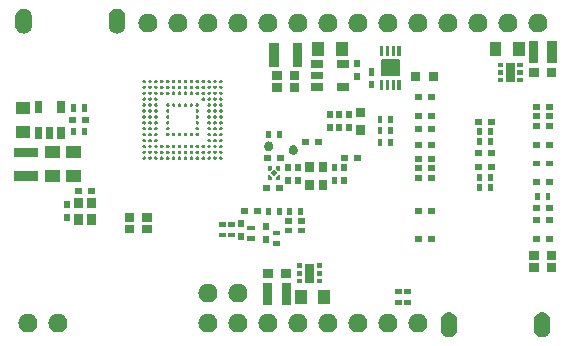
<source format=gbr>
G04 #@! TF.GenerationSoftware,KiCad,Pcbnew,5.0.2-bee76a0~70~ubuntu18.04.1*
G04 #@! TF.CreationDate,2019-05-20T11:18:47+08:00*
G04 #@! TF.ProjectId,require,72657175-6972-4652-9e6b-696361645f70,rev?*
G04 #@! TF.SameCoordinates,Original*
G04 #@! TF.FileFunction,Soldermask,Bot*
G04 #@! TF.FilePolarity,Negative*
%FSLAX46Y46*%
G04 Gerber Fmt 4.6, Leading zero omitted, Abs format (unit mm)*
G04 Created by KiCad (PCBNEW 5.0.2-bee76a0~70~ubuntu18.04.1) date 2019年05月20日 星期一 11时18分47秒*
%MOMM*%
%LPD*%
G01*
G04 APERTURE LIST*
%ADD10C,0.100000*%
G04 APERTURE END LIST*
D10*
G36*
X76687223Y-76810128D02*
X76819174Y-76850155D01*
X76940780Y-76915155D01*
X77047369Y-77002630D01*
X77134845Y-77109219D01*
X77199845Y-77230825D01*
X77239872Y-77362776D01*
X77250000Y-77465610D01*
X77250000Y-78234390D01*
X77239872Y-78337224D01*
X77199845Y-78469175D01*
X77134845Y-78590781D01*
X77047370Y-78697370D01*
X76940781Y-78784845D01*
X76819175Y-78849845D01*
X76687224Y-78889872D01*
X76550000Y-78903387D01*
X76412777Y-78889872D01*
X76280826Y-78849845D01*
X76159220Y-78784845D01*
X76052631Y-78697370D01*
X75965156Y-78590781D01*
X75900156Y-78469175D01*
X75860128Y-78337224D01*
X75850000Y-78234390D01*
X75850000Y-77465611D01*
X75860128Y-77362777D01*
X75900155Y-77230826D01*
X75965155Y-77109220D01*
X76052630Y-77002631D01*
X76159219Y-76915155D01*
X76280825Y-76850155D01*
X76412776Y-76810128D01*
X76550000Y-76796613D01*
X76687223Y-76810128D01*
X76687223Y-76810128D01*
G37*
G36*
X84587223Y-76810128D02*
X84719174Y-76850155D01*
X84840780Y-76915155D01*
X84947369Y-77002630D01*
X85034845Y-77109219D01*
X85099845Y-77230825D01*
X85139872Y-77362776D01*
X85150000Y-77465610D01*
X85150000Y-78234390D01*
X85139872Y-78337224D01*
X85099845Y-78469175D01*
X85034845Y-78590781D01*
X84947370Y-78697370D01*
X84840781Y-78784845D01*
X84719175Y-78849845D01*
X84587224Y-78889872D01*
X84450000Y-78903387D01*
X84312777Y-78889872D01*
X84180826Y-78849845D01*
X84059220Y-78784845D01*
X83952631Y-78697370D01*
X83865156Y-78590781D01*
X83800156Y-78469175D01*
X83760128Y-78337224D01*
X83750000Y-78234390D01*
X83750000Y-77465611D01*
X83760128Y-77362777D01*
X83800155Y-77230826D01*
X83865155Y-77109220D01*
X83952630Y-77002631D01*
X84059219Y-76915155D01*
X84180825Y-76850155D01*
X84312776Y-76810128D01*
X84450000Y-76796613D01*
X84587223Y-76810128D01*
X84587223Y-76810128D01*
G37*
G36*
X56305602Y-76917735D02*
X56455224Y-76963123D01*
X56455226Y-76963124D01*
X56593116Y-77036827D01*
X56713981Y-77136019D01*
X56791788Y-77230826D01*
X56813172Y-77256883D01*
X56886877Y-77394776D01*
X56932265Y-77544398D01*
X56947590Y-77700000D01*
X56932265Y-77855602D01*
X56886877Y-78005224D01*
X56886876Y-78005226D01*
X56813173Y-78143116D01*
X56713981Y-78263981D01*
X56593116Y-78363173D01*
X56455226Y-78436876D01*
X56455224Y-78436877D01*
X56305602Y-78482265D01*
X56188989Y-78493750D01*
X56111011Y-78493750D01*
X55994398Y-78482265D01*
X55844776Y-78436877D01*
X55844774Y-78436876D01*
X55706884Y-78363173D01*
X55586019Y-78263981D01*
X55486827Y-78143116D01*
X55413124Y-78005226D01*
X55413123Y-78005224D01*
X55367735Y-77855602D01*
X55352410Y-77700000D01*
X55367735Y-77544398D01*
X55413123Y-77394776D01*
X55486828Y-77256883D01*
X55508213Y-77230826D01*
X55586019Y-77136019D01*
X55706884Y-77036827D01*
X55844774Y-76963124D01*
X55844776Y-76963123D01*
X55994398Y-76917735D01*
X56111011Y-76906250D01*
X56188989Y-76906250D01*
X56305602Y-76917735D01*
X56305602Y-76917735D01*
G37*
G36*
X66465602Y-76917735D02*
X66615224Y-76963123D01*
X66615226Y-76963124D01*
X66753116Y-77036827D01*
X66873981Y-77136019D01*
X66951788Y-77230826D01*
X66973172Y-77256883D01*
X67046877Y-77394776D01*
X67092265Y-77544398D01*
X67107590Y-77700000D01*
X67092265Y-77855602D01*
X67046877Y-78005224D01*
X67046876Y-78005226D01*
X66973173Y-78143116D01*
X66873981Y-78263981D01*
X66753116Y-78363173D01*
X66615226Y-78436876D01*
X66615224Y-78436877D01*
X66465602Y-78482265D01*
X66348989Y-78493750D01*
X66271011Y-78493750D01*
X66154398Y-78482265D01*
X66004776Y-78436877D01*
X66004774Y-78436876D01*
X65866884Y-78363173D01*
X65746019Y-78263981D01*
X65646827Y-78143116D01*
X65573124Y-78005226D01*
X65573123Y-78005224D01*
X65527735Y-77855602D01*
X65512410Y-77700000D01*
X65527735Y-77544398D01*
X65573123Y-77394776D01*
X65646828Y-77256883D01*
X65668213Y-77230826D01*
X65746019Y-77136019D01*
X65866884Y-77036827D01*
X66004774Y-76963124D01*
X66004776Y-76963123D01*
X66154398Y-76917735D01*
X66271011Y-76906250D01*
X66348989Y-76906250D01*
X66465602Y-76917735D01*
X66465602Y-76917735D01*
G37*
G36*
X43605602Y-76917735D02*
X43755224Y-76963123D01*
X43755226Y-76963124D01*
X43893116Y-77036827D01*
X44013981Y-77136019D01*
X44091788Y-77230826D01*
X44113172Y-77256883D01*
X44186877Y-77394776D01*
X44232265Y-77544398D01*
X44247590Y-77700000D01*
X44232265Y-77855602D01*
X44186877Y-78005224D01*
X44186876Y-78005226D01*
X44113173Y-78143116D01*
X44013981Y-78263981D01*
X43893116Y-78363173D01*
X43755226Y-78436876D01*
X43755224Y-78436877D01*
X43605602Y-78482265D01*
X43488989Y-78493750D01*
X43411011Y-78493750D01*
X43294398Y-78482265D01*
X43144776Y-78436877D01*
X43144774Y-78436876D01*
X43006884Y-78363173D01*
X42886019Y-78263981D01*
X42786827Y-78143116D01*
X42713124Y-78005226D01*
X42713123Y-78005224D01*
X42667735Y-77855602D01*
X42652410Y-77700000D01*
X42667735Y-77544398D01*
X42713123Y-77394776D01*
X42786828Y-77256883D01*
X42808213Y-77230826D01*
X42886019Y-77136019D01*
X43006884Y-77036827D01*
X43144774Y-76963124D01*
X43144776Y-76963123D01*
X43294398Y-76917735D01*
X43411011Y-76906250D01*
X43488989Y-76906250D01*
X43605602Y-76917735D01*
X43605602Y-76917735D01*
G37*
G36*
X63925602Y-76917735D02*
X64075224Y-76963123D01*
X64075226Y-76963124D01*
X64213116Y-77036827D01*
X64333981Y-77136019D01*
X64411788Y-77230826D01*
X64433172Y-77256883D01*
X64506877Y-77394776D01*
X64552265Y-77544398D01*
X64567590Y-77700000D01*
X64552265Y-77855602D01*
X64506877Y-78005224D01*
X64506876Y-78005226D01*
X64433173Y-78143116D01*
X64333981Y-78263981D01*
X64213116Y-78363173D01*
X64075226Y-78436876D01*
X64075224Y-78436877D01*
X63925602Y-78482265D01*
X63808989Y-78493750D01*
X63731011Y-78493750D01*
X63614398Y-78482265D01*
X63464776Y-78436877D01*
X63464774Y-78436876D01*
X63326884Y-78363173D01*
X63206019Y-78263981D01*
X63106827Y-78143116D01*
X63033124Y-78005226D01*
X63033123Y-78005224D01*
X62987735Y-77855602D01*
X62972410Y-77700000D01*
X62987735Y-77544398D01*
X63033123Y-77394776D01*
X63106828Y-77256883D01*
X63128213Y-77230826D01*
X63206019Y-77136019D01*
X63326884Y-77036827D01*
X63464774Y-76963124D01*
X63464776Y-76963123D01*
X63614398Y-76917735D01*
X63731011Y-76906250D01*
X63808989Y-76906250D01*
X63925602Y-76917735D01*
X63925602Y-76917735D01*
G37*
G36*
X61385602Y-76917735D02*
X61535224Y-76963123D01*
X61535226Y-76963124D01*
X61673116Y-77036827D01*
X61793981Y-77136019D01*
X61871788Y-77230826D01*
X61893172Y-77256883D01*
X61966877Y-77394776D01*
X62012265Y-77544398D01*
X62027590Y-77700000D01*
X62012265Y-77855602D01*
X61966877Y-78005224D01*
X61966876Y-78005226D01*
X61893173Y-78143116D01*
X61793981Y-78263981D01*
X61673116Y-78363173D01*
X61535226Y-78436876D01*
X61535224Y-78436877D01*
X61385602Y-78482265D01*
X61268989Y-78493750D01*
X61191011Y-78493750D01*
X61074398Y-78482265D01*
X60924776Y-78436877D01*
X60924774Y-78436876D01*
X60786884Y-78363173D01*
X60666019Y-78263981D01*
X60566827Y-78143116D01*
X60493124Y-78005226D01*
X60493123Y-78005224D01*
X60447735Y-77855602D01*
X60432410Y-77700000D01*
X60447735Y-77544398D01*
X60493123Y-77394776D01*
X60566828Y-77256883D01*
X60588213Y-77230826D01*
X60666019Y-77136019D01*
X60786884Y-77036827D01*
X60924774Y-76963124D01*
X60924776Y-76963123D01*
X61074398Y-76917735D01*
X61191011Y-76906250D01*
X61268989Y-76906250D01*
X61385602Y-76917735D01*
X61385602Y-76917735D01*
G37*
G36*
X41065602Y-76917735D02*
X41215224Y-76963123D01*
X41215226Y-76963124D01*
X41353116Y-77036827D01*
X41473981Y-77136019D01*
X41551788Y-77230826D01*
X41573172Y-77256883D01*
X41646877Y-77394776D01*
X41692265Y-77544398D01*
X41707590Y-77700000D01*
X41692265Y-77855602D01*
X41646877Y-78005224D01*
X41646876Y-78005226D01*
X41573173Y-78143116D01*
X41473981Y-78263981D01*
X41353116Y-78363173D01*
X41215226Y-78436876D01*
X41215224Y-78436877D01*
X41065602Y-78482265D01*
X40948989Y-78493750D01*
X40871011Y-78493750D01*
X40754398Y-78482265D01*
X40604776Y-78436877D01*
X40604774Y-78436876D01*
X40466884Y-78363173D01*
X40346019Y-78263981D01*
X40246827Y-78143116D01*
X40173124Y-78005226D01*
X40173123Y-78005224D01*
X40127735Y-77855602D01*
X40112410Y-77700000D01*
X40127735Y-77544398D01*
X40173123Y-77394776D01*
X40246828Y-77256883D01*
X40268213Y-77230826D01*
X40346019Y-77136019D01*
X40466884Y-77036827D01*
X40604774Y-76963124D01*
X40604776Y-76963123D01*
X40754398Y-76917735D01*
X40871011Y-76906250D01*
X40948989Y-76906250D01*
X41065602Y-76917735D01*
X41065602Y-76917735D01*
G37*
G36*
X74085602Y-76917735D02*
X74235224Y-76963123D01*
X74235226Y-76963124D01*
X74373116Y-77036827D01*
X74493981Y-77136019D01*
X74571788Y-77230826D01*
X74593172Y-77256883D01*
X74666877Y-77394776D01*
X74712265Y-77544398D01*
X74727590Y-77700000D01*
X74712265Y-77855602D01*
X74666877Y-78005224D01*
X74666876Y-78005226D01*
X74593173Y-78143116D01*
X74493981Y-78263981D01*
X74373116Y-78363173D01*
X74235226Y-78436876D01*
X74235224Y-78436877D01*
X74085602Y-78482265D01*
X73968989Y-78493750D01*
X73891011Y-78493750D01*
X73774398Y-78482265D01*
X73624776Y-78436877D01*
X73624774Y-78436876D01*
X73486884Y-78363173D01*
X73366019Y-78263981D01*
X73266827Y-78143116D01*
X73193124Y-78005226D01*
X73193123Y-78005224D01*
X73147735Y-77855602D01*
X73132410Y-77700000D01*
X73147735Y-77544398D01*
X73193123Y-77394776D01*
X73266828Y-77256883D01*
X73288213Y-77230826D01*
X73366019Y-77136019D01*
X73486884Y-77036827D01*
X73624774Y-76963124D01*
X73624776Y-76963123D01*
X73774398Y-76917735D01*
X73891011Y-76906250D01*
X73968989Y-76906250D01*
X74085602Y-76917735D01*
X74085602Y-76917735D01*
G37*
G36*
X69005602Y-76917735D02*
X69155224Y-76963123D01*
X69155226Y-76963124D01*
X69293116Y-77036827D01*
X69413981Y-77136019D01*
X69491788Y-77230826D01*
X69513172Y-77256883D01*
X69586877Y-77394776D01*
X69632265Y-77544398D01*
X69647590Y-77700000D01*
X69632265Y-77855602D01*
X69586877Y-78005224D01*
X69586876Y-78005226D01*
X69513173Y-78143116D01*
X69413981Y-78263981D01*
X69293116Y-78363173D01*
X69155226Y-78436876D01*
X69155224Y-78436877D01*
X69005602Y-78482265D01*
X68888989Y-78493750D01*
X68811011Y-78493750D01*
X68694398Y-78482265D01*
X68544776Y-78436877D01*
X68544774Y-78436876D01*
X68406884Y-78363173D01*
X68286019Y-78263981D01*
X68186827Y-78143116D01*
X68113124Y-78005226D01*
X68113123Y-78005224D01*
X68067735Y-77855602D01*
X68052410Y-77700000D01*
X68067735Y-77544398D01*
X68113123Y-77394776D01*
X68186828Y-77256883D01*
X68208213Y-77230826D01*
X68286019Y-77136019D01*
X68406884Y-77036827D01*
X68544774Y-76963124D01*
X68544776Y-76963123D01*
X68694398Y-76917735D01*
X68811011Y-76906250D01*
X68888989Y-76906250D01*
X69005602Y-76917735D01*
X69005602Y-76917735D01*
G37*
G36*
X58845602Y-76917735D02*
X58995224Y-76963123D01*
X58995226Y-76963124D01*
X59133116Y-77036827D01*
X59253981Y-77136019D01*
X59331788Y-77230826D01*
X59353172Y-77256883D01*
X59426877Y-77394776D01*
X59472265Y-77544398D01*
X59487590Y-77700000D01*
X59472265Y-77855602D01*
X59426877Y-78005224D01*
X59426876Y-78005226D01*
X59353173Y-78143116D01*
X59253981Y-78263981D01*
X59133116Y-78363173D01*
X58995226Y-78436876D01*
X58995224Y-78436877D01*
X58845602Y-78482265D01*
X58728989Y-78493750D01*
X58651011Y-78493750D01*
X58534398Y-78482265D01*
X58384776Y-78436877D01*
X58384774Y-78436876D01*
X58246884Y-78363173D01*
X58126019Y-78263981D01*
X58026827Y-78143116D01*
X57953124Y-78005226D01*
X57953123Y-78005224D01*
X57907735Y-77855602D01*
X57892410Y-77700000D01*
X57907735Y-77544398D01*
X57953123Y-77394776D01*
X58026828Y-77256883D01*
X58048213Y-77230826D01*
X58126019Y-77136019D01*
X58246884Y-77036827D01*
X58384774Y-76963124D01*
X58384776Y-76963123D01*
X58534398Y-76917735D01*
X58651011Y-76906250D01*
X58728989Y-76906250D01*
X58845602Y-76917735D01*
X58845602Y-76917735D01*
G37*
G36*
X71545602Y-76917735D02*
X71695224Y-76963123D01*
X71695226Y-76963124D01*
X71833116Y-77036827D01*
X71953981Y-77136019D01*
X72031788Y-77230826D01*
X72053172Y-77256883D01*
X72126877Y-77394776D01*
X72172265Y-77544398D01*
X72187590Y-77700000D01*
X72172265Y-77855602D01*
X72126877Y-78005224D01*
X72126876Y-78005226D01*
X72053173Y-78143116D01*
X71953981Y-78263981D01*
X71833116Y-78363173D01*
X71695226Y-78436876D01*
X71695224Y-78436877D01*
X71545602Y-78482265D01*
X71428989Y-78493750D01*
X71351011Y-78493750D01*
X71234398Y-78482265D01*
X71084776Y-78436877D01*
X71084774Y-78436876D01*
X70946884Y-78363173D01*
X70826019Y-78263981D01*
X70726827Y-78143116D01*
X70653124Y-78005226D01*
X70653123Y-78005224D01*
X70607735Y-77855602D01*
X70592410Y-77700000D01*
X70607735Y-77544398D01*
X70653123Y-77394776D01*
X70726828Y-77256883D01*
X70748213Y-77230826D01*
X70826019Y-77136019D01*
X70946884Y-77036827D01*
X71084774Y-76963124D01*
X71084776Y-76963123D01*
X71234398Y-76917735D01*
X71351011Y-76906250D01*
X71428989Y-76906250D01*
X71545602Y-76917735D01*
X71545602Y-76917735D01*
G37*
G36*
X61600000Y-76150000D02*
X60800000Y-76150000D01*
X60800000Y-74350000D01*
X61600000Y-74350000D01*
X61600000Y-76150000D01*
X61600000Y-76150000D01*
G37*
G36*
X63200000Y-76150000D02*
X62400000Y-76150000D01*
X62400000Y-74350000D01*
X63200000Y-74350000D01*
X63200000Y-76150000D01*
X63200000Y-76150000D01*
G37*
G36*
X72560000Y-76150000D02*
X71960000Y-76150000D01*
X71960000Y-75750000D01*
X72560000Y-75750000D01*
X72560000Y-76150000D01*
X72560000Y-76150000D01*
G37*
G36*
X73360000Y-76150000D02*
X72760000Y-76150000D01*
X72760000Y-75750000D01*
X73360000Y-75750000D01*
X73360000Y-76150000D01*
X73360000Y-76150000D01*
G37*
G36*
X64500000Y-76125000D02*
X63500000Y-76125000D01*
X63500000Y-74875000D01*
X64500000Y-74875000D01*
X64500000Y-76125000D01*
X64500000Y-76125000D01*
G37*
G36*
X66500000Y-76125000D02*
X65500000Y-76125000D01*
X65500000Y-74875000D01*
X66500000Y-74875000D01*
X66500000Y-76125000D01*
X66500000Y-76125000D01*
G37*
G36*
X58845602Y-74377735D02*
X58995224Y-74423123D01*
X58995226Y-74423124D01*
X59133116Y-74496827D01*
X59133118Y-74496828D01*
X59133117Y-74496828D01*
X59253981Y-74596019D01*
X59353172Y-74716883D01*
X59426877Y-74854776D01*
X59472265Y-75004398D01*
X59487590Y-75160000D01*
X59472265Y-75315602D01*
X59426877Y-75465224D01*
X59426876Y-75465226D01*
X59353173Y-75603116D01*
X59253981Y-75723981D01*
X59133116Y-75823173D01*
X58995226Y-75896876D01*
X58995224Y-75896877D01*
X58845602Y-75942265D01*
X58728989Y-75953750D01*
X58651011Y-75953750D01*
X58534398Y-75942265D01*
X58384776Y-75896877D01*
X58384774Y-75896876D01*
X58246884Y-75823173D01*
X58126019Y-75723981D01*
X58026827Y-75603116D01*
X57953124Y-75465226D01*
X57953123Y-75465224D01*
X57907735Y-75315602D01*
X57892410Y-75160000D01*
X57907735Y-75004398D01*
X57953123Y-74854776D01*
X58026828Y-74716883D01*
X58126019Y-74596019D01*
X58246883Y-74496828D01*
X58246882Y-74496828D01*
X58246884Y-74496827D01*
X58384774Y-74423124D01*
X58384776Y-74423123D01*
X58534398Y-74377735D01*
X58651011Y-74366250D01*
X58728989Y-74366250D01*
X58845602Y-74377735D01*
X58845602Y-74377735D01*
G37*
G36*
X56305602Y-74377735D02*
X56455224Y-74423123D01*
X56455226Y-74423124D01*
X56593116Y-74496827D01*
X56593118Y-74496828D01*
X56593117Y-74496828D01*
X56713981Y-74596019D01*
X56813172Y-74716883D01*
X56886877Y-74854776D01*
X56932265Y-75004398D01*
X56947590Y-75160000D01*
X56932265Y-75315602D01*
X56886877Y-75465224D01*
X56886876Y-75465226D01*
X56813173Y-75603116D01*
X56713981Y-75723981D01*
X56593116Y-75823173D01*
X56455226Y-75896876D01*
X56455224Y-75896877D01*
X56305602Y-75942265D01*
X56188989Y-75953750D01*
X56111011Y-75953750D01*
X55994398Y-75942265D01*
X55844776Y-75896877D01*
X55844774Y-75896876D01*
X55706884Y-75823173D01*
X55586019Y-75723981D01*
X55486827Y-75603116D01*
X55413124Y-75465226D01*
X55413123Y-75465224D01*
X55367735Y-75315602D01*
X55352410Y-75160000D01*
X55367735Y-75004398D01*
X55413123Y-74854776D01*
X55486828Y-74716883D01*
X55586019Y-74596019D01*
X55706883Y-74496828D01*
X55706882Y-74496828D01*
X55706884Y-74496827D01*
X55844774Y-74423124D01*
X55844776Y-74423123D01*
X55994398Y-74377735D01*
X56111011Y-74366250D01*
X56188989Y-74366250D01*
X56305602Y-74377735D01*
X56305602Y-74377735D01*
G37*
G36*
X73360000Y-75250000D02*
X72760000Y-75250000D01*
X72760000Y-74850000D01*
X73360000Y-74850000D01*
X73360000Y-75250000D01*
X73360000Y-75250000D01*
G37*
G36*
X72560000Y-75250000D02*
X71960000Y-75250000D01*
X71960000Y-74850000D01*
X72560000Y-74850000D01*
X72560000Y-75250000D01*
X72560000Y-75250000D01*
G37*
G36*
X65800000Y-74335000D02*
X65350000Y-74335000D01*
X65350000Y-73965000D01*
X65800000Y-73965000D01*
X65800000Y-74335000D01*
X65800000Y-74335000D01*
G37*
G36*
X64150000Y-74335000D02*
X63700000Y-74335000D01*
X63700000Y-73965000D01*
X64150000Y-73965000D01*
X64150000Y-74335000D01*
X64150000Y-74335000D01*
G37*
G36*
X65150000Y-74285000D02*
X64350000Y-74285000D01*
X64350000Y-72715000D01*
X65150000Y-72715000D01*
X65150000Y-74285000D01*
X65150000Y-74285000D01*
G37*
G36*
X61650000Y-73875000D02*
X60850000Y-73875000D01*
X60850000Y-73125000D01*
X61650000Y-73125000D01*
X61650000Y-73875000D01*
X61650000Y-73875000D01*
G37*
G36*
X63150000Y-73875000D02*
X62350000Y-73875000D01*
X62350000Y-73125000D01*
X63150000Y-73125000D01*
X63150000Y-73875000D01*
X63150000Y-73875000D01*
G37*
G36*
X64150000Y-73685000D02*
X63700000Y-73685000D01*
X63700000Y-73315000D01*
X64150000Y-73315000D01*
X64150000Y-73685000D01*
X64150000Y-73685000D01*
G37*
G36*
X65800000Y-73685000D02*
X65350000Y-73685000D01*
X65350000Y-73315000D01*
X65800000Y-73315000D01*
X65800000Y-73685000D01*
X65800000Y-73685000D01*
G37*
G36*
X84150000Y-73375000D02*
X83350000Y-73375000D01*
X83350000Y-72625000D01*
X84150000Y-72625000D01*
X84150000Y-73375000D01*
X84150000Y-73375000D01*
G37*
G36*
X85650000Y-73375000D02*
X84850000Y-73375000D01*
X84850000Y-72625000D01*
X85650000Y-72625000D01*
X85650000Y-73375000D01*
X85650000Y-73375000D01*
G37*
G36*
X64150000Y-73035000D02*
X63700000Y-73035000D01*
X63700000Y-72665000D01*
X64150000Y-72665000D01*
X64150000Y-73035000D01*
X64150000Y-73035000D01*
G37*
G36*
X65800000Y-73035000D02*
X65350000Y-73035000D01*
X65350000Y-72665000D01*
X65800000Y-72665000D01*
X65800000Y-73035000D01*
X65800000Y-73035000D01*
G37*
G36*
X84150000Y-72375000D02*
X83350000Y-72375000D01*
X83350000Y-71625000D01*
X84150000Y-71625000D01*
X84150000Y-72375000D01*
X84150000Y-72375000D01*
G37*
G36*
X85650000Y-72375000D02*
X84850000Y-72375000D01*
X84850000Y-71625000D01*
X85650000Y-71625000D01*
X85650000Y-72375000D01*
X85650000Y-72375000D01*
G37*
G36*
X62293750Y-71175000D02*
X61693750Y-71175000D01*
X61693750Y-70775000D01*
X62293750Y-70775000D01*
X62293750Y-71175000D01*
X62293750Y-71175000D01*
G37*
G36*
X61350000Y-70968750D02*
X60850000Y-70968750D01*
X60850000Y-70368750D01*
X61350000Y-70368750D01*
X61350000Y-70968750D01*
X61350000Y-70968750D01*
G37*
G36*
X85350000Y-70850000D02*
X84750000Y-70850000D01*
X84750000Y-70350000D01*
X85350000Y-70350000D01*
X85350000Y-70850000D01*
X85350000Y-70850000D01*
G37*
G36*
X84250000Y-70850000D02*
X83650000Y-70850000D01*
X83650000Y-70350000D01*
X84250000Y-70350000D01*
X84250000Y-70850000D01*
X84250000Y-70850000D01*
G37*
G36*
X74250000Y-70850000D02*
X73650000Y-70850000D01*
X73650000Y-70350000D01*
X74250000Y-70350000D01*
X74250000Y-70850000D01*
X74250000Y-70850000D01*
G37*
G36*
X75350000Y-70850000D02*
X74750000Y-70850000D01*
X74750000Y-70350000D01*
X75350000Y-70350000D01*
X75350000Y-70850000D01*
X75350000Y-70850000D01*
G37*
G36*
X60100000Y-70768750D02*
X59500000Y-70768750D01*
X59500000Y-70368750D01*
X60100000Y-70368750D01*
X60100000Y-70768750D01*
X60100000Y-70768750D01*
G37*
G36*
X59237500Y-70643750D02*
X58737500Y-70643750D01*
X58737500Y-70043750D01*
X59237500Y-70043750D01*
X59237500Y-70643750D01*
X59237500Y-70643750D01*
G37*
G36*
X57662500Y-70443750D02*
X57062500Y-70443750D01*
X57062500Y-70043750D01*
X57662500Y-70043750D01*
X57662500Y-70443750D01*
X57662500Y-70443750D01*
G37*
G36*
X58475000Y-70443750D02*
X57875000Y-70443750D01*
X57875000Y-70043750D01*
X58475000Y-70043750D01*
X58475000Y-70443750D01*
X58475000Y-70443750D01*
G37*
G36*
X62293750Y-70275000D02*
X61693750Y-70275000D01*
X61693750Y-69875000D01*
X62293750Y-69875000D01*
X62293750Y-70275000D01*
X62293750Y-70275000D01*
G37*
G36*
X49900000Y-70125000D02*
X49100000Y-70125000D01*
X49100000Y-69375000D01*
X49900000Y-69375000D01*
X49900000Y-70125000D01*
X49900000Y-70125000D01*
G37*
G36*
X64387500Y-70125000D02*
X63787500Y-70125000D01*
X63787500Y-69625000D01*
X64387500Y-69625000D01*
X64387500Y-70125000D01*
X64387500Y-70125000D01*
G37*
G36*
X51400000Y-70125000D02*
X50600000Y-70125000D01*
X50600000Y-69375000D01*
X51400000Y-69375000D01*
X51400000Y-70125000D01*
X51400000Y-70125000D01*
G37*
G36*
X63287500Y-70125000D02*
X62687500Y-70125000D01*
X62687500Y-69625000D01*
X63287500Y-69625000D01*
X63287500Y-70125000D01*
X63287500Y-70125000D01*
G37*
G36*
X61350000Y-69868750D02*
X60850000Y-69868750D01*
X60850000Y-69268750D01*
X61350000Y-69268750D01*
X61350000Y-69868750D01*
X61350000Y-69868750D01*
G37*
G36*
X60100000Y-69868750D02*
X59500000Y-69868750D01*
X59500000Y-69468750D01*
X60100000Y-69468750D01*
X60100000Y-69868750D01*
X60100000Y-69868750D01*
G37*
G36*
X58475000Y-69543750D02*
X57875000Y-69543750D01*
X57875000Y-69143750D01*
X58475000Y-69143750D01*
X58475000Y-69543750D01*
X58475000Y-69543750D01*
G37*
G36*
X59237500Y-69543750D02*
X58737500Y-69543750D01*
X58737500Y-68943750D01*
X59237500Y-68943750D01*
X59237500Y-69543750D01*
X59237500Y-69543750D01*
G37*
G36*
X57662500Y-69543750D02*
X57062500Y-69543750D01*
X57062500Y-69143750D01*
X57662500Y-69143750D01*
X57662500Y-69543750D01*
X57662500Y-69543750D01*
G37*
G36*
X45600000Y-69400000D02*
X44800000Y-69400000D01*
X44800000Y-68500000D01*
X45600000Y-68500000D01*
X45600000Y-69400000D01*
X45600000Y-69400000D01*
G37*
G36*
X46700000Y-69400000D02*
X45900000Y-69400000D01*
X45900000Y-68500000D01*
X46700000Y-68500000D01*
X46700000Y-69400000D01*
X46700000Y-69400000D01*
G37*
G36*
X63287500Y-69312500D02*
X62687500Y-69312500D01*
X62687500Y-68812500D01*
X63287500Y-68812500D01*
X63287500Y-69312500D01*
X63287500Y-69312500D01*
G37*
G36*
X64387500Y-69312500D02*
X63787500Y-69312500D01*
X63787500Y-68812500D01*
X64387500Y-68812500D01*
X64387500Y-69312500D01*
X64387500Y-69312500D01*
G37*
G36*
X85350000Y-69250000D02*
X84750000Y-69250000D01*
X84750000Y-68750000D01*
X85350000Y-68750000D01*
X85350000Y-69250000D01*
X85350000Y-69250000D01*
G37*
G36*
X84250000Y-69250000D02*
X83650000Y-69250000D01*
X83650000Y-68750000D01*
X84250000Y-68750000D01*
X84250000Y-69250000D01*
X84250000Y-69250000D01*
G37*
G36*
X51400000Y-69125000D02*
X50600000Y-69125000D01*
X50600000Y-68375000D01*
X51400000Y-68375000D01*
X51400000Y-69125000D01*
X51400000Y-69125000D01*
G37*
G36*
X49900000Y-69125000D02*
X49100000Y-69125000D01*
X49100000Y-68375000D01*
X49900000Y-68375000D01*
X49900000Y-69125000D01*
X49900000Y-69125000D01*
G37*
G36*
X44500000Y-69100000D02*
X44000000Y-69100000D01*
X44000000Y-68500000D01*
X44500000Y-68500000D01*
X44500000Y-69100000D01*
X44500000Y-69100000D01*
G37*
G36*
X61500000Y-68550000D02*
X61100000Y-68550000D01*
X61100000Y-67950000D01*
X61500000Y-67950000D01*
X61500000Y-68550000D01*
X61500000Y-68550000D01*
G37*
G36*
X64187500Y-68550000D02*
X63787500Y-68550000D01*
X63787500Y-67950000D01*
X64187500Y-67950000D01*
X64187500Y-68550000D01*
X64187500Y-68550000D01*
G37*
G36*
X63287500Y-68550000D02*
X62887500Y-68550000D01*
X62887500Y-67950000D01*
X63287500Y-67950000D01*
X63287500Y-68550000D01*
X63287500Y-68550000D01*
G37*
G36*
X62400000Y-68550000D02*
X62000000Y-68550000D01*
X62000000Y-67950000D01*
X62400000Y-67950000D01*
X62400000Y-68550000D01*
X62400000Y-68550000D01*
G37*
G36*
X60650000Y-68500000D02*
X60050000Y-68500000D01*
X60050000Y-68000000D01*
X60650000Y-68000000D01*
X60650000Y-68500000D01*
X60650000Y-68500000D01*
G37*
G36*
X59550000Y-68500000D02*
X58950000Y-68500000D01*
X58950000Y-68000000D01*
X59550000Y-68000000D01*
X59550000Y-68500000D01*
X59550000Y-68500000D01*
G37*
G36*
X74250000Y-68450000D02*
X73650000Y-68450000D01*
X73650000Y-67950000D01*
X74250000Y-67950000D01*
X74250000Y-68450000D01*
X74250000Y-68450000D01*
G37*
G36*
X75350000Y-68450000D02*
X74750000Y-68450000D01*
X74750000Y-67950000D01*
X75350000Y-67950000D01*
X75350000Y-68450000D01*
X75350000Y-68450000D01*
G37*
G36*
X85350000Y-68250000D02*
X84750000Y-68250000D01*
X84750000Y-67750000D01*
X85350000Y-67750000D01*
X85350000Y-68250000D01*
X85350000Y-68250000D01*
G37*
G36*
X84250000Y-68250000D02*
X83650000Y-68250000D01*
X83650000Y-67750000D01*
X84250000Y-67750000D01*
X84250000Y-68250000D01*
X84250000Y-68250000D01*
G37*
G36*
X44500000Y-68000000D02*
X44000000Y-68000000D01*
X44000000Y-67400000D01*
X44500000Y-67400000D01*
X44500000Y-68000000D01*
X44500000Y-68000000D01*
G37*
G36*
X45600000Y-68000000D02*
X44800000Y-68000000D01*
X44800000Y-67100000D01*
X45600000Y-67100000D01*
X45600000Y-68000000D01*
X45600000Y-68000000D01*
G37*
G36*
X46700000Y-68000000D02*
X45900000Y-68000000D01*
X45900000Y-67100000D01*
X46700000Y-67100000D01*
X46700000Y-68000000D01*
X46700000Y-68000000D01*
G37*
G36*
X85150000Y-67300000D02*
X84750000Y-67300000D01*
X84750000Y-66700000D01*
X85150000Y-66700000D01*
X85150000Y-67300000D01*
X85150000Y-67300000D01*
G37*
G36*
X84250000Y-67300000D02*
X83850000Y-67300000D01*
X83850000Y-66700000D01*
X84250000Y-66700000D01*
X84250000Y-67300000D01*
X84250000Y-67300000D01*
G37*
G36*
X46600000Y-66750000D02*
X46000000Y-66750000D01*
X46000000Y-66250000D01*
X46600000Y-66250000D01*
X46600000Y-66750000D01*
X46600000Y-66750000D01*
G37*
G36*
X45500000Y-66750000D02*
X44900000Y-66750000D01*
X44900000Y-66250000D01*
X45500000Y-66250000D01*
X45500000Y-66750000D01*
X45500000Y-66750000D01*
G37*
G36*
X61450000Y-66550000D02*
X60850000Y-66550000D01*
X60850000Y-66050000D01*
X61450000Y-66050000D01*
X61450000Y-66550000D01*
X61450000Y-66550000D01*
G37*
G36*
X62550000Y-66550000D02*
X61950000Y-66550000D01*
X61950000Y-66050000D01*
X62550000Y-66050000D01*
X62550000Y-66550000D01*
X62550000Y-66550000D01*
G37*
G36*
X80250000Y-66500000D02*
X79850000Y-66500000D01*
X79850000Y-65900000D01*
X80250000Y-65900000D01*
X80250000Y-66500000D01*
X80250000Y-66500000D01*
G37*
G36*
X79350000Y-66500000D02*
X78950000Y-66500000D01*
X78950000Y-65900000D01*
X79350000Y-65900000D01*
X79350000Y-66500000D01*
X79350000Y-66500000D01*
G37*
G36*
X66268750Y-66412500D02*
X65518750Y-66412500D01*
X65518750Y-65612500D01*
X66268750Y-65612500D01*
X66268750Y-66412500D01*
X66268750Y-66412500D01*
G37*
G36*
X65131250Y-66412500D02*
X64381250Y-66412500D01*
X64381250Y-65612500D01*
X65131250Y-65612500D01*
X65131250Y-66412500D01*
X65131250Y-66412500D01*
G37*
G36*
X85350000Y-66050000D02*
X84750000Y-66050000D01*
X84750000Y-65550000D01*
X85350000Y-65550000D01*
X85350000Y-66050000D01*
X85350000Y-66050000D01*
G37*
G36*
X84250000Y-66050000D02*
X83650000Y-66050000D01*
X83650000Y-65550000D01*
X84250000Y-65550000D01*
X84250000Y-66050000D01*
X84250000Y-66050000D01*
G37*
G36*
X67118750Y-65912500D02*
X66618750Y-65912500D01*
X66618750Y-65312500D01*
X67118750Y-65312500D01*
X67118750Y-65912500D01*
X67118750Y-65912500D01*
G37*
G36*
X67931250Y-65912500D02*
X67431250Y-65912500D01*
X67431250Y-65312500D01*
X67931250Y-65312500D01*
X67931250Y-65912500D01*
X67931250Y-65912500D01*
G37*
G36*
X64031250Y-65912500D02*
X63531250Y-65912500D01*
X63531250Y-65312500D01*
X64031250Y-65312500D01*
X64031250Y-65912500D01*
X64031250Y-65912500D01*
G37*
G36*
X63218750Y-65912500D02*
X62718750Y-65912500D01*
X62718750Y-65312500D01*
X63218750Y-65312500D01*
X63218750Y-65912500D01*
X63218750Y-65912500D01*
G37*
G36*
X43625000Y-65750000D02*
X42375000Y-65750000D01*
X42375000Y-64750000D01*
X43625000Y-64750000D01*
X43625000Y-65750000D01*
X43625000Y-65750000D01*
G37*
G36*
X45375000Y-65750000D02*
X44125000Y-65750000D01*
X44125000Y-64750000D01*
X45375000Y-64750000D01*
X45375000Y-65750000D01*
X45375000Y-65750000D01*
G37*
G36*
X80250000Y-65700000D02*
X79850000Y-65700000D01*
X79850000Y-65100000D01*
X80250000Y-65100000D01*
X80250000Y-65700000D01*
X80250000Y-65700000D01*
G37*
G36*
X79350000Y-65700000D02*
X78950000Y-65700000D01*
X78950000Y-65100000D01*
X79350000Y-65100000D01*
X79350000Y-65700000D01*
X79350000Y-65700000D01*
G37*
G36*
X75350000Y-65650000D02*
X74750000Y-65650000D01*
X74750000Y-65150000D01*
X75350000Y-65150000D01*
X75350000Y-65650000D01*
X75350000Y-65650000D01*
G37*
G36*
X41750000Y-65650000D02*
X39750000Y-65650000D01*
X39750000Y-64850000D01*
X41750000Y-64850000D01*
X41750000Y-65650000D01*
X41750000Y-65650000D01*
G37*
G36*
X74250000Y-65650000D02*
X73650000Y-65650000D01*
X73650000Y-65150000D01*
X74250000Y-65150000D01*
X74250000Y-65650000D01*
X74250000Y-65650000D01*
G37*
G36*
X61404998Y-65184879D02*
X61405000Y-65184879D01*
X61409901Y-65185362D01*
X61414616Y-65186792D01*
X61418955Y-65189112D01*
X61425626Y-65194586D01*
X61570414Y-65339374D01*
X61575888Y-65346045D01*
X61578208Y-65350384D01*
X61579638Y-65355099D01*
X61580484Y-65363687D01*
X61580484Y-65596313D01*
X61579638Y-65604901D01*
X61578208Y-65609616D01*
X61575888Y-65613955D01*
X61572763Y-65617763D01*
X61568955Y-65620888D01*
X61564616Y-65623208D01*
X61564613Y-65623209D01*
X61559901Y-65624638D01*
X61555000Y-65625121D01*
X61554998Y-65625121D01*
X61551313Y-65625484D01*
X61298687Y-65625484D01*
X61295002Y-65625121D01*
X61295000Y-65625121D01*
X61290099Y-65624638D01*
X61285387Y-65623209D01*
X61285384Y-65623208D01*
X61281045Y-65620888D01*
X61277237Y-65617763D01*
X61274112Y-65613955D01*
X61271792Y-65609616D01*
X61270362Y-65604901D01*
X61269516Y-65596313D01*
X61269516Y-65213687D01*
X61270362Y-65205099D01*
X61271792Y-65200384D01*
X61274112Y-65196045D01*
X61277237Y-65192237D01*
X61281045Y-65189112D01*
X61285384Y-65186792D01*
X61290099Y-65185362D01*
X61295000Y-65184879D01*
X61295002Y-65184879D01*
X61298687Y-65184516D01*
X61401313Y-65184516D01*
X61404998Y-65184879D01*
X61404998Y-65184879D01*
G37*
G36*
X62204998Y-65184879D02*
X62205000Y-65184879D01*
X62209901Y-65185362D01*
X62214616Y-65186792D01*
X62218955Y-65189112D01*
X62222763Y-65192237D01*
X62225888Y-65196045D01*
X62228208Y-65200384D01*
X62229638Y-65205099D01*
X62230484Y-65213687D01*
X62230484Y-65596313D01*
X62229638Y-65604901D01*
X62228208Y-65609616D01*
X62225888Y-65613955D01*
X62222763Y-65617763D01*
X62218955Y-65620888D01*
X62214616Y-65623208D01*
X62214613Y-65623209D01*
X62209901Y-65624638D01*
X62205000Y-65625121D01*
X62204998Y-65625121D01*
X62201313Y-65625484D01*
X61948687Y-65625484D01*
X61945002Y-65625121D01*
X61945000Y-65625121D01*
X61940099Y-65624638D01*
X61935387Y-65623209D01*
X61935384Y-65623208D01*
X61931045Y-65620888D01*
X61927237Y-65617763D01*
X61924112Y-65613955D01*
X61921792Y-65609616D01*
X61920362Y-65604901D01*
X61919516Y-65596313D01*
X61919516Y-65363687D01*
X61920362Y-65355099D01*
X61921792Y-65350384D01*
X61924112Y-65346045D01*
X61929586Y-65339374D01*
X62074374Y-65194586D01*
X62081045Y-65189112D01*
X62085384Y-65186792D01*
X62090099Y-65185362D01*
X62095000Y-65184879D01*
X62095002Y-65184879D01*
X62098687Y-65184516D01*
X62201313Y-65184516D01*
X62204998Y-65184879D01*
X62204998Y-65184879D01*
G37*
G36*
X62046985Y-65000000D02*
X61750000Y-65296985D01*
X61453015Y-65000000D01*
X61750000Y-64703015D01*
X62046985Y-65000000D01*
X62046985Y-65000000D01*
G37*
G36*
X65131250Y-64912500D02*
X64381250Y-64912500D01*
X64381250Y-64112500D01*
X65131250Y-64112500D01*
X65131250Y-64912500D01*
X65131250Y-64912500D01*
G37*
G36*
X66268750Y-64912500D02*
X65518750Y-64912500D01*
X65518750Y-64112500D01*
X66268750Y-64112500D01*
X66268750Y-64912500D01*
X66268750Y-64912500D01*
G37*
G36*
X74250000Y-64850000D02*
X73650000Y-64850000D01*
X73650000Y-64350000D01*
X74250000Y-64350000D01*
X74250000Y-64850000D01*
X74250000Y-64850000D01*
G37*
G36*
X75350000Y-64850000D02*
X74750000Y-64850000D01*
X74750000Y-64350000D01*
X75350000Y-64350000D01*
X75350000Y-64850000D01*
X75350000Y-64850000D01*
G37*
G36*
X62204998Y-64374879D02*
X62205000Y-64374879D01*
X62209901Y-64375362D01*
X62214616Y-64376792D01*
X62218955Y-64379112D01*
X62222763Y-64382237D01*
X62225888Y-64386045D01*
X62228208Y-64390384D01*
X62229638Y-64395099D01*
X62230484Y-64403687D01*
X62230484Y-64786313D01*
X62229638Y-64794901D01*
X62228208Y-64799616D01*
X62225888Y-64803955D01*
X62222763Y-64807763D01*
X62218955Y-64810888D01*
X62214616Y-64813208D01*
X62214613Y-64813209D01*
X62209901Y-64814638D01*
X62205000Y-64815121D01*
X62204998Y-64815121D01*
X62201313Y-64815484D01*
X62098687Y-64815484D01*
X62095002Y-64815121D01*
X62095000Y-64815121D01*
X62090099Y-64814638D01*
X62085387Y-64813209D01*
X62085384Y-64813208D01*
X62081045Y-64810888D01*
X62074374Y-64805414D01*
X61929586Y-64660626D01*
X61924112Y-64653955D01*
X61921792Y-64649616D01*
X61920362Y-64644901D01*
X61919516Y-64636313D01*
X61919516Y-64403687D01*
X61920362Y-64395099D01*
X61921792Y-64390384D01*
X61924112Y-64386045D01*
X61927237Y-64382237D01*
X61931045Y-64379112D01*
X61935384Y-64376792D01*
X61940099Y-64375362D01*
X61945000Y-64374879D01*
X61945002Y-64374879D01*
X61948687Y-64374516D01*
X62201313Y-64374516D01*
X62204998Y-64374879D01*
X62204998Y-64374879D01*
G37*
G36*
X61554998Y-64374879D02*
X61555000Y-64374879D01*
X61559901Y-64375362D01*
X61564616Y-64376792D01*
X61568955Y-64379112D01*
X61572763Y-64382237D01*
X61575888Y-64386045D01*
X61578208Y-64390384D01*
X61579638Y-64395099D01*
X61580484Y-64403687D01*
X61580484Y-64636313D01*
X61579638Y-64644901D01*
X61578208Y-64649616D01*
X61575888Y-64653955D01*
X61570414Y-64660626D01*
X61425626Y-64805414D01*
X61418955Y-64810888D01*
X61414616Y-64813208D01*
X61414613Y-64813209D01*
X61409901Y-64814638D01*
X61405000Y-64815121D01*
X61404998Y-64815121D01*
X61401313Y-64815484D01*
X61298687Y-64815484D01*
X61295002Y-64815121D01*
X61295000Y-64815121D01*
X61290099Y-64814638D01*
X61285387Y-64813209D01*
X61285384Y-64813208D01*
X61281045Y-64810888D01*
X61277237Y-64807763D01*
X61274112Y-64803955D01*
X61271792Y-64799616D01*
X61270362Y-64794901D01*
X61269516Y-64786313D01*
X61269516Y-64403687D01*
X61270362Y-64395099D01*
X61271792Y-64390384D01*
X61274112Y-64386045D01*
X61277237Y-64382237D01*
X61281045Y-64379112D01*
X61285384Y-64376792D01*
X61290099Y-64375362D01*
X61295000Y-64374879D01*
X61295002Y-64374879D01*
X61298687Y-64374516D01*
X61551313Y-64374516D01*
X61554998Y-64374879D01*
X61554998Y-64374879D01*
G37*
G36*
X63218750Y-64812500D02*
X62718750Y-64812500D01*
X62718750Y-64212500D01*
X63218750Y-64212500D01*
X63218750Y-64812500D01*
X63218750Y-64812500D01*
G37*
G36*
X64031250Y-64812500D02*
X63531250Y-64812500D01*
X63531250Y-64212500D01*
X64031250Y-64212500D01*
X64031250Y-64812500D01*
X64031250Y-64812500D01*
G37*
G36*
X67931250Y-64812500D02*
X67431250Y-64812500D01*
X67431250Y-64212500D01*
X67931250Y-64212500D01*
X67931250Y-64812500D01*
X67931250Y-64812500D01*
G37*
G36*
X67118750Y-64812500D02*
X66618750Y-64812500D01*
X66618750Y-64212500D01*
X67118750Y-64212500D01*
X67118750Y-64812500D01*
X67118750Y-64812500D01*
G37*
G36*
X80450000Y-64750000D02*
X79850000Y-64750000D01*
X79850000Y-64250000D01*
X80450000Y-64250000D01*
X80450000Y-64750000D01*
X80450000Y-64750000D01*
G37*
G36*
X79350000Y-64750000D02*
X78750000Y-64750000D01*
X78750000Y-64250000D01*
X79350000Y-64250000D01*
X79350000Y-64750000D01*
X79350000Y-64750000D01*
G37*
G36*
X85350000Y-64450000D02*
X84750000Y-64450000D01*
X84750000Y-63950000D01*
X85350000Y-63950000D01*
X85350000Y-64450000D01*
X85350000Y-64450000D01*
G37*
G36*
X84250000Y-64450000D02*
X83650000Y-64450000D01*
X83650000Y-63950000D01*
X84250000Y-63950000D01*
X84250000Y-64450000D01*
X84250000Y-64450000D01*
G37*
G36*
X74250000Y-64050000D02*
X73650000Y-64050000D01*
X73650000Y-63550000D01*
X74250000Y-63550000D01*
X74250000Y-64050000D01*
X74250000Y-64050000D01*
G37*
G36*
X75350000Y-64050000D02*
X74750000Y-64050000D01*
X74750000Y-63550000D01*
X75350000Y-63550000D01*
X75350000Y-64050000D01*
X75350000Y-64050000D01*
G37*
G36*
X61500000Y-63950000D02*
X60900000Y-63950000D01*
X60900000Y-63450000D01*
X61500000Y-63450000D01*
X61500000Y-63950000D01*
X61500000Y-63950000D01*
G37*
G36*
X69150000Y-63950000D02*
X68550000Y-63950000D01*
X68550000Y-63450000D01*
X69150000Y-63450000D01*
X69150000Y-63950000D01*
X69150000Y-63950000D01*
G37*
G36*
X68050000Y-63950000D02*
X67450000Y-63950000D01*
X67450000Y-63450000D01*
X68050000Y-63450000D01*
X68050000Y-63950000D01*
X68050000Y-63950000D01*
G37*
G36*
X62600000Y-63950000D02*
X62000000Y-63950000D01*
X62000000Y-63450000D01*
X62600000Y-63450000D01*
X62600000Y-63950000D01*
X62600000Y-63950000D01*
G37*
G36*
X52293754Y-63605764D02*
X52321053Y-63617071D01*
X52341497Y-63630732D01*
X52345620Y-63633487D01*
X52366513Y-63654380D01*
X52366514Y-63654382D01*
X52382929Y-63678947D01*
X52394236Y-63706246D01*
X52400000Y-63735225D01*
X52400000Y-63764775D01*
X52394236Y-63793754D01*
X52382929Y-63821053D01*
X52369268Y-63841497D01*
X52366513Y-63845620D01*
X52345620Y-63866513D01*
X52341497Y-63869268D01*
X52321053Y-63882929D01*
X52293754Y-63894236D01*
X52264775Y-63900000D01*
X52235225Y-63900000D01*
X52206246Y-63894236D01*
X52178947Y-63882929D01*
X52158503Y-63869268D01*
X52154380Y-63866513D01*
X52133487Y-63845620D01*
X52130732Y-63841497D01*
X52117071Y-63821053D01*
X52105764Y-63793754D01*
X52100000Y-63764775D01*
X52100000Y-63735225D01*
X52105764Y-63706246D01*
X52117071Y-63678947D01*
X52133486Y-63654382D01*
X52133487Y-63654380D01*
X52154380Y-63633487D01*
X52158503Y-63630732D01*
X52178947Y-63617071D01*
X52206246Y-63605764D01*
X52235225Y-63600000D01*
X52264775Y-63600000D01*
X52293754Y-63605764D01*
X52293754Y-63605764D01*
G37*
G36*
X54793754Y-63605764D02*
X54821053Y-63617071D01*
X54841497Y-63630732D01*
X54845620Y-63633487D01*
X54866513Y-63654380D01*
X54866514Y-63654382D01*
X54882929Y-63678947D01*
X54894236Y-63706246D01*
X54900000Y-63735225D01*
X54900000Y-63764775D01*
X54894236Y-63793754D01*
X54882929Y-63821053D01*
X54869268Y-63841497D01*
X54866513Y-63845620D01*
X54845620Y-63866513D01*
X54841497Y-63869268D01*
X54821053Y-63882929D01*
X54793754Y-63894236D01*
X54764775Y-63900000D01*
X54735225Y-63900000D01*
X54706246Y-63894236D01*
X54678947Y-63882929D01*
X54658503Y-63869268D01*
X54654380Y-63866513D01*
X54633487Y-63845620D01*
X54630732Y-63841497D01*
X54617071Y-63821053D01*
X54605764Y-63793754D01*
X54600000Y-63764775D01*
X54600000Y-63735225D01*
X54605764Y-63706246D01*
X54617071Y-63678947D01*
X54633486Y-63654382D01*
X54633487Y-63654380D01*
X54654380Y-63633487D01*
X54658503Y-63630732D01*
X54678947Y-63617071D01*
X54706246Y-63605764D01*
X54735225Y-63600000D01*
X54764775Y-63600000D01*
X54793754Y-63605764D01*
X54793754Y-63605764D01*
G37*
G36*
X55293754Y-63605764D02*
X55321053Y-63617071D01*
X55341497Y-63630732D01*
X55345620Y-63633487D01*
X55366513Y-63654380D01*
X55366514Y-63654382D01*
X55382929Y-63678947D01*
X55394236Y-63706246D01*
X55400000Y-63735225D01*
X55400000Y-63764775D01*
X55394236Y-63793754D01*
X55382929Y-63821053D01*
X55369268Y-63841497D01*
X55366513Y-63845620D01*
X55345620Y-63866513D01*
X55341497Y-63869268D01*
X55321053Y-63882929D01*
X55293754Y-63894236D01*
X55264775Y-63900000D01*
X55235225Y-63900000D01*
X55206246Y-63894236D01*
X55178947Y-63882929D01*
X55158503Y-63869268D01*
X55154380Y-63866513D01*
X55133487Y-63845620D01*
X55130732Y-63841497D01*
X55117071Y-63821053D01*
X55105764Y-63793754D01*
X55100000Y-63764775D01*
X55100000Y-63735225D01*
X55105764Y-63706246D01*
X55117071Y-63678947D01*
X55133486Y-63654382D01*
X55133487Y-63654380D01*
X55154380Y-63633487D01*
X55158503Y-63630732D01*
X55178947Y-63617071D01*
X55206246Y-63605764D01*
X55235225Y-63600000D01*
X55264775Y-63600000D01*
X55293754Y-63605764D01*
X55293754Y-63605764D01*
G37*
G36*
X51293754Y-63605764D02*
X51321053Y-63617071D01*
X51341497Y-63630732D01*
X51345620Y-63633487D01*
X51366513Y-63654380D01*
X51366514Y-63654382D01*
X51382929Y-63678947D01*
X51394236Y-63706246D01*
X51400000Y-63735225D01*
X51400000Y-63764775D01*
X51394236Y-63793754D01*
X51382929Y-63821053D01*
X51369268Y-63841497D01*
X51366513Y-63845620D01*
X51345620Y-63866513D01*
X51341497Y-63869268D01*
X51321053Y-63882929D01*
X51293754Y-63894236D01*
X51264775Y-63900000D01*
X51235225Y-63900000D01*
X51206246Y-63894236D01*
X51178947Y-63882929D01*
X51158503Y-63869268D01*
X51154380Y-63866513D01*
X51133487Y-63845620D01*
X51130732Y-63841497D01*
X51117071Y-63821053D01*
X51105764Y-63793754D01*
X51100000Y-63764775D01*
X51100000Y-63735225D01*
X51105764Y-63706246D01*
X51117071Y-63678947D01*
X51133486Y-63654382D01*
X51133487Y-63654380D01*
X51154380Y-63633487D01*
X51158503Y-63630732D01*
X51178947Y-63617071D01*
X51206246Y-63605764D01*
X51235225Y-63600000D01*
X51264775Y-63600000D01*
X51293754Y-63605764D01*
X51293754Y-63605764D01*
G37*
G36*
X56793754Y-63605764D02*
X56821053Y-63617071D01*
X56841497Y-63630732D01*
X56845620Y-63633487D01*
X56866513Y-63654380D01*
X56866514Y-63654382D01*
X56882929Y-63678947D01*
X56894236Y-63706246D01*
X56900000Y-63735225D01*
X56900000Y-63764775D01*
X56894236Y-63793754D01*
X56882929Y-63821053D01*
X56869268Y-63841497D01*
X56866513Y-63845620D01*
X56845620Y-63866513D01*
X56841497Y-63869268D01*
X56821053Y-63882929D01*
X56793754Y-63894236D01*
X56764775Y-63900000D01*
X56735225Y-63900000D01*
X56706246Y-63894236D01*
X56678947Y-63882929D01*
X56658503Y-63869268D01*
X56654380Y-63866513D01*
X56633487Y-63845620D01*
X56630732Y-63841497D01*
X56617071Y-63821053D01*
X56605764Y-63793754D01*
X56600000Y-63764775D01*
X56600000Y-63735225D01*
X56605764Y-63706246D01*
X56617071Y-63678947D01*
X56633486Y-63654382D01*
X56633487Y-63654380D01*
X56654380Y-63633487D01*
X56658503Y-63630732D01*
X56678947Y-63617071D01*
X56706246Y-63605764D01*
X56735225Y-63600000D01*
X56764775Y-63600000D01*
X56793754Y-63605764D01*
X56793754Y-63605764D01*
G37*
G36*
X56293754Y-63605764D02*
X56321053Y-63617071D01*
X56341497Y-63630732D01*
X56345620Y-63633487D01*
X56366513Y-63654380D01*
X56366514Y-63654382D01*
X56382929Y-63678947D01*
X56394236Y-63706246D01*
X56400000Y-63735225D01*
X56400000Y-63764775D01*
X56394236Y-63793754D01*
X56382929Y-63821053D01*
X56369268Y-63841497D01*
X56366513Y-63845620D01*
X56345620Y-63866513D01*
X56341497Y-63869268D01*
X56321053Y-63882929D01*
X56293754Y-63894236D01*
X56264775Y-63900000D01*
X56235225Y-63900000D01*
X56206246Y-63894236D01*
X56178947Y-63882929D01*
X56158503Y-63869268D01*
X56154380Y-63866513D01*
X56133487Y-63845620D01*
X56130732Y-63841497D01*
X56117071Y-63821053D01*
X56105764Y-63793754D01*
X56100000Y-63764775D01*
X56100000Y-63735225D01*
X56105764Y-63706246D01*
X56117071Y-63678947D01*
X56133486Y-63654382D01*
X56133487Y-63654380D01*
X56154380Y-63633487D01*
X56158503Y-63630732D01*
X56178947Y-63617071D01*
X56206246Y-63605764D01*
X56235225Y-63600000D01*
X56264775Y-63600000D01*
X56293754Y-63605764D01*
X56293754Y-63605764D01*
G37*
G36*
X55793754Y-63605764D02*
X55821053Y-63617071D01*
X55841497Y-63630732D01*
X55845620Y-63633487D01*
X55866513Y-63654380D01*
X55866514Y-63654382D01*
X55882929Y-63678947D01*
X55894236Y-63706246D01*
X55900000Y-63735225D01*
X55900000Y-63764775D01*
X55894236Y-63793754D01*
X55882929Y-63821053D01*
X55869268Y-63841497D01*
X55866513Y-63845620D01*
X55845620Y-63866513D01*
X55841497Y-63869268D01*
X55821053Y-63882929D01*
X55793754Y-63894236D01*
X55764775Y-63900000D01*
X55735225Y-63900000D01*
X55706246Y-63894236D01*
X55678947Y-63882929D01*
X55658503Y-63869268D01*
X55654380Y-63866513D01*
X55633487Y-63845620D01*
X55630732Y-63841497D01*
X55617071Y-63821053D01*
X55605764Y-63793754D01*
X55600000Y-63764775D01*
X55600000Y-63735225D01*
X55605764Y-63706246D01*
X55617071Y-63678947D01*
X55633486Y-63654382D01*
X55633487Y-63654380D01*
X55654380Y-63633487D01*
X55658503Y-63630732D01*
X55678947Y-63617071D01*
X55706246Y-63605764D01*
X55735225Y-63600000D01*
X55764775Y-63600000D01*
X55793754Y-63605764D01*
X55793754Y-63605764D01*
G37*
G36*
X50793754Y-63605764D02*
X50821053Y-63617071D01*
X50841497Y-63630732D01*
X50845620Y-63633487D01*
X50866513Y-63654380D01*
X50866514Y-63654382D01*
X50882929Y-63678947D01*
X50894236Y-63706246D01*
X50900000Y-63735225D01*
X50900000Y-63764775D01*
X50894236Y-63793754D01*
X50882929Y-63821053D01*
X50869268Y-63841497D01*
X50866513Y-63845620D01*
X50845620Y-63866513D01*
X50841497Y-63869268D01*
X50821053Y-63882929D01*
X50793754Y-63894236D01*
X50764775Y-63900000D01*
X50735225Y-63900000D01*
X50706246Y-63894236D01*
X50678947Y-63882929D01*
X50658503Y-63869268D01*
X50654380Y-63866513D01*
X50633487Y-63845620D01*
X50630732Y-63841497D01*
X50617071Y-63821053D01*
X50605764Y-63793754D01*
X50600000Y-63764775D01*
X50600000Y-63735225D01*
X50605764Y-63706246D01*
X50617071Y-63678947D01*
X50633486Y-63654382D01*
X50633487Y-63654380D01*
X50654380Y-63633487D01*
X50658503Y-63630732D01*
X50678947Y-63617071D01*
X50706246Y-63605764D01*
X50735225Y-63600000D01*
X50764775Y-63600000D01*
X50793754Y-63605764D01*
X50793754Y-63605764D01*
G37*
G36*
X54293754Y-63605764D02*
X54321053Y-63617071D01*
X54341497Y-63630732D01*
X54345620Y-63633487D01*
X54366513Y-63654380D01*
X54366514Y-63654382D01*
X54382929Y-63678947D01*
X54394236Y-63706246D01*
X54400000Y-63735225D01*
X54400000Y-63764775D01*
X54394236Y-63793754D01*
X54382929Y-63821053D01*
X54369268Y-63841497D01*
X54366513Y-63845620D01*
X54345620Y-63866513D01*
X54341497Y-63869268D01*
X54321053Y-63882929D01*
X54293754Y-63894236D01*
X54264775Y-63900000D01*
X54235225Y-63900000D01*
X54206246Y-63894236D01*
X54178947Y-63882929D01*
X54158503Y-63869268D01*
X54154380Y-63866513D01*
X54133487Y-63845620D01*
X54130732Y-63841497D01*
X54117071Y-63821053D01*
X54105764Y-63793754D01*
X54100000Y-63764775D01*
X54100000Y-63735225D01*
X54105764Y-63706246D01*
X54117071Y-63678947D01*
X54133486Y-63654382D01*
X54133487Y-63654380D01*
X54154380Y-63633487D01*
X54158503Y-63630732D01*
X54178947Y-63617071D01*
X54206246Y-63605764D01*
X54235225Y-63600000D01*
X54264775Y-63600000D01*
X54293754Y-63605764D01*
X54293754Y-63605764D01*
G37*
G36*
X51793754Y-63605764D02*
X51821053Y-63617071D01*
X51841497Y-63630732D01*
X51845620Y-63633487D01*
X51866513Y-63654380D01*
X51866514Y-63654382D01*
X51882929Y-63678947D01*
X51894236Y-63706246D01*
X51900000Y-63735225D01*
X51900000Y-63764775D01*
X51894236Y-63793754D01*
X51882929Y-63821053D01*
X51869268Y-63841497D01*
X51866513Y-63845620D01*
X51845620Y-63866513D01*
X51841497Y-63869268D01*
X51821053Y-63882929D01*
X51793754Y-63894236D01*
X51764775Y-63900000D01*
X51735225Y-63900000D01*
X51706246Y-63894236D01*
X51678947Y-63882929D01*
X51658503Y-63869268D01*
X51654380Y-63866513D01*
X51633487Y-63845620D01*
X51630732Y-63841497D01*
X51617071Y-63821053D01*
X51605764Y-63793754D01*
X51600000Y-63764775D01*
X51600000Y-63735225D01*
X51605764Y-63706246D01*
X51617071Y-63678947D01*
X51633486Y-63654382D01*
X51633487Y-63654380D01*
X51654380Y-63633487D01*
X51658503Y-63630732D01*
X51678947Y-63617071D01*
X51706246Y-63605764D01*
X51735225Y-63600000D01*
X51764775Y-63600000D01*
X51793754Y-63605764D01*
X51793754Y-63605764D01*
G37*
G36*
X52793754Y-63605764D02*
X52821053Y-63617071D01*
X52841497Y-63630732D01*
X52845620Y-63633487D01*
X52866513Y-63654380D01*
X52866514Y-63654382D01*
X52882929Y-63678947D01*
X52894236Y-63706246D01*
X52900000Y-63735225D01*
X52900000Y-63764775D01*
X52894236Y-63793754D01*
X52882929Y-63821053D01*
X52869268Y-63841497D01*
X52866513Y-63845620D01*
X52845620Y-63866513D01*
X52841497Y-63869268D01*
X52821053Y-63882929D01*
X52793754Y-63894236D01*
X52764775Y-63900000D01*
X52735225Y-63900000D01*
X52706246Y-63894236D01*
X52678947Y-63882929D01*
X52658503Y-63869268D01*
X52654380Y-63866513D01*
X52633487Y-63845620D01*
X52630732Y-63841497D01*
X52617071Y-63821053D01*
X52605764Y-63793754D01*
X52600000Y-63764775D01*
X52600000Y-63735225D01*
X52605764Y-63706246D01*
X52617071Y-63678947D01*
X52633486Y-63654382D01*
X52633487Y-63654380D01*
X52654380Y-63633487D01*
X52658503Y-63630732D01*
X52678947Y-63617071D01*
X52706246Y-63605764D01*
X52735225Y-63600000D01*
X52764775Y-63600000D01*
X52793754Y-63605764D01*
X52793754Y-63605764D01*
G37*
G36*
X53293754Y-63605764D02*
X53321053Y-63617071D01*
X53341497Y-63630732D01*
X53345620Y-63633487D01*
X53366513Y-63654380D01*
X53366514Y-63654382D01*
X53382929Y-63678947D01*
X53394236Y-63706246D01*
X53400000Y-63735225D01*
X53400000Y-63764775D01*
X53394236Y-63793754D01*
X53382929Y-63821053D01*
X53369268Y-63841497D01*
X53366513Y-63845620D01*
X53345620Y-63866513D01*
X53341497Y-63869268D01*
X53321053Y-63882929D01*
X53293754Y-63894236D01*
X53264775Y-63900000D01*
X53235225Y-63900000D01*
X53206246Y-63894236D01*
X53178947Y-63882929D01*
X53158503Y-63869268D01*
X53154380Y-63866513D01*
X53133487Y-63845620D01*
X53130732Y-63841497D01*
X53117071Y-63821053D01*
X53105764Y-63793754D01*
X53100000Y-63764775D01*
X53100000Y-63735225D01*
X53105764Y-63706246D01*
X53117071Y-63678947D01*
X53133486Y-63654382D01*
X53133487Y-63654380D01*
X53154380Y-63633487D01*
X53158503Y-63630732D01*
X53178947Y-63617071D01*
X53206246Y-63605764D01*
X53235225Y-63600000D01*
X53264775Y-63600000D01*
X53293754Y-63605764D01*
X53293754Y-63605764D01*
G37*
G36*
X53793754Y-63605764D02*
X53821053Y-63617071D01*
X53841497Y-63630732D01*
X53845620Y-63633487D01*
X53866513Y-63654380D01*
X53866514Y-63654382D01*
X53882929Y-63678947D01*
X53894236Y-63706246D01*
X53900000Y-63735225D01*
X53900000Y-63764775D01*
X53894236Y-63793754D01*
X53882929Y-63821053D01*
X53869268Y-63841497D01*
X53866513Y-63845620D01*
X53845620Y-63866513D01*
X53841497Y-63869268D01*
X53821053Y-63882929D01*
X53793754Y-63894236D01*
X53764775Y-63900000D01*
X53735225Y-63900000D01*
X53706246Y-63894236D01*
X53678947Y-63882929D01*
X53658503Y-63869268D01*
X53654380Y-63866513D01*
X53633487Y-63845620D01*
X53630732Y-63841497D01*
X53617071Y-63821053D01*
X53605764Y-63793754D01*
X53600000Y-63764775D01*
X53600000Y-63735225D01*
X53605764Y-63706246D01*
X53617071Y-63678947D01*
X53633486Y-63654382D01*
X53633487Y-63654380D01*
X53654380Y-63633487D01*
X53658503Y-63630732D01*
X53678947Y-63617071D01*
X53706246Y-63605764D01*
X53735225Y-63600000D01*
X53764775Y-63600000D01*
X53793754Y-63605764D01*
X53793754Y-63605764D01*
G37*
G36*
X57293754Y-63605764D02*
X57321053Y-63617071D01*
X57341497Y-63630732D01*
X57345620Y-63633487D01*
X57366513Y-63654380D01*
X57366514Y-63654382D01*
X57382929Y-63678947D01*
X57394236Y-63706246D01*
X57400000Y-63735225D01*
X57400000Y-63764775D01*
X57394236Y-63793754D01*
X57382929Y-63821053D01*
X57369268Y-63841497D01*
X57366513Y-63845620D01*
X57345620Y-63866513D01*
X57341497Y-63869268D01*
X57321053Y-63882929D01*
X57293754Y-63894236D01*
X57264775Y-63900000D01*
X57235225Y-63900000D01*
X57206246Y-63894236D01*
X57178947Y-63882929D01*
X57158503Y-63869268D01*
X57154380Y-63866513D01*
X57133487Y-63845620D01*
X57130732Y-63841497D01*
X57117071Y-63821053D01*
X57105764Y-63793754D01*
X57100000Y-63764775D01*
X57100000Y-63735225D01*
X57105764Y-63706246D01*
X57117071Y-63678947D01*
X57133486Y-63654382D01*
X57133487Y-63654380D01*
X57154380Y-63633487D01*
X57158503Y-63630732D01*
X57178947Y-63617071D01*
X57206246Y-63605764D01*
X57235225Y-63600000D01*
X57264775Y-63600000D01*
X57293754Y-63605764D01*
X57293754Y-63605764D01*
G37*
G36*
X45375000Y-63750000D02*
X44125000Y-63750000D01*
X44125000Y-62750000D01*
X45375000Y-62750000D01*
X45375000Y-63750000D01*
X45375000Y-63750000D01*
G37*
G36*
X43625000Y-63750000D02*
X42375000Y-63750000D01*
X42375000Y-62750000D01*
X43625000Y-62750000D01*
X43625000Y-63750000D01*
X43625000Y-63750000D01*
G37*
G36*
X41750000Y-63650000D02*
X39750000Y-63650000D01*
X39750000Y-62850000D01*
X41750000Y-62850000D01*
X41750000Y-63650000D01*
X41750000Y-63650000D01*
G37*
G36*
X80450000Y-63550000D02*
X79850000Y-63550000D01*
X79850000Y-63050000D01*
X80450000Y-63050000D01*
X80450000Y-63550000D01*
X80450000Y-63550000D01*
G37*
G36*
X79350000Y-63550000D02*
X78750000Y-63550000D01*
X78750000Y-63050000D01*
X79350000Y-63050000D01*
X79350000Y-63550000D01*
X79350000Y-63550000D01*
G37*
G36*
X63491676Y-62665372D02*
X63564471Y-62695525D01*
X63629985Y-62739300D01*
X63685700Y-62795015D01*
X63729475Y-62860529D01*
X63759628Y-62933324D01*
X63775000Y-63010603D01*
X63775000Y-63089397D01*
X63759628Y-63166676D01*
X63729475Y-63239471D01*
X63685700Y-63304985D01*
X63629985Y-63360700D01*
X63564471Y-63404475D01*
X63491676Y-63434628D01*
X63414397Y-63450000D01*
X63335603Y-63450000D01*
X63258324Y-63434628D01*
X63185529Y-63404475D01*
X63120015Y-63360700D01*
X63064300Y-63304985D01*
X63020525Y-63239471D01*
X62990372Y-63166676D01*
X62975000Y-63089397D01*
X62975000Y-63010603D01*
X62990372Y-62933324D01*
X63020525Y-62860529D01*
X63064300Y-62795015D01*
X63120015Y-62739300D01*
X63185529Y-62695525D01*
X63258324Y-62665372D01*
X63335603Y-62650000D01*
X63414397Y-62650000D01*
X63491676Y-62665372D01*
X63491676Y-62665372D01*
G37*
G36*
X53293754Y-63105764D02*
X53321053Y-63117071D01*
X53341497Y-63130732D01*
X53345620Y-63133487D01*
X53366513Y-63154380D01*
X53366514Y-63154382D01*
X53382929Y-63178947D01*
X53394236Y-63206246D01*
X53400000Y-63235225D01*
X53400000Y-63264775D01*
X53394236Y-63293754D01*
X53382929Y-63321053D01*
X53369268Y-63341497D01*
X53366513Y-63345620D01*
X53345620Y-63366513D01*
X53341497Y-63369268D01*
X53321053Y-63382929D01*
X53293754Y-63394236D01*
X53264775Y-63400000D01*
X53235225Y-63400000D01*
X53206246Y-63394236D01*
X53178947Y-63382929D01*
X53158503Y-63369268D01*
X53154380Y-63366513D01*
X53133487Y-63345620D01*
X53130732Y-63341497D01*
X53117071Y-63321053D01*
X53105764Y-63293754D01*
X53100000Y-63264775D01*
X53100000Y-63235225D01*
X53105764Y-63206246D01*
X53117071Y-63178947D01*
X53133486Y-63154382D01*
X53133487Y-63154380D01*
X53154380Y-63133487D01*
X53158503Y-63130732D01*
X53178947Y-63117071D01*
X53206246Y-63105764D01*
X53235225Y-63100000D01*
X53264775Y-63100000D01*
X53293754Y-63105764D01*
X53293754Y-63105764D01*
G37*
G36*
X54293754Y-63105764D02*
X54321053Y-63117071D01*
X54341497Y-63130732D01*
X54345620Y-63133487D01*
X54366513Y-63154380D01*
X54366514Y-63154382D01*
X54382929Y-63178947D01*
X54394236Y-63206246D01*
X54400000Y-63235225D01*
X54400000Y-63264775D01*
X54394236Y-63293754D01*
X54382929Y-63321053D01*
X54369268Y-63341497D01*
X54366513Y-63345620D01*
X54345620Y-63366513D01*
X54341497Y-63369268D01*
X54321053Y-63382929D01*
X54293754Y-63394236D01*
X54264775Y-63400000D01*
X54235225Y-63400000D01*
X54206246Y-63394236D01*
X54178947Y-63382929D01*
X54158503Y-63369268D01*
X54154380Y-63366513D01*
X54133487Y-63345620D01*
X54130732Y-63341497D01*
X54117071Y-63321053D01*
X54105764Y-63293754D01*
X54100000Y-63264775D01*
X54100000Y-63235225D01*
X54105764Y-63206246D01*
X54117071Y-63178947D01*
X54133486Y-63154382D01*
X54133487Y-63154380D01*
X54154380Y-63133487D01*
X54158503Y-63130732D01*
X54178947Y-63117071D01*
X54206246Y-63105764D01*
X54235225Y-63100000D01*
X54264775Y-63100000D01*
X54293754Y-63105764D01*
X54293754Y-63105764D01*
G37*
G36*
X52793754Y-63105764D02*
X52821053Y-63117071D01*
X52841497Y-63130732D01*
X52845620Y-63133487D01*
X52866513Y-63154380D01*
X52866514Y-63154382D01*
X52882929Y-63178947D01*
X52894236Y-63206246D01*
X52900000Y-63235225D01*
X52900000Y-63264775D01*
X52894236Y-63293754D01*
X52882929Y-63321053D01*
X52869268Y-63341497D01*
X52866513Y-63345620D01*
X52845620Y-63366513D01*
X52841497Y-63369268D01*
X52821053Y-63382929D01*
X52793754Y-63394236D01*
X52764775Y-63400000D01*
X52735225Y-63400000D01*
X52706246Y-63394236D01*
X52678947Y-63382929D01*
X52658503Y-63369268D01*
X52654380Y-63366513D01*
X52633487Y-63345620D01*
X52630732Y-63341497D01*
X52617071Y-63321053D01*
X52605764Y-63293754D01*
X52600000Y-63264775D01*
X52600000Y-63235225D01*
X52605764Y-63206246D01*
X52617071Y-63178947D01*
X52633486Y-63154382D01*
X52633487Y-63154380D01*
X52654380Y-63133487D01*
X52658503Y-63130732D01*
X52678947Y-63117071D01*
X52706246Y-63105764D01*
X52735225Y-63100000D01*
X52764775Y-63100000D01*
X52793754Y-63105764D01*
X52793754Y-63105764D01*
G37*
G36*
X54793754Y-63105764D02*
X54821053Y-63117071D01*
X54841497Y-63130732D01*
X54845620Y-63133487D01*
X54866513Y-63154380D01*
X54866514Y-63154382D01*
X54882929Y-63178947D01*
X54894236Y-63206246D01*
X54900000Y-63235225D01*
X54900000Y-63264775D01*
X54894236Y-63293754D01*
X54882929Y-63321053D01*
X54869268Y-63341497D01*
X54866513Y-63345620D01*
X54845620Y-63366513D01*
X54841497Y-63369268D01*
X54821053Y-63382929D01*
X54793754Y-63394236D01*
X54764775Y-63400000D01*
X54735225Y-63400000D01*
X54706246Y-63394236D01*
X54678947Y-63382929D01*
X54658503Y-63369268D01*
X54654380Y-63366513D01*
X54633487Y-63345620D01*
X54630732Y-63341497D01*
X54617071Y-63321053D01*
X54605764Y-63293754D01*
X54600000Y-63264775D01*
X54600000Y-63235225D01*
X54605764Y-63206246D01*
X54617071Y-63178947D01*
X54633486Y-63154382D01*
X54633487Y-63154380D01*
X54654380Y-63133487D01*
X54658503Y-63130732D01*
X54678947Y-63117071D01*
X54706246Y-63105764D01*
X54735225Y-63100000D01*
X54764775Y-63100000D01*
X54793754Y-63105764D01*
X54793754Y-63105764D01*
G37*
G36*
X55293754Y-63105764D02*
X55321053Y-63117071D01*
X55341497Y-63130732D01*
X55345620Y-63133487D01*
X55366513Y-63154380D01*
X55366514Y-63154382D01*
X55382929Y-63178947D01*
X55394236Y-63206246D01*
X55400000Y-63235225D01*
X55400000Y-63264775D01*
X55394236Y-63293754D01*
X55382929Y-63321053D01*
X55369268Y-63341497D01*
X55366513Y-63345620D01*
X55345620Y-63366513D01*
X55341497Y-63369268D01*
X55321053Y-63382929D01*
X55293754Y-63394236D01*
X55264775Y-63400000D01*
X55235225Y-63400000D01*
X55206246Y-63394236D01*
X55178947Y-63382929D01*
X55158503Y-63369268D01*
X55154380Y-63366513D01*
X55133487Y-63345620D01*
X55130732Y-63341497D01*
X55117071Y-63321053D01*
X55105764Y-63293754D01*
X55100000Y-63264775D01*
X55100000Y-63235225D01*
X55105764Y-63206246D01*
X55117071Y-63178947D01*
X55133486Y-63154382D01*
X55133487Y-63154380D01*
X55154380Y-63133487D01*
X55158503Y-63130732D01*
X55178947Y-63117071D01*
X55206246Y-63105764D01*
X55235225Y-63100000D01*
X55264775Y-63100000D01*
X55293754Y-63105764D01*
X55293754Y-63105764D01*
G37*
G36*
X55793754Y-63105764D02*
X55821053Y-63117071D01*
X55841497Y-63130732D01*
X55845620Y-63133487D01*
X55866513Y-63154380D01*
X55866514Y-63154382D01*
X55882929Y-63178947D01*
X55894236Y-63206246D01*
X55900000Y-63235225D01*
X55900000Y-63264775D01*
X55894236Y-63293754D01*
X55882929Y-63321053D01*
X55869268Y-63341497D01*
X55866513Y-63345620D01*
X55845620Y-63366513D01*
X55841497Y-63369268D01*
X55821053Y-63382929D01*
X55793754Y-63394236D01*
X55764775Y-63400000D01*
X55735225Y-63400000D01*
X55706246Y-63394236D01*
X55678947Y-63382929D01*
X55658503Y-63369268D01*
X55654380Y-63366513D01*
X55633487Y-63345620D01*
X55630732Y-63341497D01*
X55617071Y-63321053D01*
X55605764Y-63293754D01*
X55600000Y-63264775D01*
X55600000Y-63235225D01*
X55605764Y-63206246D01*
X55617071Y-63178947D01*
X55633486Y-63154382D01*
X55633487Y-63154380D01*
X55654380Y-63133487D01*
X55658503Y-63130732D01*
X55678947Y-63117071D01*
X55706246Y-63105764D01*
X55735225Y-63100000D01*
X55764775Y-63100000D01*
X55793754Y-63105764D01*
X55793754Y-63105764D01*
G37*
G36*
X56293754Y-63105764D02*
X56321053Y-63117071D01*
X56341497Y-63130732D01*
X56345620Y-63133487D01*
X56366513Y-63154380D01*
X56366514Y-63154382D01*
X56382929Y-63178947D01*
X56394236Y-63206246D01*
X56400000Y-63235225D01*
X56400000Y-63264775D01*
X56394236Y-63293754D01*
X56382929Y-63321053D01*
X56369268Y-63341497D01*
X56366513Y-63345620D01*
X56345620Y-63366513D01*
X56341497Y-63369268D01*
X56321053Y-63382929D01*
X56293754Y-63394236D01*
X56264775Y-63400000D01*
X56235225Y-63400000D01*
X56206246Y-63394236D01*
X56178947Y-63382929D01*
X56158503Y-63369268D01*
X56154380Y-63366513D01*
X56133487Y-63345620D01*
X56130732Y-63341497D01*
X56117071Y-63321053D01*
X56105764Y-63293754D01*
X56100000Y-63264775D01*
X56100000Y-63235225D01*
X56105764Y-63206246D01*
X56117071Y-63178947D01*
X56133486Y-63154382D01*
X56133487Y-63154380D01*
X56154380Y-63133487D01*
X56158503Y-63130732D01*
X56178947Y-63117071D01*
X56206246Y-63105764D01*
X56235225Y-63100000D01*
X56264775Y-63100000D01*
X56293754Y-63105764D01*
X56293754Y-63105764D01*
G37*
G36*
X51793754Y-63105764D02*
X51821053Y-63117071D01*
X51841497Y-63130732D01*
X51845620Y-63133487D01*
X51866513Y-63154380D01*
X51866514Y-63154382D01*
X51882929Y-63178947D01*
X51894236Y-63206246D01*
X51900000Y-63235225D01*
X51900000Y-63264775D01*
X51894236Y-63293754D01*
X51882929Y-63321053D01*
X51869268Y-63341497D01*
X51866513Y-63345620D01*
X51845620Y-63366513D01*
X51841497Y-63369268D01*
X51821053Y-63382929D01*
X51793754Y-63394236D01*
X51764775Y-63400000D01*
X51735225Y-63400000D01*
X51706246Y-63394236D01*
X51678947Y-63382929D01*
X51658503Y-63369268D01*
X51654380Y-63366513D01*
X51633487Y-63345620D01*
X51630732Y-63341497D01*
X51617071Y-63321053D01*
X51605764Y-63293754D01*
X51600000Y-63264775D01*
X51600000Y-63235225D01*
X51605764Y-63206246D01*
X51617071Y-63178947D01*
X51633486Y-63154382D01*
X51633487Y-63154380D01*
X51654380Y-63133487D01*
X51658503Y-63130732D01*
X51678947Y-63117071D01*
X51706246Y-63105764D01*
X51735225Y-63100000D01*
X51764775Y-63100000D01*
X51793754Y-63105764D01*
X51793754Y-63105764D01*
G37*
G36*
X56793754Y-63105764D02*
X56821053Y-63117071D01*
X56841497Y-63130732D01*
X56845620Y-63133487D01*
X56866513Y-63154380D01*
X56866514Y-63154382D01*
X56882929Y-63178947D01*
X56894236Y-63206246D01*
X56900000Y-63235225D01*
X56900000Y-63264775D01*
X56894236Y-63293754D01*
X56882929Y-63321053D01*
X56869268Y-63341497D01*
X56866513Y-63345620D01*
X56845620Y-63366513D01*
X56841497Y-63369268D01*
X56821053Y-63382929D01*
X56793754Y-63394236D01*
X56764775Y-63400000D01*
X56735225Y-63400000D01*
X56706246Y-63394236D01*
X56678947Y-63382929D01*
X56658503Y-63369268D01*
X56654380Y-63366513D01*
X56633487Y-63345620D01*
X56630732Y-63341497D01*
X56617071Y-63321053D01*
X56605764Y-63293754D01*
X56600000Y-63264775D01*
X56600000Y-63235225D01*
X56605764Y-63206246D01*
X56617071Y-63178947D01*
X56633486Y-63154382D01*
X56633487Y-63154380D01*
X56654380Y-63133487D01*
X56658503Y-63130732D01*
X56678947Y-63117071D01*
X56706246Y-63105764D01*
X56735225Y-63100000D01*
X56764775Y-63100000D01*
X56793754Y-63105764D01*
X56793754Y-63105764D01*
G37*
G36*
X50793754Y-63105764D02*
X50821053Y-63117071D01*
X50841497Y-63130732D01*
X50845620Y-63133487D01*
X50866513Y-63154380D01*
X50866514Y-63154382D01*
X50882929Y-63178947D01*
X50894236Y-63206246D01*
X50900000Y-63235225D01*
X50900000Y-63264775D01*
X50894236Y-63293754D01*
X50882929Y-63321053D01*
X50869268Y-63341497D01*
X50866513Y-63345620D01*
X50845620Y-63366513D01*
X50841497Y-63369268D01*
X50821053Y-63382929D01*
X50793754Y-63394236D01*
X50764775Y-63400000D01*
X50735225Y-63400000D01*
X50706246Y-63394236D01*
X50678947Y-63382929D01*
X50658503Y-63369268D01*
X50654380Y-63366513D01*
X50633487Y-63345620D01*
X50630732Y-63341497D01*
X50617071Y-63321053D01*
X50605764Y-63293754D01*
X50600000Y-63264775D01*
X50600000Y-63235225D01*
X50605764Y-63206246D01*
X50617071Y-63178947D01*
X50633486Y-63154382D01*
X50633487Y-63154380D01*
X50654380Y-63133487D01*
X50658503Y-63130732D01*
X50678947Y-63117071D01*
X50706246Y-63105764D01*
X50735225Y-63100000D01*
X50764775Y-63100000D01*
X50793754Y-63105764D01*
X50793754Y-63105764D01*
G37*
G36*
X52293754Y-63105764D02*
X52321053Y-63117071D01*
X52341497Y-63130732D01*
X52345620Y-63133487D01*
X52366513Y-63154380D01*
X52366514Y-63154382D01*
X52382929Y-63178947D01*
X52394236Y-63206246D01*
X52400000Y-63235225D01*
X52400000Y-63264775D01*
X52394236Y-63293754D01*
X52382929Y-63321053D01*
X52369268Y-63341497D01*
X52366513Y-63345620D01*
X52345620Y-63366513D01*
X52341497Y-63369268D01*
X52321053Y-63382929D01*
X52293754Y-63394236D01*
X52264775Y-63400000D01*
X52235225Y-63400000D01*
X52206246Y-63394236D01*
X52178947Y-63382929D01*
X52158503Y-63369268D01*
X52154380Y-63366513D01*
X52133487Y-63345620D01*
X52130732Y-63341497D01*
X52117071Y-63321053D01*
X52105764Y-63293754D01*
X52100000Y-63264775D01*
X52100000Y-63235225D01*
X52105764Y-63206246D01*
X52117071Y-63178947D01*
X52133486Y-63154382D01*
X52133487Y-63154380D01*
X52154380Y-63133487D01*
X52158503Y-63130732D01*
X52178947Y-63117071D01*
X52206246Y-63105764D01*
X52235225Y-63100000D01*
X52264775Y-63100000D01*
X52293754Y-63105764D01*
X52293754Y-63105764D01*
G37*
G36*
X53793754Y-63105764D02*
X53821053Y-63117071D01*
X53841497Y-63130732D01*
X53845620Y-63133487D01*
X53866513Y-63154380D01*
X53866514Y-63154382D01*
X53882929Y-63178947D01*
X53894236Y-63206246D01*
X53900000Y-63235225D01*
X53900000Y-63264775D01*
X53894236Y-63293754D01*
X53882929Y-63321053D01*
X53869268Y-63341497D01*
X53866513Y-63345620D01*
X53845620Y-63366513D01*
X53841497Y-63369268D01*
X53821053Y-63382929D01*
X53793754Y-63394236D01*
X53764775Y-63400000D01*
X53735225Y-63400000D01*
X53706246Y-63394236D01*
X53678947Y-63382929D01*
X53658503Y-63369268D01*
X53654380Y-63366513D01*
X53633487Y-63345620D01*
X53630732Y-63341497D01*
X53617071Y-63321053D01*
X53605764Y-63293754D01*
X53600000Y-63264775D01*
X53600000Y-63235225D01*
X53605764Y-63206246D01*
X53617071Y-63178947D01*
X53633486Y-63154382D01*
X53633487Y-63154380D01*
X53654380Y-63133487D01*
X53658503Y-63130732D01*
X53678947Y-63117071D01*
X53706246Y-63105764D01*
X53735225Y-63100000D01*
X53764775Y-63100000D01*
X53793754Y-63105764D01*
X53793754Y-63105764D01*
G37*
G36*
X57293754Y-63105764D02*
X57321053Y-63117071D01*
X57341497Y-63130732D01*
X57345620Y-63133487D01*
X57366513Y-63154380D01*
X57366514Y-63154382D01*
X57382929Y-63178947D01*
X57394236Y-63206246D01*
X57400000Y-63235225D01*
X57400000Y-63264775D01*
X57394236Y-63293754D01*
X57382929Y-63321053D01*
X57369268Y-63341497D01*
X57366513Y-63345620D01*
X57345620Y-63366513D01*
X57341497Y-63369268D01*
X57321053Y-63382929D01*
X57293754Y-63394236D01*
X57264775Y-63400000D01*
X57235225Y-63400000D01*
X57206246Y-63394236D01*
X57178947Y-63382929D01*
X57158503Y-63369268D01*
X57154380Y-63366513D01*
X57133487Y-63345620D01*
X57130732Y-63341497D01*
X57117071Y-63321053D01*
X57105764Y-63293754D01*
X57100000Y-63264775D01*
X57100000Y-63235225D01*
X57105764Y-63206246D01*
X57117071Y-63178947D01*
X57133486Y-63154382D01*
X57133487Y-63154380D01*
X57154380Y-63133487D01*
X57158503Y-63130732D01*
X57178947Y-63117071D01*
X57206246Y-63105764D01*
X57235225Y-63100000D01*
X57264775Y-63100000D01*
X57293754Y-63105764D01*
X57293754Y-63105764D01*
G37*
G36*
X51293754Y-63105764D02*
X51321053Y-63117071D01*
X51341497Y-63130732D01*
X51345620Y-63133487D01*
X51366513Y-63154380D01*
X51366514Y-63154382D01*
X51382929Y-63178947D01*
X51394236Y-63206246D01*
X51400000Y-63235225D01*
X51400000Y-63264775D01*
X51394236Y-63293754D01*
X51382929Y-63321053D01*
X51369268Y-63341497D01*
X51366513Y-63345620D01*
X51345620Y-63366513D01*
X51341497Y-63369268D01*
X51321053Y-63382929D01*
X51293754Y-63394236D01*
X51264775Y-63400000D01*
X51235225Y-63400000D01*
X51206246Y-63394236D01*
X51178947Y-63382929D01*
X51158503Y-63369268D01*
X51154380Y-63366513D01*
X51133487Y-63345620D01*
X51130732Y-63341497D01*
X51117071Y-63321053D01*
X51105764Y-63293754D01*
X51100000Y-63264775D01*
X51100000Y-63235225D01*
X51105764Y-63206246D01*
X51117071Y-63178947D01*
X51133486Y-63154382D01*
X51133487Y-63154380D01*
X51154380Y-63133487D01*
X51158503Y-63130732D01*
X51178947Y-63117071D01*
X51206246Y-63105764D01*
X51235225Y-63100000D01*
X51264775Y-63100000D01*
X51293754Y-63105764D01*
X51293754Y-63105764D01*
G37*
G36*
X61416676Y-62340372D02*
X61489471Y-62370525D01*
X61554985Y-62414300D01*
X61610700Y-62470015D01*
X61654475Y-62535529D01*
X61684628Y-62608324D01*
X61700000Y-62685603D01*
X61700000Y-62764397D01*
X61684628Y-62841676D01*
X61654475Y-62914471D01*
X61610700Y-62979985D01*
X61554985Y-63035700D01*
X61489471Y-63079475D01*
X61416676Y-63109628D01*
X61339397Y-63125000D01*
X61260603Y-63125000D01*
X61183324Y-63109628D01*
X61110529Y-63079475D01*
X61045015Y-63035700D01*
X60989300Y-62979985D01*
X60945525Y-62914471D01*
X60915372Y-62841676D01*
X60900000Y-62764397D01*
X60900000Y-62685603D01*
X60915372Y-62608324D01*
X60945525Y-62535529D01*
X60989300Y-62470015D01*
X61045015Y-62414300D01*
X61110529Y-62370525D01*
X61183324Y-62340372D01*
X61260603Y-62325000D01*
X61339397Y-62325000D01*
X61416676Y-62340372D01*
X61416676Y-62340372D01*
G37*
G36*
X53293754Y-62605764D02*
X53321053Y-62617071D01*
X53341497Y-62630732D01*
X53345620Y-62633487D01*
X53366513Y-62654380D01*
X53366514Y-62654382D01*
X53382929Y-62678947D01*
X53394236Y-62706246D01*
X53400000Y-62735225D01*
X53400000Y-62764775D01*
X53394236Y-62793754D01*
X53382929Y-62821053D01*
X53369268Y-62841497D01*
X53366513Y-62845620D01*
X53345620Y-62866513D01*
X53341497Y-62869268D01*
X53321053Y-62882929D01*
X53293754Y-62894236D01*
X53264775Y-62900000D01*
X53235225Y-62900000D01*
X53206246Y-62894236D01*
X53178947Y-62882929D01*
X53158503Y-62869268D01*
X53154380Y-62866513D01*
X53133487Y-62845620D01*
X53130732Y-62841497D01*
X53117071Y-62821053D01*
X53105764Y-62793754D01*
X53100000Y-62764775D01*
X53100000Y-62735225D01*
X53105764Y-62706246D01*
X53117071Y-62678947D01*
X53133486Y-62654382D01*
X53133487Y-62654380D01*
X53154380Y-62633487D01*
X53158503Y-62630732D01*
X53178947Y-62617071D01*
X53206246Y-62605764D01*
X53235225Y-62600000D01*
X53264775Y-62600000D01*
X53293754Y-62605764D01*
X53293754Y-62605764D01*
G37*
G36*
X56293754Y-62605764D02*
X56321053Y-62617071D01*
X56341497Y-62630732D01*
X56345620Y-62633487D01*
X56366513Y-62654380D01*
X56366514Y-62654382D01*
X56382929Y-62678947D01*
X56394236Y-62706246D01*
X56400000Y-62735225D01*
X56400000Y-62764775D01*
X56394236Y-62793754D01*
X56382929Y-62821053D01*
X56369268Y-62841497D01*
X56366513Y-62845620D01*
X56345620Y-62866513D01*
X56341497Y-62869268D01*
X56321053Y-62882929D01*
X56293754Y-62894236D01*
X56264775Y-62900000D01*
X56235225Y-62900000D01*
X56206246Y-62894236D01*
X56178947Y-62882929D01*
X56158503Y-62869268D01*
X56154380Y-62866513D01*
X56133487Y-62845620D01*
X56130732Y-62841497D01*
X56117071Y-62821053D01*
X56105764Y-62793754D01*
X56100000Y-62764775D01*
X56100000Y-62735225D01*
X56105764Y-62706246D01*
X56117071Y-62678947D01*
X56133486Y-62654382D01*
X56133487Y-62654380D01*
X56154380Y-62633487D01*
X56158503Y-62630732D01*
X56178947Y-62617071D01*
X56206246Y-62605764D01*
X56235225Y-62600000D01*
X56264775Y-62600000D01*
X56293754Y-62605764D01*
X56293754Y-62605764D01*
G37*
G36*
X56793754Y-62605764D02*
X56821053Y-62617071D01*
X56841497Y-62630732D01*
X56845620Y-62633487D01*
X56866513Y-62654380D01*
X56866514Y-62654382D01*
X56882929Y-62678947D01*
X56894236Y-62706246D01*
X56900000Y-62735225D01*
X56900000Y-62764775D01*
X56894236Y-62793754D01*
X56882929Y-62821053D01*
X56869268Y-62841497D01*
X56866513Y-62845620D01*
X56845620Y-62866513D01*
X56841497Y-62869268D01*
X56821053Y-62882929D01*
X56793754Y-62894236D01*
X56764775Y-62900000D01*
X56735225Y-62900000D01*
X56706246Y-62894236D01*
X56678947Y-62882929D01*
X56658503Y-62869268D01*
X56654380Y-62866513D01*
X56633487Y-62845620D01*
X56630732Y-62841497D01*
X56617071Y-62821053D01*
X56605764Y-62793754D01*
X56600000Y-62764775D01*
X56600000Y-62735225D01*
X56605764Y-62706246D01*
X56617071Y-62678947D01*
X56633486Y-62654382D01*
X56633487Y-62654380D01*
X56654380Y-62633487D01*
X56658503Y-62630732D01*
X56678947Y-62617071D01*
X56706246Y-62605764D01*
X56735225Y-62600000D01*
X56764775Y-62600000D01*
X56793754Y-62605764D01*
X56793754Y-62605764D01*
G37*
G36*
X57293754Y-62605764D02*
X57321053Y-62617071D01*
X57341497Y-62630732D01*
X57345620Y-62633487D01*
X57366513Y-62654380D01*
X57366514Y-62654382D01*
X57382929Y-62678947D01*
X57394236Y-62706246D01*
X57400000Y-62735225D01*
X57400000Y-62764775D01*
X57394236Y-62793754D01*
X57382929Y-62821053D01*
X57369268Y-62841497D01*
X57366513Y-62845620D01*
X57345620Y-62866513D01*
X57341497Y-62869268D01*
X57321053Y-62882929D01*
X57293754Y-62894236D01*
X57264775Y-62900000D01*
X57235225Y-62900000D01*
X57206246Y-62894236D01*
X57178947Y-62882929D01*
X57158503Y-62869268D01*
X57154380Y-62866513D01*
X57133487Y-62845620D01*
X57130732Y-62841497D01*
X57117071Y-62821053D01*
X57105764Y-62793754D01*
X57100000Y-62764775D01*
X57100000Y-62735225D01*
X57105764Y-62706246D01*
X57117071Y-62678947D01*
X57133486Y-62654382D01*
X57133487Y-62654380D01*
X57154380Y-62633487D01*
X57158503Y-62630732D01*
X57178947Y-62617071D01*
X57206246Y-62605764D01*
X57235225Y-62600000D01*
X57264775Y-62600000D01*
X57293754Y-62605764D01*
X57293754Y-62605764D01*
G37*
G36*
X53793754Y-62605764D02*
X53821053Y-62617071D01*
X53841497Y-62630732D01*
X53845620Y-62633487D01*
X53866513Y-62654380D01*
X53866514Y-62654382D01*
X53882929Y-62678947D01*
X53894236Y-62706246D01*
X53900000Y-62735225D01*
X53900000Y-62764775D01*
X53894236Y-62793754D01*
X53882929Y-62821053D01*
X53869268Y-62841497D01*
X53866513Y-62845620D01*
X53845620Y-62866513D01*
X53841497Y-62869268D01*
X53821053Y-62882929D01*
X53793754Y-62894236D01*
X53764775Y-62900000D01*
X53735225Y-62900000D01*
X53706246Y-62894236D01*
X53678947Y-62882929D01*
X53658503Y-62869268D01*
X53654380Y-62866513D01*
X53633487Y-62845620D01*
X53630732Y-62841497D01*
X53617071Y-62821053D01*
X53605764Y-62793754D01*
X53600000Y-62764775D01*
X53600000Y-62735225D01*
X53605764Y-62706246D01*
X53617071Y-62678947D01*
X53633486Y-62654382D01*
X53633487Y-62654380D01*
X53654380Y-62633487D01*
X53658503Y-62630732D01*
X53678947Y-62617071D01*
X53706246Y-62605764D01*
X53735225Y-62600000D01*
X53764775Y-62600000D01*
X53793754Y-62605764D01*
X53793754Y-62605764D01*
G37*
G36*
X50793754Y-62605764D02*
X50821053Y-62617071D01*
X50841497Y-62630732D01*
X50845620Y-62633487D01*
X50866513Y-62654380D01*
X50866514Y-62654382D01*
X50882929Y-62678947D01*
X50894236Y-62706246D01*
X50900000Y-62735225D01*
X50900000Y-62764775D01*
X50894236Y-62793754D01*
X50882929Y-62821053D01*
X50869268Y-62841497D01*
X50866513Y-62845620D01*
X50845620Y-62866513D01*
X50841497Y-62869268D01*
X50821053Y-62882929D01*
X50793754Y-62894236D01*
X50764775Y-62900000D01*
X50735225Y-62900000D01*
X50706246Y-62894236D01*
X50678947Y-62882929D01*
X50658503Y-62869268D01*
X50654380Y-62866513D01*
X50633487Y-62845620D01*
X50630732Y-62841497D01*
X50617071Y-62821053D01*
X50605764Y-62793754D01*
X50600000Y-62764775D01*
X50600000Y-62735225D01*
X50605764Y-62706246D01*
X50617071Y-62678947D01*
X50633486Y-62654382D01*
X50633487Y-62654380D01*
X50654380Y-62633487D01*
X50658503Y-62630732D01*
X50678947Y-62617071D01*
X50706246Y-62605764D01*
X50735225Y-62600000D01*
X50764775Y-62600000D01*
X50793754Y-62605764D01*
X50793754Y-62605764D01*
G37*
G36*
X51293754Y-62605764D02*
X51321053Y-62617071D01*
X51341497Y-62630732D01*
X51345620Y-62633487D01*
X51366513Y-62654380D01*
X51366514Y-62654382D01*
X51382929Y-62678947D01*
X51394236Y-62706246D01*
X51400000Y-62735225D01*
X51400000Y-62764775D01*
X51394236Y-62793754D01*
X51382929Y-62821053D01*
X51369268Y-62841497D01*
X51366513Y-62845620D01*
X51345620Y-62866513D01*
X51341497Y-62869268D01*
X51321053Y-62882929D01*
X51293754Y-62894236D01*
X51264775Y-62900000D01*
X51235225Y-62900000D01*
X51206246Y-62894236D01*
X51178947Y-62882929D01*
X51158503Y-62869268D01*
X51154380Y-62866513D01*
X51133487Y-62845620D01*
X51130732Y-62841497D01*
X51117071Y-62821053D01*
X51105764Y-62793754D01*
X51100000Y-62764775D01*
X51100000Y-62735225D01*
X51105764Y-62706246D01*
X51117071Y-62678947D01*
X51133486Y-62654382D01*
X51133487Y-62654380D01*
X51154380Y-62633487D01*
X51158503Y-62630732D01*
X51178947Y-62617071D01*
X51206246Y-62605764D01*
X51235225Y-62600000D01*
X51264775Y-62600000D01*
X51293754Y-62605764D01*
X51293754Y-62605764D01*
G37*
G36*
X54793754Y-62605764D02*
X54821053Y-62617071D01*
X54841497Y-62630732D01*
X54845620Y-62633487D01*
X54866513Y-62654380D01*
X54866514Y-62654382D01*
X54882929Y-62678947D01*
X54894236Y-62706246D01*
X54900000Y-62735225D01*
X54900000Y-62764775D01*
X54894236Y-62793754D01*
X54882929Y-62821053D01*
X54869268Y-62841497D01*
X54866513Y-62845620D01*
X54845620Y-62866513D01*
X54841497Y-62869268D01*
X54821053Y-62882929D01*
X54793754Y-62894236D01*
X54764775Y-62900000D01*
X54735225Y-62900000D01*
X54706246Y-62894236D01*
X54678947Y-62882929D01*
X54658503Y-62869268D01*
X54654380Y-62866513D01*
X54633487Y-62845620D01*
X54630732Y-62841497D01*
X54617071Y-62821053D01*
X54605764Y-62793754D01*
X54600000Y-62764775D01*
X54600000Y-62735225D01*
X54605764Y-62706246D01*
X54617071Y-62678947D01*
X54633486Y-62654382D01*
X54633487Y-62654380D01*
X54654380Y-62633487D01*
X54658503Y-62630732D01*
X54678947Y-62617071D01*
X54706246Y-62605764D01*
X54735225Y-62600000D01*
X54764775Y-62600000D01*
X54793754Y-62605764D01*
X54793754Y-62605764D01*
G37*
G36*
X51793754Y-62605764D02*
X51821053Y-62617071D01*
X51841497Y-62630732D01*
X51845620Y-62633487D01*
X51866513Y-62654380D01*
X51866514Y-62654382D01*
X51882929Y-62678947D01*
X51894236Y-62706246D01*
X51900000Y-62735225D01*
X51900000Y-62764775D01*
X51894236Y-62793754D01*
X51882929Y-62821053D01*
X51869268Y-62841497D01*
X51866513Y-62845620D01*
X51845620Y-62866513D01*
X51841497Y-62869268D01*
X51821053Y-62882929D01*
X51793754Y-62894236D01*
X51764775Y-62900000D01*
X51735225Y-62900000D01*
X51706246Y-62894236D01*
X51678947Y-62882929D01*
X51658503Y-62869268D01*
X51654380Y-62866513D01*
X51633487Y-62845620D01*
X51630732Y-62841497D01*
X51617071Y-62821053D01*
X51605764Y-62793754D01*
X51600000Y-62764775D01*
X51600000Y-62735225D01*
X51605764Y-62706246D01*
X51617071Y-62678947D01*
X51633486Y-62654382D01*
X51633487Y-62654380D01*
X51654380Y-62633487D01*
X51658503Y-62630732D01*
X51678947Y-62617071D01*
X51706246Y-62605764D01*
X51735225Y-62600000D01*
X51764775Y-62600000D01*
X51793754Y-62605764D01*
X51793754Y-62605764D01*
G37*
G36*
X54293754Y-62605764D02*
X54321053Y-62617071D01*
X54341497Y-62630732D01*
X54345620Y-62633487D01*
X54366513Y-62654380D01*
X54366514Y-62654382D01*
X54382929Y-62678947D01*
X54394236Y-62706246D01*
X54400000Y-62735225D01*
X54400000Y-62764775D01*
X54394236Y-62793754D01*
X54382929Y-62821053D01*
X54369268Y-62841497D01*
X54366513Y-62845620D01*
X54345620Y-62866513D01*
X54341497Y-62869268D01*
X54321053Y-62882929D01*
X54293754Y-62894236D01*
X54264775Y-62900000D01*
X54235225Y-62900000D01*
X54206246Y-62894236D01*
X54178947Y-62882929D01*
X54158503Y-62869268D01*
X54154380Y-62866513D01*
X54133487Y-62845620D01*
X54130732Y-62841497D01*
X54117071Y-62821053D01*
X54105764Y-62793754D01*
X54100000Y-62764775D01*
X54100000Y-62735225D01*
X54105764Y-62706246D01*
X54117071Y-62678947D01*
X54133486Y-62654382D01*
X54133487Y-62654380D01*
X54154380Y-62633487D01*
X54158503Y-62630732D01*
X54178947Y-62617071D01*
X54206246Y-62605764D01*
X54235225Y-62600000D01*
X54264775Y-62600000D01*
X54293754Y-62605764D01*
X54293754Y-62605764D01*
G37*
G36*
X52293754Y-62605764D02*
X52321053Y-62617071D01*
X52341497Y-62630732D01*
X52345620Y-62633487D01*
X52366513Y-62654380D01*
X52366514Y-62654382D01*
X52382929Y-62678947D01*
X52394236Y-62706246D01*
X52400000Y-62735225D01*
X52400000Y-62764775D01*
X52394236Y-62793754D01*
X52382929Y-62821053D01*
X52369268Y-62841497D01*
X52366513Y-62845620D01*
X52345620Y-62866513D01*
X52341497Y-62869268D01*
X52321053Y-62882929D01*
X52293754Y-62894236D01*
X52264775Y-62900000D01*
X52235225Y-62900000D01*
X52206246Y-62894236D01*
X52178947Y-62882929D01*
X52158503Y-62869268D01*
X52154380Y-62866513D01*
X52133487Y-62845620D01*
X52130732Y-62841497D01*
X52117071Y-62821053D01*
X52105764Y-62793754D01*
X52100000Y-62764775D01*
X52100000Y-62735225D01*
X52105764Y-62706246D01*
X52117071Y-62678947D01*
X52133486Y-62654382D01*
X52133487Y-62654380D01*
X52154380Y-62633487D01*
X52158503Y-62630732D01*
X52178947Y-62617071D01*
X52206246Y-62605764D01*
X52235225Y-62600000D01*
X52264775Y-62600000D01*
X52293754Y-62605764D01*
X52293754Y-62605764D01*
G37*
G36*
X55793754Y-62605764D02*
X55821053Y-62617071D01*
X55841497Y-62630732D01*
X55845620Y-62633487D01*
X55866513Y-62654380D01*
X55866514Y-62654382D01*
X55882929Y-62678947D01*
X55894236Y-62706246D01*
X55900000Y-62735225D01*
X55900000Y-62764775D01*
X55894236Y-62793754D01*
X55882929Y-62821053D01*
X55869268Y-62841497D01*
X55866513Y-62845620D01*
X55845620Y-62866513D01*
X55841497Y-62869268D01*
X55821053Y-62882929D01*
X55793754Y-62894236D01*
X55764775Y-62900000D01*
X55735225Y-62900000D01*
X55706246Y-62894236D01*
X55678947Y-62882929D01*
X55658503Y-62869268D01*
X55654380Y-62866513D01*
X55633487Y-62845620D01*
X55630732Y-62841497D01*
X55617071Y-62821053D01*
X55605764Y-62793754D01*
X55600000Y-62764775D01*
X55600000Y-62735225D01*
X55605764Y-62706246D01*
X55617071Y-62678947D01*
X55633486Y-62654382D01*
X55633487Y-62654380D01*
X55654380Y-62633487D01*
X55658503Y-62630732D01*
X55678947Y-62617071D01*
X55706246Y-62605764D01*
X55735225Y-62600000D01*
X55764775Y-62600000D01*
X55793754Y-62605764D01*
X55793754Y-62605764D01*
G37*
G36*
X52793754Y-62605764D02*
X52821053Y-62617071D01*
X52841497Y-62630732D01*
X52845620Y-62633487D01*
X52866513Y-62654380D01*
X52866514Y-62654382D01*
X52882929Y-62678947D01*
X52894236Y-62706246D01*
X52900000Y-62735225D01*
X52900000Y-62764775D01*
X52894236Y-62793754D01*
X52882929Y-62821053D01*
X52869268Y-62841497D01*
X52866513Y-62845620D01*
X52845620Y-62866513D01*
X52841497Y-62869268D01*
X52821053Y-62882929D01*
X52793754Y-62894236D01*
X52764775Y-62900000D01*
X52735225Y-62900000D01*
X52706246Y-62894236D01*
X52678947Y-62882929D01*
X52658503Y-62869268D01*
X52654380Y-62866513D01*
X52633487Y-62845620D01*
X52630732Y-62841497D01*
X52617071Y-62821053D01*
X52605764Y-62793754D01*
X52600000Y-62764775D01*
X52600000Y-62735225D01*
X52605764Y-62706246D01*
X52617071Y-62678947D01*
X52633486Y-62654382D01*
X52633487Y-62654380D01*
X52654380Y-62633487D01*
X52658503Y-62630732D01*
X52678947Y-62617071D01*
X52706246Y-62605764D01*
X52735225Y-62600000D01*
X52764775Y-62600000D01*
X52793754Y-62605764D01*
X52793754Y-62605764D01*
G37*
G36*
X55293754Y-62605764D02*
X55321053Y-62617071D01*
X55341497Y-62630732D01*
X55345620Y-62633487D01*
X55366513Y-62654380D01*
X55366514Y-62654382D01*
X55382929Y-62678947D01*
X55394236Y-62706246D01*
X55400000Y-62735225D01*
X55400000Y-62764775D01*
X55394236Y-62793754D01*
X55382929Y-62821053D01*
X55369268Y-62841497D01*
X55366513Y-62845620D01*
X55345620Y-62866513D01*
X55341497Y-62869268D01*
X55321053Y-62882929D01*
X55293754Y-62894236D01*
X55264775Y-62900000D01*
X55235225Y-62900000D01*
X55206246Y-62894236D01*
X55178947Y-62882929D01*
X55158503Y-62869268D01*
X55154380Y-62866513D01*
X55133487Y-62845620D01*
X55130732Y-62841497D01*
X55117071Y-62821053D01*
X55105764Y-62793754D01*
X55100000Y-62764775D01*
X55100000Y-62735225D01*
X55105764Y-62706246D01*
X55117071Y-62678947D01*
X55133486Y-62654382D01*
X55133487Y-62654380D01*
X55154380Y-62633487D01*
X55158503Y-62630732D01*
X55178947Y-62617071D01*
X55206246Y-62605764D01*
X55235225Y-62600000D01*
X55264775Y-62600000D01*
X55293754Y-62605764D01*
X55293754Y-62605764D01*
G37*
G36*
X84250000Y-62850000D02*
X83650000Y-62850000D01*
X83650000Y-62350000D01*
X84250000Y-62350000D01*
X84250000Y-62850000D01*
X84250000Y-62850000D01*
G37*
G36*
X74250000Y-62850000D02*
X73650000Y-62850000D01*
X73650000Y-62350000D01*
X74250000Y-62350000D01*
X74250000Y-62850000D01*
X74250000Y-62850000D01*
G37*
G36*
X85350000Y-62850000D02*
X84750000Y-62850000D01*
X84750000Y-62350000D01*
X85350000Y-62350000D01*
X85350000Y-62850000D01*
X85350000Y-62850000D01*
G37*
G36*
X75350000Y-62850000D02*
X74750000Y-62850000D01*
X74750000Y-62350000D01*
X75350000Y-62350000D01*
X75350000Y-62850000D01*
X75350000Y-62850000D01*
G37*
G36*
X70925000Y-62700000D02*
X70525000Y-62700000D01*
X70525000Y-62100000D01*
X70925000Y-62100000D01*
X70925000Y-62700000D01*
X70925000Y-62700000D01*
G37*
G36*
X71825000Y-62700000D02*
X71425000Y-62700000D01*
X71425000Y-62100000D01*
X71825000Y-62100000D01*
X71825000Y-62700000D01*
X71825000Y-62700000D01*
G37*
G36*
X65850000Y-62650000D02*
X65250000Y-62650000D01*
X65250000Y-62150000D01*
X65850000Y-62150000D01*
X65850000Y-62650000D01*
X65850000Y-62650000D01*
G37*
G36*
X64750000Y-62650000D02*
X64150000Y-62650000D01*
X64150000Y-62150000D01*
X64750000Y-62150000D01*
X64750000Y-62650000D01*
X64750000Y-62650000D01*
G37*
G36*
X79350000Y-62600000D02*
X78950000Y-62600000D01*
X78950000Y-62000000D01*
X79350000Y-62000000D01*
X79350000Y-62600000D01*
X79350000Y-62600000D01*
G37*
G36*
X80250000Y-62600000D02*
X79850000Y-62600000D01*
X79850000Y-62000000D01*
X80250000Y-62000000D01*
X80250000Y-62600000D01*
X80250000Y-62600000D01*
G37*
G36*
X57293754Y-62105764D02*
X57321053Y-62117071D01*
X57340401Y-62130000D01*
X57345620Y-62133487D01*
X57366513Y-62154380D01*
X57366514Y-62154382D01*
X57382929Y-62178947D01*
X57394236Y-62206246D01*
X57400000Y-62235225D01*
X57400000Y-62264775D01*
X57394236Y-62293754D01*
X57382929Y-62321053D01*
X57369268Y-62341497D01*
X57366513Y-62345620D01*
X57345620Y-62366513D01*
X57341497Y-62369268D01*
X57321053Y-62382929D01*
X57293754Y-62394236D01*
X57264775Y-62400000D01*
X57235225Y-62400000D01*
X57206246Y-62394236D01*
X57178947Y-62382929D01*
X57158503Y-62369268D01*
X57154380Y-62366513D01*
X57133487Y-62345620D01*
X57130732Y-62341497D01*
X57117071Y-62321053D01*
X57105764Y-62293754D01*
X57100000Y-62264775D01*
X57100000Y-62235225D01*
X57105764Y-62206246D01*
X57117071Y-62178947D01*
X57133486Y-62154382D01*
X57133487Y-62154380D01*
X57154380Y-62133487D01*
X57159599Y-62130000D01*
X57178947Y-62117071D01*
X57206246Y-62105764D01*
X57235225Y-62100000D01*
X57264775Y-62100000D01*
X57293754Y-62105764D01*
X57293754Y-62105764D01*
G37*
G36*
X56793754Y-62105764D02*
X56821053Y-62117071D01*
X56840401Y-62130000D01*
X56845620Y-62133487D01*
X56866513Y-62154380D01*
X56866514Y-62154382D01*
X56882929Y-62178947D01*
X56894236Y-62206246D01*
X56900000Y-62235225D01*
X56900000Y-62264775D01*
X56894236Y-62293754D01*
X56882929Y-62321053D01*
X56869268Y-62341497D01*
X56866513Y-62345620D01*
X56845620Y-62366513D01*
X56841497Y-62369268D01*
X56821053Y-62382929D01*
X56793754Y-62394236D01*
X56764775Y-62400000D01*
X56735225Y-62400000D01*
X56706246Y-62394236D01*
X56678947Y-62382929D01*
X56658503Y-62369268D01*
X56654380Y-62366513D01*
X56633487Y-62345620D01*
X56630732Y-62341497D01*
X56617071Y-62321053D01*
X56605764Y-62293754D01*
X56600000Y-62264775D01*
X56600000Y-62235225D01*
X56605764Y-62206246D01*
X56617071Y-62178947D01*
X56633486Y-62154382D01*
X56633487Y-62154380D01*
X56654380Y-62133487D01*
X56659599Y-62130000D01*
X56678947Y-62117071D01*
X56706246Y-62105764D01*
X56735225Y-62100000D01*
X56764775Y-62100000D01*
X56793754Y-62105764D01*
X56793754Y-62105764D01*
G37*
G36*
X56293754Y-62105764D02*
X56321053Y-62117071D01*
X56340401Y-62130000D01*
X56345620Y-62133487D01*
X56366513Y-62154380D01*
X56366514Y-62154382D01*
X56382929Y-62178947D01*
X56394236Y-62206246D01*
X56400000Y-62235225D01*
X56400000Y-62264775D01*
X56394236Y-62293754D01*
X56382929Y-62321053D01*
X56369268Y-62341497D01*
X56366513Y-62345620D01*
X56345620Y-62366513D01*
X56341497Y-62369268D01*
X56321053Y-62382929D01*
X56293754Y-62394236D01*
X56264775Y-62400000D01*
X56235225Y-62400000D01*
X56206246Y-62394236D01*
X56178947Y-62382929D01*
X56158503Y-62369268D01*
X56154380Y-62366513D01*
X56133487Y-62345620D01*
X56130732Y-62341497D01*
X56117071Y-62321053D01*
X56105764Y-62293754D01*
X56100000Y-62264775D01*
X56100000Y-62235225D01*
X56105764Y-62206246D01*
X56117071Y-62178947D01*
X56133486Y-62154382D01*
X56133487Y-62154380D01*
X56154380Y-62133487D01*
X56159599Y-62130000D01*
X56178947Y-62117071D01*
X56206246Y-62105764D01*
X56235225Y-62100000D01*
X56264775Y-62100000D01*
X56293754Y-62105764D01*
X56293754Y-62105764D01*
G37*
G36*
X51793754Y-62105764D02*
X51821053Y-62117071D01*
X51840401Y-62130000D01*
X51845620Y-62133487D01*
X51866513Y-62154380D01*
X51866514Y-62154382D01*
X51882929Y-62178947D01*
X51894236Y-62206246D01*
X51900000Y-62235225D01*
X51900000Y-62264775D01*
X51894236Y-62293754D01*
X51882929Y-62321053D01*
X51869268Y-62341497D01*
X51866513Y-62345620D01*
X51845620Y-62366513D01*
X51841497Y-62369268D01*
X51821053Y-62382929D01*
X51793754Y-62394236D01*
X51764775Y-62400000D01*
X51735225Y-62400000D01*
X51706246Y-62394236D01*
X51678947Y-62382929D01*
X51658503Y-62369268D01*
X51654380Y-62366513D01*
X51633487Y-62345620D01*
X51630732Y-62341497D01*
X51617071Y-62321053D01*
X51605764Y-62293754D01*
X51600000Y-62264775D01*
X51600000Y-62235225D01*
X51605764Y-62206246D01*
X51617071Y-62178947D01*
X51633486Y-62154382D01*
X51633487Y-62154380D01*
X51654380Y-62133487D01*
X51659599Y-62130000D01*
X51678947Y-62117071D01*
X51706246Y-62105764D01*
X51735225Y-62100000D01*
X51764775Y-62100000D01*
X51793754Y-62105764D01*
X51793754Y-62105764D01*
G37*
G36*
X51293754Y-62105764D02*
X51321053Y-62117071D01*
X51340401Y-62130000D01*
X51345620Y-62133487D01*
X51366513Y-62154380D01*
X51366514Y-62154382D01*
X51382929Y-62178947D01*
X51394236Y-62206246D01*
X51400000Y-62235225D01*
X51400000Y-62264775D01*
X51394236Y-62293754D01*
X51382929Y-62321053D01*
X51369268Y-62341497D01*
X51366513Y-62345620D01*
X51345620Y-62366513D01*
X51341497Y-62369268D01*
X51321053Y-62382929D01*
X51293754Y-62394236D01*
X51264775Y-62400000D01*
X51235225Y-62400000D01*
X51206246Y-62394236D01*
X51178947Y-62382929D01*
X51158503Y-62369268D01*
X51154380Y-62366513D01*
X51133487Y-62345620D01*
X51130732Y-62341497D01*
X51117071Y-62321053D01*
X51105764Y-62293754D01*
X51100000Y-62264775D01*
X51100000Y-62235225D01*
X51105764Y-62206246D01*
X51117071Y-62178947D01*
X51133486Y-62154382D01*
X51133487Y-62154380D01*
X51154380Y-62133487D01*
X51159599Y-62130000D01*
X51178947Y-62117071D01*
X51206246Y-62105764D01*
X51235225Y-62100000D01*
X51264775Y-62100000D01*
X51293754Y-62105764D01*
X51293754Y-62105764D01*
G37*
G36*
X50793754Y-62105764D02*
X50821053Y-62117071D01*
X50840401Y-62130000D01*
X50845620Y-62133487D01*
X50866513Y-62154380D01*
X50866514Y-62154382D01*
X50882929Y-62178947D01*
X50894236Y-62206246D01*
X50900000Y-62235225D01*
X50900000Y-62264775D01*
X50894236Y-62293754D01*
X50882929Y-62321053D01*
X50869268Y-62341497D01*
X50866513Y-62345620D01*
X50845620Y-62366513D01*
X50841497Y-62369268D01*
X50821053Y-62382929D01*
X50793754Y-62394236D01*
X50764775Y-62400000D01*
X50735225Y-62400000D01*
X50706246Y-62394236D01*
X50678947Y-62382929D01*
X50658503Y-62369268D01*
X50654380Y-62366513D01*
X50633487Y-62345620D01*
X50630732Y-62341497D01*
X50617071Y-62321053D01*
X50605764Y-62293754D01*
X50600000Y-62264775D01*
X50600000Y-62235225D01*
X50605764Y-62206246D01*
X50617071Y-62178947D01*
X50633486Y-62154382D01*
X50633487Y-62154380D01*
X50654380Y-62133487D01*
X50659599Y-62130000D01*
X50678947Y-62117071D01*
X50706246Y-62105764D01*
X50735225Y-62100000D01*
X50764775Y-62100000D01*
X50793754Y-62105764D01*
X50793754Y-62105764D01*
G37*
G36*
X42125000Y-62130000D02*
X41475000Y-62130000D01*
X41475000Y-61070000D01*
X42125000Y-61070000D01*
X42125000Y-62130000D01*
X42125000Y-62130000D01*
G37*
G36*
X43075000Y-62130000D02*
X42425000Y-62130000D01*
X42425000Y-61070000D01*
X43075000Y-61070000D01*
X43075000Y-62130000D01*
X43075000Y-62130000D01*
G37*
G36*
X44025000Y-62130000D02*
X43375000Y-62130000D01*
X43375000Y-61070000D01*
X44025000Y-61070000D01*
X44025000Y-62130000D01*
X44025000Y-62130000D01*
G37*
G36*
X62400000Y-62050000D02*
X62000000Y-62050000D01*
X62000000Y-61450000D01*
X62400000Y-61450000D01*
X62400000Y-62050000D01*
X62400000Y-62050000D01*
G37*
G36*
X61500000Y-62050000D02*
X61100000Y-62050000D01*
X61100000Y-61450000D01*
X61500000Y-61450000D01*
X61500000Y-62050000D01*
X61500000Y-62050000D01*
G37*
G36*
X41125000Y-62000000D02*
X39875000Y-62000000D01*
X39875000Y-61000000D01*
X41125000Y-61000000D01*
X41125000Y-62000000D01*
X41125000Y-62000000D01*
G37*
G36*
X56293754Y-61605764D02*
X56321053Y-61617071D01*
X56341497Y-61630732D01*
X56345620Y-61633487D01*
X56366513Y-61654380D01*
X56366514Y-61654382D01*
X56382929Y-61678947D01*
X56394236Y-61706246D01*
X56400000Y-61735225D01*
X56400000Y-61764775D01*
X56394236Y-61793754D01*
X56382929Y-61821053D01*
X56369268Y-61841497D01*
X56366513Y-61845620D01*
X56345620Y-61866513D01*
X56341497Y-61869268D01*
X56321053Y-61882929D01*
X56293754Y-61894236D01*
X56264775Y-61900000D01*
X56235225Y-61900000D01*
X56206246Y-61894236D01*
X56178947Y-61882929D01*
X56158503Y-61869268D01*
X56154380Y-61866513D01*
X56133487Y-61845620D01*
X56130732Y-61841497D01*
X56117071Y-61821053D01*
X56105764Y-61793754D01*
X56100000Y-61764775D01*
X56100000Y-61735225D01*
X56105764Y-61706246D01*
X56117071Y-61678947D01*
X56133486Y-61654382D01*
X56133487Y-61654380D01*
X56154380Y-61633487D01*
X56158503Y-61630732D01*
X56178947Y-61617071D01*
X56206246Y-61605764D01*
X56235225Y-61600000D01*
X56264775Y-61600000D01*
X56293754Y-61605764D01*
X56293754Y-61605764D01*
G37*
G36*
X55293754Y-61605764D02*
X55321053Y-61617071D01*
X55341497Y-61630732D01*
X55345620Y-61633487D01*
X55366513Y-61654380D01*
X55366514Y-61654382D01*
X55382929Y-61678947D01*
X55394236Y-61706246D01*
X55400000Y-61735225D01*
X55400000Y-61764775D01*
X55394236Y-61793754D01*
X55382929Y-61821053D01*
X55369268Y-61841497D01*
X55366513Y-61845620D01*
X55345620Y-61866513D01*
X55341497Y-61869268D01*
X55321053Y-61882929D01*
X55293754Y-61894236D01*
X55264775Y-61900000D01*
X55235225Y-61900000D01*
X55206246Y-61894236D01*
X55178947Y-61882929D01*
X55158503Y-61869268D01*
X55154380Y-61866513D01*
X55133487Y-61845620D01*
X55130732Y-61841497D01*
X55117071Y-61821053D01*
X55105764Y-61793754D01*
X55100000Y-61764775D01*
X55100000Y-61735225D01*
X55105764Y-61706246D01*
X55117071Y-61678947D01*
X55133486Y-61654382D01*
X55133487Y-61654380D01*
X55154380Y-61633487D01*
X55158503Y-61630732D01*
X55178947Y-61617071D01*
X55206246Y-61605764D01*
X55235225Y-61600000D01*
X55264775Y-61600000D01*
X55293754Y-61605764D01*
X55293754Y-61605764D01*
G37*
G36*
X50793754Y-61605764D02*
X50821053Y-61617071D01*
X50841497Y-61630732D01*
X50845620Y-61633487D01*
X50866513Y-61654380D01*
X50866514Y-61654382D01*
X50882929Y-61678947D01*
X50894236Y-61706246D01*
X50900000Y-61735225D01*
X50900000Y-61764775D01*
X50894236Y-61793754D01*
X50882929Y-61821053D01*
X50869268Y-61841497D01*
X50866513Y-61845620D01*
X50845620Y-61866513D01*
X50841497Y-61869268D01*
X50821053Y-61882929D01*
X50793754Y-61894236D01*
X50764775Y-61900000D01*
X50735225Y-61900000D01*
X50706246Y-61894236D01*
X50678947Y-61882929D01*
X50658503Y-61869268D01*
X50654380Y-61866513D01*
X50633487Y-61845620D01*
X50630732Y-61841497D01*
X50617071Y-61821053D01*
X50605764Y-61793754D01*
X50600000Y-61764775D01*
X50600000Y-61735225D01*
X50605764Y-61706246D01*
X50617071Y-61678947D01*
X50633486Y-61654382D01*
X50633487Y-61654380D01*
X50654380Y-61633487D01*
X50658503Y-61630732D01*
X50678947Y-61617071D01*
X50706246Y-61605764D01*
X50735225Y-61600000D01*
X50764775Y-61600000D01*
X50793754Y-61605764D01*
X50793754Y-61605764D01*
G37*
G36*
X54293754Y-61605764D02*
X54321053Y-61617071D01*
X54341497Y-61630732D01*
X54345620Y-61633487D01*
X54366513Y-61654380D01*
X54366514Y-61654382D01*
X54382929Y-61678947D01*
X54394236Y-61706246D01*
X54400000Y-61735225D01*
X54400000Y-61764775D01*
X54394236Y-61793754D01*
X54382929Y-61821053D01*
X54369268Y-61841497D01*
X54366513Y-61845620D01*
X54345620Y-61866513D01*
X54341497Y-61869268D01*
X54321053Y-61882929D01*
X54293754Y-61894236D01*
X54264775Y-61900000D01*
X54235225Y-61900000D01*
X54206246Y-61894236D01*
X54178947Y-61882929D01*
X54158503Y-61869268D01*
X54154380Y-61866513D01*
X54133487Y-61845620D01*
X54130732Y-61841497D01*
X54117071Y-61821053D01*
X54105764Y-61793754D01*
X54100000Y-61764775D01*
X54100000Y-61735225D01*
X54105764Y-61706246D01*
X54117071Y-61678947D01*
X54133486Y-61654382D01*
X54133487Y-61654380D01*
X54154380Y-61633487D01*
X54158503Y-61630732D01*
X54178947Y-61617071D01*
X54206246Y-61605764D01*
X54235225Y-61600000D01*
X54264775Y-61600000D01*
X54293754Y-61605764D01*
X54293754Y-61605764D01*
G37*
G36*
X53793754Y-61605764D02*
X53821053Y-61617071D01*
X53841497Y-61630732D01*
X53845620Y-61633487D01*
X53866513Y-61654380D01*
X53866514Y-61654382D01*
X53882929Y-61678947D01*
X53894236Y-61706246D01*
X53900000Y-61735225D01*
X53900000Y-61764775D01*
X53894236Y-61793754D01*
X53882929Y-61821053D01*
X53869268Y-61841497D01*
X53866513Y-61845620D01*
X53845620Y-61866513D01*
X53841497Y-61869268D01*
X53821053Y-61882929D01*
X53793754Y-61894236D01*
X53764775Y-61900000D01*
X53735225Y-61900000D01*
X53706246Y-61894236D01*
X53678947Y-61882929D01*
X53658503Y-61869268D01*
X53654380Y-61866513D01*
X53633487Y-61845620D01*
X53630732Y-61841497D01*
X53617071Y-61821053D01*
X53605764Y-61793754D01*
X53600000Y-61764775D01*
X53600000Y-61735225D01*
X53605764Y-61706246D01*
X53617071Y-61678947D01*
X53633486Y-61654382D01*
X53633487Y-61654380D01*
X53654380Y-61633487D01*
X53658503Y-61630732D01*
X53678947Y-61617071D01*
X53706246Y-61605764D01*
X53735225Y-61600000D01*
X53764775Y-61600000D01*
X53793754Y-61605764D01*
X53793754Y-61605764D01*
G37*
G36*
X53293754Y-61605764D02*
X53321053Y-61617071D01*
X53341497Y-61630732D01*
X53345620Y-61633487D01*
X53366513Y-61654380D01*
X53366514Y-61654382D01*
X53382929Y-61678947D01*
X53394236Y-61706246D01*
X53400000Y-61735225D01*
X53400000Y-61764775D01*
X53394236Y-61793754D01*
X53382929Y-61821053D01*
X53369268Y-61841497D01*
X53366513Y-61845620D01*
X53345620Y-61866513D01*
X53341497Y-61869268D01*
X53321053Y-61882929D01*
X53293754Y-61894236D01*
X53264775Y-61900000D01*
X53235225Y-61900000D01*
X53206246Y-61894236D01*
X53178947Y-61882929D01*
X53158503Y-61869268D01*
X53154380Y-61866513D01*
X53133487Y-61845620D01*
X53130732Y-61841497D01*
X53117071Y-61821053D01*
X53105764Y-61793754D01*
X53100000Y-61764775D01*
X53100000Y-61735225D01*
X53105764Y-61706246D01*
X53117071Y-61678947D01*
X53133486Y-61654382D01*
X53133487Y-61654380D01*
X53154380Y-61633487D01*
X53158503Y-61630732D01*
X53178947Y-61617071D01*
X53206246Y-61605764D01*
X53235225Y-61600000D01*
X53264775Y-61600000D01*
X53293754Y-61605764D01*
X53293754Y-61605764D01*
G37*
G36*
X51793754Y-61605764D02*
X51821053Y-61617071D01*
X51841497Y-61630732D01*
X51845620Y-61633487D01*
X51866513Y-61654380D01*
X51866514Y-61654382D01*
X51882929Y-61678947D01*
X51894236Y-61706246D01*
X51900000Y-61735225D01*
X51900000Y-61764775D01*
X51894236Y-61793754D01*
X51882929Y-61821053D01*
X51869268Y-61841497D01*
X51866513Y-61845620D01*
X51845620Y-61866513D01*
X51841497Y-61869268D01*
X51821053Y-61882929D01*
X51793754Y-61894236D01*
X51764775Y-61900000D01*
X51735225Y-61900000D01*
X51706246Y-61894236D01*
X51678947Y-61882929D01*
X51658503Y-61869268D01*
X51654380Y-61866513D01*
X51633487Y-61845620D01*
X51630732Y-61841497D01*
X51617071Y-61821053D01*
X51605764Y-61793754D01*
X51600000Y-61764775D01*
X51600000Y-61735225D01*
X51605764Y-61706246D01*
X51617071Y-61678947D01*
X51633486Y-61654382D01*
X51633487Y-61654380D01*
X51654380Y-61633487D01*
X51658503Y-61630732D01*
X51678947Y-61617071D01*
X51706246Y-61605764D01*
X51735225Y-61600000D01*
X51764775Y-61600000D01*
X51793754Y-61605764D01*
X51793754Y-61605764D01*
G37*
G36*
X51293754Y-61605764D02*
X51321053Y-61617071D01*
X51341497Y-61630732D01*
X51345620Y-61633487D01*
X51366513Y-61654380D01*
X51366514Y-61654382D01*
X51382929Y-61678947D01*
X51394236Y-61706246D01*
X51400000Y-61735225D01*
X51400000Y-61764775D01*
X51394236Y-61793754D01*
X51382929Y-61821053D01*
X51369268Y-61841497D01*
X51366513Y-61845620D01*
X51345620Y-61866513D01*
X51341497Y-61869268D01*
X51321053Y-61882929D01*
X51293754Y-61894236D01*
X51264775Y-61900000D01*
X51235225Y-61900000D01*
X51206246Y-61894236D01*
X51178947Y-61882929D01*
X51158503Y-61869268D01*
X51154380Y-61866513D01*
X51133487Y-61845620D01*
X51130732Y-61841497D01*
X51117071Y-61821053D01*
X51105764Y-61793754D01*
X51100000Y-61764775D01*
X51100000Y-61735225D01*
X51105764Y-61706246D01*
X51117071Y-61678947D01*
X51133486Y-61654382D01*
X51133487Y-61654380D01*
X51154380Y-61633487D01*
X51158503Y-61630732D01*
X51178947Y-61617071D01*
X51206246Y-61605764D01*
X51235225Y-61600000D01*
X51264775Y-61600000D01*
X51293754Y-61605764D01*
X51293754Y-61605764D01*
G37*
G36*
X56793754Y-61605764D02*
X56821053Y-61617071D01*
X56841497Y-61630732D01*
X56845620Y-61633487D01*
X56866513Y-61654380D01*
X56866514Y-61654382D01*
X56882929Y-61678947D01*
X56894236Y-61706246D01*
X56900000Y-61735225D01*
X56900000Y-61764775D01*
X56894236Y-61793754D01*
X56882929Y-61821053D01*
X56869268Y-61841497D01*
X56866513Y-61845620D01*
X56845620Y-61866513D01*
X56841497Y-61869268D01*
X56821053Y-61882929D01*
X56793754Y-61894236D01*
X56764775Y-61900000D01*
X56735225Y-61900000D01*
X56706246Y-61894236D01*
X56678947Y-61882929D01*
X56658503Y-61869268D01*
X56654380Y-61866513D01*
X56633487Y-61845620D01*
X56630732Y-61841497D01*
X56617071Y-61821053D01*
X56605764Y-61793754D01*
X56600000Y-61764775D01*
X56600000Y-61735225D01*
X56605764Y-61706246D01*
X56617071Y-61678947D01*
X56633486Y-61654382D01*
X56633487Y-61654380D01*
X56654380Y-61633487D01*
X56658503Y-61630732D01*
X56678947Y-61617071D01*
X56706246Y-61605764D01*
X56735225Y-61600000D01*
X56764775Y-61600000D01*
X56793754Y-61605764D01*
X56793754Y-61605764D01*
G37*
G36*
X57293754Y-61605764D02*
X57321053Y-61617071D01*
X57341497Y-61630732D01*
X57345620Y-61633487D01*
X57366513Y-61654380D01*
X57366514Y-61654382D01*
X57382929Y-61678947D01*
X57394236Y-61706246D01*
X57400000Y-61735225D01*
X57400000Y-61764775D01*
X57394236Y-61793754D01*
X57382929Y-61821053D01*
X57369268Y-61841497D01*
X57366513Y-61845620D01*
X57345620Y-61866513D01*
X57341497Y-61869268D01*
X57321053Y-61882929D01*
X57293754Y-61894236D01*
X57264775Y-61900000D01*
X57235225Y-61900000D01*
X57206246Y-61894236D01*
X57178947Y-61882929D01*
X57158503Y-61869268D01*
X57154380Y-61866513D01*
X57133487Y-61845620D01*
X57130732Y-61841497D01*
X57117071Y-61821053D01*
X57105764Y-61793754D01*
X57100000Y-61764775D01*
X57100000Y-61735225D01*
X57105764Y-61706246D01*
X57117071Y-61678947D01*
X57133486Y-61654382D01*
X57133487Y-61654380D01*
X57154380Y-61633487D01*
X57158503Y-61630732D01*
X57178947Y-61617071D01*
X57206246Y-61605764D01*
X57235225Y-61600000D01*
X57264775Y-61600000D01*
X57293754Y-61605764D01*
X57293754Y-61605764D01*
G37*
G36*
X54793754Y-61605764D02*
X54821053Y-61617071D01*
X54841497Y-61630732D01*
X54845620Y-61633487D01*
X54866513Y-61654380D01*
X54866514Y-61654382D01*
X54882929Y-61678947D01*
X54894236Y-61706246D01*
X54900000Y-61735225D01*
X54900000Y-61764775D01*
X54894236Y-61793754D01*
X54882929Y-61821053D01*
X54869268Y-61841497D01*
X54866513Y-61845620D01*
X54845620Y-61866513D01*
X54841497Y-61869268D01*
X54821053Y-61882929D01*
X54793754Y-61894236D01*
X54764775Y-61900000D01*
X54735225Y-61900000D01*
X54706246Y-61894236D01*
X54678947Y-61882929D01*
X54658503Y-61869268D01*
X54654380Y-61866513D01*
X54633487Y-61845620D01*
X54630732Y-61841497D01*
X54617071Y-61821053D01*
X54605764Y-61793754D01*
X54600000Y-61764775D01*
X54600000Y-61735225D01*
X54605764Y-61706246D01*
X54617071Y-61678947D01*
X54633486Y-61654382D01*
X54633487Y-61654380D01*
X54654380Y-61633487D01*
X54658503Y-61630732D01*
X54678947Y-61617071D01*
X54706246Y-61605764D01*
X54735225Y-61600000D01*
X54764775Y-61600000D01*
X54793754Y-61605764D01*
X54793754Y-61605764D01*
G37*
G36*
X52793754Y-61605764D02*
X52821053Y-61617071D01*
X52841497Y-61630732D01*
X52845620Y-61633487D01*
X52866513Y-61654380D01*
X52866514Y-61654382D01*
X52882929Y-61678947D01*
X52894236Y-61706246D01*
X52900000Y-61735225D01*
X52900000Y-61764775D01*
X52894236Y-61793754D01*
X52882929Y-61821053D01*
X52869268Y-61841497D01*
X52866513Y-61845620D01*
X52845620Y-61866513D01*
X52841497Y-61869268D01*
X52821053Y-61882929D01*
X52793754Y-61894236D01*
X52764775Y-61900000D01*
X52735225Y-61900000D01*
X52706246Y-61894236D01*
X52678947Y-61882929D01*
X52658503Y-61869268D01*
X52654380Y-61866513D01*
X52633487Y-61845620D01*
X52630732Y-61841497D01*
X52617071Y-61821053D01*
X52605764Y-61793754D01*
X52600000Y-61764775D01*
X52600000Y-61735225D01*
X52605764Y-61706246D01*
X52617071Y-61678947D01*
X52633486Y-61654382D01*
X52633487Y-61654380D01*
X52654380Y-61633487D01*
X52658503Y-61630732D01*
X52678947Y-61617071D01*
X52706246Y-61605764D01*
X52735225Y-61600000D01*
X52764775Y-61600000D01*
X52793754Y-61605764D01*
X52793754Y-61605764D01*
G37*
G36*
X80250000Y-61800000D02*
X79850000Y-61800000D01*
X79850000Y-61200000D01*
X80250000Y-61200000D01*
X80250000Y-61800000D01*
X80250000Y-61800000D01*
G37*
G36*
X45000000Y-61800000D02*
X44600000Y-61800000D01*
X44600000Y-61200000D01*
X45000000Y-61200000D01*
X45000000Y-61800000D01*
X45000000Y-61800000D01*
G37*
G36*
X79350000Y-61800000D02*
X78950000Y-61800000D01*
X78950000Y-61200000D01*
X79350000Y-61200000D01*
X79350000Y-61800000D01*
X79350000Y-61800000D01*
G37*
G36*
X45900000Y-61800000D02*
X45500000Y-61800000D01*
X45500000Y-61200000D01*
X45900000Y-61200000D01*
X45900000Y-61800000D01*
X45900000Y-61800000D01*
G37*
G36*
X69437500Y-61762500D02*
X68687500Y-61762500D01*
X68687500Y-60962500D01*
X69437500Y-60962500D01*
X69437500Y-61762500D01*
X69437500Y-61762500D01*
G37*
G36*
X70925000Y-61725000D02*
X70525000Y-61725000D01*
X70525000Y-61125000D01*
X70925000Y-61125000D01*
X70925000Y-61725000D01*
X70925000Y-61725000D01*
G37*
G36*
X71825000Y-61725000D02*
X71425000Y-61725000D01*
X71425000Y-61125000D01*
X71825000Y-61125000D01*
X71825000Y-61725000D01*
X71825000Y-61725000D01*
G37*
G36*
X74250000Y-61500000D02*
X73650000Y-61500000D01*
X73650000Y-61000000D01*
X74250000Y-61000000D01*
X74250000Y-61500000D01*
X74250000Y-61500000D01*
G37*
G36*
X75350000Y-61500000D02*
X74750000Y-61500000D01*
X74750000Y-61000000D01*
X75350000Y-61000000D01*
X75350000Y-61500000D01*
X75350000Y-61500000D01*
G37*
G36*
X68337500Y-61462500D02*
X67837500Y-61462500D01*
X67837500Y-60862500D01*
X68337500Y-60862500D01*
X68337500Y-61462500D01*
X68337500Y-61462500D01*
G37*
G36*
X66712500Y-61462500D02*
X66212500Y-61462500D01*
X66212500Y-60862500D01*
X66712500Y-60862500D01*
X66712500Y-61462500D01*
X66712500Y-61462500D01*
G37*
G36*
X67525000Y-61462500D02*
X67025000Y-61462500D01*
X67025000Y-60862500D01*
X67525000Y-60862500D01*
X67525000Y-61462500D01*
X67525000Y-61462500D01*
G37*
G36*
X56793754Y-61105764D02*
X56821053Y-61117071D01*
X56841497Y-61130732D01*
X56845620Y-61133487D01*
X56866513Y-61154380D01*
X56866514Y-61154382D01*
X56882929Y-61178947D01*
X56894236Y-61206246D01*
X56900000Y-61235225D01*
X56900000Y-61264775D01*
X56894236Y-61293754D01*
X56882929Y-61321053D01*
X56869268Y-61341497D01*
X56866513Y-61345620D01*
X56845620Y-61366513D01*
X56841497Y-61369268D01*
X56821053Y-61382929D01*
X56793754Y-61394236D01*
X56764775Y-61400000D01*
X56735225Y-61400000D01*
X56706246Y-61394236D01*
X56678947Y-61382929D01*
X56658503Y-61369268D01*
X56654380Y-61366513D01*
X56633487Y-61345620D01*
X56630732Y-61341497D01*
X56617071Y-61321053D01*
X56605764Y-61293754D01*
X56600000Y-61264775D01*
X56600000Y-61235225D01*
X56605764Y-61206246D01*
X56617071Y-61178947D01*
X56633486Y-61154382D01*
X56633487Y-61154380D01*
X56654380Y-61133487D01*
X56658503Y-61130732D01*
X56678947Y-61117071D01*
X56706246Y-61105764D01*
X56735225Y-61100000D01*
X56764775Y-61100000D01*
X56793754Y-61105764D01*
X56793754Y-61105764D01*
G37*
G36*
X50793754Y-61105764D02*
X50821053Y-61117071D01*
X50841497Y-61130732D01*
X50845620Y-61133487D01*
X50866513Y-61154380D01*
X50866514Y-61154382D01*
X50882929Y-61178947D01*
X50894236Y-61206246D01*
X50900000Y-61235225D01*
X50900000Y-61264775D01*
X50894236Y-61293754D01*
X50882929Y-61321053D01*
X50869268Y-61341497D01*
X50866513Y-61345620D01*
X50845620Y-61366513D01*
X50841497Y-61369268D01*
X50821053Y-61382929D01*
X50793754Y-61394236D01*
X50764775Y-61400000D01*
X50735225Y-61400000D01*
X50706246Y-61394236D01*
X50678947Y-61382929D01*
X50658503Y-61369268D01*
X50654380Y-61366513D01*
X50633487Y-61345620D01*
X50630732Y-61341497D01*
X50617071Y-61321053D01*
X50605764Y-61293754D01*
X50600000Y-61264775D01*
X50600000Y-61235225D01*
X50605764Y-61206246D01*
X50617071Y-61178947D01*
X50633486Y-61154382D01*
X50633487Y-61154380D01*
X50654380Y-61133487D01*
X50658503Y-61130732D01*
X50678947Y-61117071D01*
X50706246Y-61105764D01*
X50735225Y-61100000D01*
X50764775Y-61100000D01*
X50793754Y-61105764D01*
X50793754Y-61105764D01*
G37*
G36*
X51293754Y-61105764D02*
X51321053Y-61117071D01*
X51341497Y-61130732D01*
X51345620Y-61133487D01*
X51366513Y-61154380D01*
X51366514Y-61154382D01*
X51382929Y-61178947D01*
X51394236Y-61206246D01*
X51400000Y-61235225D01*
X51400000Y-61264775D01*
X51394236Y-61293754D01*
X51382929Y-61321053D01*
X51369268Y-61341497D01*
X51366513Y-61345620D01*
X51345620Y-61366513D01*
X51341497Y-61369268D01*
X51321053Y-61382929D01*
X51293754Y-61394236D01*
X51264775Y-61400000D01*
X51235225Y-61400000D01*
X51206246Y-61394236D01*
X51178947Y-61382929D01*
X51158503Y-61369268D01*
X51154380Y-61366513D01*
X51133487Y-61345620D01*
X51130732Y-61341497D01*
X51117071Y-61321053D01*
X51105764Y-61293754D01*
X51100000Y-61264775D01*
X51100000Y-61235225D01*
X51105764Y-61206246D01*
X51117071Y-61178947D01*
X51133486Y-61154382D01*
X51133487Y-61154380D01*
X51154380Y-61133487D01*
X51158503Y-61130732D01*
X51178947Y-61117071D01*
X51206246Y-61105764D01*
X51235225Y-61100000D01*
X51264775Y-61100000D01*
X51293754Y-61105764D01*
X51293754Y-61105764D01*
G37*
G36*
X51793754Y-61105764D02*
X51821053Y-61117071D01*
X51841497Y-61130732D01*
X51845620Y-61133487D01*
X51866513Y-61154380D01*
X51866514Y-61154382D01*
X51882929Y-61178947D01*
X51894236Y-61206246D01*
X51900000Y-61235225D01*
X51900000Y-61264775D01*
X51894236Y-61293754D01*
X51882929Y-61321053D01*
X51869268Y-61341497D01*
X51866513Y-61345620D01*
X51845620Y-61366513D01*
X51841497Y-61369268D01*
X51821053Y-61382929D01*
X51793754Y-61394236D01*
X51764775Y-61400000D01*
X51735225Y-61400000D01*
X51706246Y-61394236D01*
X51678947Y-61382929D01*
X51658503Y-61369268D01*
X51654380Y-61366513D01*
X51633487Y-61345620D01*
X51630732Y-61341497D01*
X51617071Y-61321053D01*
X51605764Y-61293754D01*
X51600000Y-61264775D01*
X51600000Y-61235225D01*
X51605764Y-61206246D01*
X51617071Y-61178947D01*
X51633486Y-61154382D01*
X51633487Y-61154380D01*
X51654380Y-61133487D01*
X51658503Y-61130732D01*
X51678947Y-61117071D01*
X51706246Y-61105764D01*
X51735225Y-61100000D01*
X51764775Y-61100000D01*
X51793754Y-61105764D01*
X51793754Y-61105764D01*
G37*
G36*
X55293754Y-61105764D02*
X55321053Y-61117071D01*
X55341497Y-61130732D01*
X55345620Y-61133487D01*
X55366513Y-61154380D01*
X55366514Y-61154382D01*
X55382929Y-61178947D01*
X55394236Y-61206246D01*
X55400000Y-61235225D01*
X55400000Y-61264775D01*
X55394236Y-61293754D01*
X55382929Y-61321053D01*
X55369268Y-61341497D01*
X55366513Y-61345620D01*
X55345620Y-61366513D01*
X55341497Y-61369268D01*
X55321053Y-61382929D01*
X55293754Y-61394236D01*
X55264775Y-61400000D01*
X55235225Y-61400000D01*
X55206246Y-61394236D01*
X55178947Y-61382929D01*
X55158503Y-61369268D01*
X55154380Y-61366513D01*
X55133487Y-61345620D01*
X55130732Y-61341497D01*
X55117071Y-61321053D01*
X55105764Y-61293754D01*
X55100000Y-61264775D01*
X55100000Y-61235225D01*
X55105764Y-61206246D01*
X55117071Y-61178947D01*
X55133486Y-61154382D01*
X55133487Y-61154380D01*
X55154380Y-61133487D01*
X55158503Y-61130732D01*
X55178947Y-61117071D01*
X55206246Y-61105764D01*
X55235225Y-61100000D01*
X55264775Y-61100000D01*
X55293754Y-61105764D01*
X55293754Y-61105764D01*
G37*
G36*
X57293754Y-61105764D02*
X57321053Y-61117071D01*
X57341497Y-61130732D01*
X57345620Y-61133487D01*
X57366513Y-61154380D01*
X57366514Y-61154382D01*
X57382929Y-61178947D01*
X57394236Y-61206246D01*
X57400000Y-61235225D01*
X57400000Y-61264775D01*
X57394236Y-61293754D01*
X57382929Y-61321053D01*
X57369268Y-61341497D01*
X57366513Y-61345620D01*
X57345620Y-61366513D01*
X57341497Y-61369268D01*
X57321053Y-61382929D01*
X57293754Y-61394236D01*
X57264775Y-61400000D01*
X57235225Y-61400000D01*
X57206246Y-61394236D01*
X57178947Y-61382929D01*
X57158503Y-61369268D01*
X57154380Y-61366513D01*
X57133487Y-61345620D01*
X57130732Y-61341497D01*
X57117071Y-61321053D01*
X57105764Y-61293754D01*
X57100000Y-61264775D01*
X57100000Y-61235225D01*
X57105764Y-61206246D01*
X57117071Y-61178947D01*
X57133486Y-61154382D01*
X57133487Y-61154380D01*
X57154380Y-61133487D01*
X57158503Y-61130732D01*
X57178947Y-61117071D01*
X57206246Y-61105764D01*
X57235225Y-61100000D01*
X57264775Y-61100000D01*
X57293754Y-61105764D01*
X57293754Y-61105764D01*
G37*
G36*
X56293754Y-61105764D02*
X56321053Y-61117071D01*
X56341497Y-61130732D01*
X56345620Y-61133487D01*
X56366513Y-61154380D01*
X56366514Y-61154382D01*
X56382929Y-61178947D01*
X56394236Y-61206246D01*
X56400000Y-61235225D01*
X56400000Y-61264775D01*
X56394236Y-61293754D01*
X56382929Y-61321053D01*
X56369268Y-61341497D01*
X56366513Y-61345620D01*
X56345620Y-61366513D01*
X56341497Y-61369268D01*
X56321053Y-61382929D01*
X56293754Y-61394236D01*
X56264775Y-61400000D01*
X56235225Y-61400000D01*
X56206246Y-61394236D01*
X56178947Y-61382929D01*
X56158503Y-61369268D01*
X56154380Y-61366513D01*
X56133487Y-61345620D01*
X56130732Y-61341497D01*
X56117071Y-61321053D01*
X56105764Y-61293754D01*
X56100000Y-61264775D01*
X56100000Y-61235225D01*
X56105764Y-61206246D01*
X56117071Y-61178947D01*
X56133486Y-61154382D01*
X56133487Y-61154380D01*
X56154380Y-61133487D01*
X56158503Y-61130732D01*
X56178947Y-61117071D01*
X56206246Y-61105764D01*
X56235225Y-61100000D01*
X56264775Y-61100000D01*
X56293754Y-61105764D01*
X56293754Y-61105764D01*
G37*
G36*
X52793754Y-61105764D02*
X52821053Y-61117071D01*
X52841497Y-61130732D01*
X52845620Y-61133487D01*
X52866513Y-61154380D01*
X52866514Y-61154382D01*
X52882929Y-61178947D01*
X52894236Y-61206246D01*
X52900000Y-61235225D01*
X52900000Y-61264775D01*
X52894236Y-61293754D01*
X52882929Y-61321053D01*
X52869268Y-61341497D01*
X52866513Y-61345620D01*
X52845620Y-61366513D01*
X52841497Y-61369268D01*
X52821053Y-61382929D01*
X52793754Y-61394236D01*
X52764775Y-61400000D01*
X52735225Y-61400000D01*
X52706246Y-61394236D01*
X52678947Y-61382929D01*
X52658503Y-61369268D01*
X52654380Y-61366513D01*
X52633487Y-61345620D01*
X52630732Y-61341497D01*
X52617071Y-61321053D01*
X52605764Y-61293754D01*
X52600000Y-61264775D01*
X52600000Y-61235225D01*
X52605764Y-61206246D01*
X52617071Y-61178947D01*
X52633486Y-61154382D01*
X52633487Y-61154380D01*
X52654380Y-61133487D01*
X52658503Y-61130732D01*
X52678947Y-61117071D01*
X52706246Y-61105764D01*
X52735225Y-61100000D01*
X52764775Y-61100000D01*
X52793754Y-61105764D01*
X52793754Y-61105764D01*
G37*
G36*
X85350000Y-61250000D02*
X84750000Y-61250000D01*
X84750000Y-60750000D01*
X85350000Y-60750000D01*
X85350000Y-61250000D01*
X85350000Y-61250000D01*
G37*
G36*
X84250000Y-61250000D02*
X83650000Y-61250000D01*
X83650000Y-60750000D01*
X84250000Y-60750000D01*
X84250000Y-61250000D01*
X84250000Y-61250000D01*
G37*
G36*
X80450000Y-60950000D02*
X79850000Y-60950000D01*
X79850000Y-60450000D01*
X80450000Y-60450000D01*
X80450000Y-60950000D01*
X80450000Y-60950000D01*
G37*
G36*
X79350000Y-60950000D02*
X78750000Y-60950000D01*
X78750000Y-60450000D01*
X79350000Y-60450000D01*
X79350000Y-60950000D01*
X79350000Y-60950000D01*
G37*
G36*
X52793754Y-60605764D02*
X52821053Y-60617071D01*
X52841497Y-60630732D01*
X52845620Y-60633487D01*
X52866513Y-60654380D01*
X52866514Y-60654382D01*
X52882929Y-60678947D01*
X52894236Y-60706246D01*
X52900000Y-60735225D01*
X52900000Y-60764775D01*
X52894236Y-60793754D01*
X52882929Y-60821053D01*
X52869268Y-60841497D01*
X52866513Y-60845620D01*
X52845620Y-60866513D01*
X52841497Y-60869268D01*
X52821053Y-60882929D01*
X52793754Y-60894236D01*
X52764775Y-60900000D01*
X52735225Y-60900000D01*
X52706246Y-60894236D01*
X52678947Y-60882929D01*
X52658503Y-60869268D01*
X52654380Y-60866513D01*
X52633487Y-60845620D01*
X52630732Y-60841497D01*
X52617071Y-60821053D01*
X52605764Y-60793754D01*
X52600000Y-60764775D01*
X52600000Y-60735225D01*
X52605764Y-60706246D01*
X52617071Y-60678947D01*
X52633486Y-60654382D01*
X52633487Y-60654380D01*
X52654380Y-60633487D01*
X52658503Y-60630732D01*
X52678947Y-60617071D01*
X52706246Y-60605764D01*
X52735225Y-60600000D01*
X52764775Y-60600000D01*
X52793754Y-60605764D01*
X52793754Y-60605764D01*
G37*
G36*
X55293754Y-60605764D02*
X55321053Y-60617071D01*
X55341497Y-60630732D01*
X55345620Y-60633487D01*
X55366513Y-60654380D01*
X55366514Y-60654382D01*
X55382929Y-60678947D01*
X55394236Y-60706246D01*
X55400000Y-60735225D01*
X55400000Y-60764775D01*
X55394236Y-60793754D01*
X55382929Y-60821053D01*
X55369268Y-60841497D01*
X55366513Y-60845620D01*
X55345620Y-60866513D01*
X55341497Y-60869268D01*
X55321053Y-60882929D01*
X55293754Y-60894236D01*
X55264775Y-60900000D01*
X55235225Y-60900000D01*
X55206246Y-60894236D01*
X55178947Y-60882929D01*
X55158503Y-60869268D01*
X55154380Y-60866513D01*
X55133487Y-60845620D01*
X55130732Y-60841497D01*
X55117071Y-60821053D01*
X55105764Y-60793754D01*
X55100000Y-60764775D01*
X55100000Y-60735225D01*
X55105764Y-60706246D01*
X55117071Y-60678947D01*
X55133486Y-60654382D01*
X55133487Y-60654380D01*
X55154380Y-60633487D01*
X55158503Y-60630732D01*
X55178947Y-60617071D01*
X55206246Y-60605764D01*
X55235225Y-60600000D01*
X55264775Y-60600000D01*
X55293754Y-60605764D01*
X55293754Y-60605764D01*
G37*
G36*
X51793754Y-60605764D02*
X51821053Y-60617071D01*
X51841497Y-60630732D01*
X51845620Y-60633487D01*
X51866513Y-60654380D01*
X51866514Y-60654382D01*
X51882929Y-60678947D01*
X51894236Y-60706246D01*
X51900000Y-60735225D01*
X51900000Y-60764775D01*
X51894236Y-60793754D01*
X51882929Y-60821053D01*
X51869268Y-60841497D01*
X51866513Y-60845620D01*
X51845620Y-60866513D01*
X51841497Y-60869268D01*
X51821053Y-60882929D01*
X51793754Y-60894236D01*
X51764775Y-60900000D01*
X51735225Y-60900000D01*
X51706246Y-60894236D01*
X51678947Y-60882929D01*
X51658503Y-60869268D01*
X51654380Y-60866513D01*
X51633487Y-60845620D01*
X51630732Y-60841497D01*
X51617071Y-60821053D01*
X51605764Y-60793754D01*
X51600000Y-60764775D01*
X51600000Y-60735225D01*
X51605764Y-60706246D01*
X51617071Y-60678947D01*
X51633486Y-60654382D01*
X51633487Y-60654380D01*
X51654380Y-60633487D01*
X51658503Y-60630732D01*
X51678947Y-60617071D01*
X51706246Y-60605764D01*
X51735225Y-60600000D01*
X51764775Y-60600000D01*
X51793754Y-60605764D01*
X51793754Y-60605764D01*
G37*
G36*
X50793754Y-60605764D02*
X50821053Y-60617071D01*
X50841497Y-60630732D01*
X50845620Y-60633487D01*
X50866513Y-60654380D01*
X50866514Y-60654382D01*
X50882929Y-60678947D01*
X50894236Y-60706246D01*
X50900000Y-60735225D01*
X50900000Y-60764775D01*
X50894236Y-60793754D01*
X50882929Y-60821053D01*
X50869268Y-60841497D01*
X50866513Y-60845620D01*
X50845620Y-60866513D01*
X50841497Y-60869268D01*
X50821053Y-60882929D01*
X50793754Y-60894236D01*
X50764775Y-60900000D01*
X50735225Y-60900000D01*
X50706246Y-60894236D01*
X50678947Y-60882929D01*
X50658503Y-60869268D01*
X50654380Y-60866513D01*
X50633487Y-60845620D01*
X50630732Y-60841497D01*
X50617071Y-60821053D01*
X50605764Y-60793754D01*
X50600000Y-60764775D01*
X50600000Y-60735225D01*
X50605764Y-60706246D01*
X50617071Y-60678947D01*
X50633486Y-60654382D01*
X50633487Y-60654380D01*
X50654380Y-60633487D01*
X50658503Y-60630732D01*
X50678947Y-60617071D01*
X50706246Y-60605764D01*
X50735225Y-60600000D01*
X50764775Y-60600000D01*
X50793754Y-60605764D01*
X50793754Y-60605764D01*
G37*
G36*
X57293754Y-60605764D02*
X57321053Y-60617071D01*
X57341497Y-60630732D01*
X57345620Y-60633487D01*
X57366513Y-60654380D01*
X57366514Y-60654382D01*
X57382929Y-60678947D01*
X57394236Y-60706246D01*
X57400000Y-60735225D01*
X57400000Y-60764775D01*
X57394236Y-60793754D01*
X57382929Y-60821053D01*
X57369268Y-60841497D01*
X57366513Y-60845620D01*
X57345620Y-60866513D01*
X57341497Y-60869268D01*
X57321053Y-60882929D01*
X57293754Y-60894236D01*
X57264775Y-60900000D01*
X57235225Y-60900000D01*
X57206246Y-60894236D01*
X57178947Y-60882929D01*
X57158503Y-60869268D01*
X57154380Y-60866513D01*
X57133487Y-60845620D01*
X57130732Y-60841497D01*
X57117071Y-60821053D01*
X57105764Y-60793754D01*
X57100000Y-60764775D01*
X57100000Y-60735225D01*
X57105764Y-60706246D01*
X57117071Y-60678947D01*
X57133486Y-60654382D01*
X57133487Y-60654380D01*
X57154380Y-60633487D01*
X57158503Y-60630732D01*
X57178947Y-60617071D01*
X57206246Y-60605764D01*
X57235225Y-60600000D01*
X57264775Y-60600000D01*
X57293754Y-60605764D01*
X57293754Y-60605764D01*
G37*
G36*
X56793754Y-60605764D02*
X56821053Y-60617071D01*
X56841497Y-60630732D01*
X56845620Y-60633487D01*
X56866513Y-60654380D01*
X56866514Y-60654382D01*
X56882929Y-60678947D01*
X56894236Y-60706246D01*
X56900000Y-60735225D01*
X56900000Y-60764775D01*
X56894236Y-60793754D01*
X56882929Y-60821053D01*
X56869268Y-60841497D01*
X56866513Y-60845620D01*
X56845620Y-60866513D01*
X56841497Y-60869268D01*
X56821053Y-60882929D01*
X56793754Y-60894236D01*
X56764775Y-60900000D01*
X56735225Y-60900000D01*
X56706246Y-60894236D01*
X56678947Y-60882929D01*
X56658503Y-60869268D01*
X56654380Y-60866513D01*
X56633487Y-60845620D01*
X56630732Y-60841497D01*
X56617071Y-60821053D01*
X56605764Y-60793754D01*
X56600000Y-60764775D01*
X56600000Y-60735225D01*
X56605764Y-60706246D01*
X56617071Y-60678947D01*
X56633486Y-60654382D01*
X56633487Y-60654380D01*
X56654380Y-60633487D01*
X56658503Y-60630732D01*
X56678947Y-60617071D01*
X56706246Y-60605764D01*
X56735225Y-60600000D01*
X56764775Y-60600000D01*
X56793754Y-60605764D01*
X56793754Y-60605764D01*
G37*
G36*
X56293754Y-60605764D02*
X56321053Y-60617071D01*
X56341497Y-60630732D01*
X56345620Y-60633487D01*
X56366513Y-60654380D01*
X56366514Y-60654382D01*
X56382929Y-60678947D01*
X56394236Y-60706246D01*
X56400000Y-60735225D01*
X56400000Y-60764775D01*
X56394236Y-60793754D01*
X56382929Y-60821053D01*
X56369268Y-60841497D01*
X56366513Y-60845620D01*
X56345620Y-60866513D01*
X56341497Y-60869268D01*
X56321053Y-60882929D01*
X56293754Y-60894236D01*
X56264775Y-60900000D01*
X56235225Y-60900000D01*
X56206246Y-60894236D01*
X56178947Y-60882929D01*
X56158503Y-60869268D01*
X56154380Y-60866513D01*
X56133487Y-60845620D01*
X56130732Y-60841497D01*
X56117071Y-60821053D01*
X56105764Y-60793754D01*
X56100000Y-60764775D01*
X56100000Y-60735225D01*
X56105764Y-60706246D01*
X56117071Y-60678947D01*
X56133486Y-60654382D01*
X56133487Y-60654380D01*
X56154380Y-60633487D01*
X56158503Y-60630732D01*
X56178947Y-60617071D01*
X56206246Y-60605764D01*
X56235225Y-60600000D01*
X56264775Y-60600000D01*
X56293754Y-60605764D01*
X56293754Y-60605764D01*
G37*
G36*
X51293754Y-60605764D02*
X51321053Y-60617071D01*
X51341497Y-60630732D01*
X51345620Y-60633487D01*
X51366513Y-60654380D01*
X51366514Y-60654382D01*
X51382929Y-60678947D01*
X51394236Y-60706246D01*
X51400000Y-60735225D01*
X51400000Y-60764775D01*
X51394236Y-60793754D01*
X51382929Y-60821053D01*
X51369268Y-60841497D01*
X51366513Y-60845620D01*
X51345620Y-60866513D01*
X51341497Y-60869268D01*
X51321053Y-60882929D01*
X51293754Y-60894236D01*
X51264775Y-60900000D01*
X51235225Y-60900000D01*
X51206246Y-60894236D01*
X51178947Y-60882929D01*
X51158503Y-60869268D01*
X51154380Y-60866513D01*
X51133487Y-60845620D01*
X51130732Y-60841497D01*
X51117071Y-60821053D01*
X51105764Y-60793754D01*
X51100000Y-60764775D01*
X51100000Y-60735225D01*
X51105764Y-60706246D01*
X51117071Y-60678947D01*
X51133486Y-60654382D01*
X51133487Y-60654380D01*
X51154380Y-60633487D01*
X51158503Y-60630732D01*
X51178947Y-60617071D01*
X51206246Y-60605764D01*
X51235225Y-60600000D01*
X51264775Y-60600000D01*
X51293754Y-60605764D01*
X51293754Y-60605764D01*
G37*
G36*
X71825000Y-60750000D02*
X71425000Y-60750000D01*
X71425000Y-60150000D01*
X71825000Y-60150000D01*
X71825000Y-60750000D01*
X71825000Y-60750000D01*
G37*
G36*
X70925000Y-60750000D02*
X70525000Y-60750000D01*
X70525000Y-60150000D01*
X70925000Y-60150000D01*
X70925000Y-60750000D01*
X70925000Y-60750000D01*
G37*
G36*
X46100000Y-60750000D02*
X45500000Y-60750000D01*
X45500000Y-60250000D01*
X46100000Y-60250000D01*
X46100000Y-60750000D01*
X46100000Y-60750000D01*
G37*
G36*
X45000000Y-60750000D02*
X44400000Y-60750000D01*
X44400000Y-60250000D01*
X45000000Y-60250000D01*
X45000000Y-60750000D01*
X45000000Y-60750000D01*
G37*
G36*
X74250000Y-60450000D02*
X73650000Y-60450000D01*
X73650000Y-59950000D01*
X74250000Y-59950000D01*
X74250000Y-60450000D01*
X74250000Y-60450000D01*
G37*
G36*
X85350000Y-60450000D02*
X84750000Y-60450000D01*
X84750000Y-59950000D01*
X85350000Y-59950000D01*
X85350000Y-60450000D01*
X85350000Y-60450000D01*
G37*
G36*
X84250000Y-60450000D02*
X83650000Y-60450000D01*
X83650000Y-59950000D01*
X84250000Y-59950000D01*
X84250000Y-60450000D01*
X84250000Y-60450000D01*
G37*
G36*
X75350000Y-60450000D02*
X74750000Y-60450000D01*
X74750000Y-59950000D01*
X75350000Y-59950000D01*
X75350000Y-60450000D01*
X75350000Y-60450000D01*
G37*
G36*
X55293754Y-60105764D02*
X55321053Y-60117071D01*
X55341497Y-60130732D01*
X55345620Y-60133487D01*
X55366513Y-60154380D01*
X55366514Y-60154382D01*
X55382929Y-60178947D01*
X55394236Y-60206246D01*
X55400000Y-60235225D01*
X55400000Y-60264775D01*
X55394236Y-60293754D01*
X55382929Y-60321053D01*
X55369268Y-60341497D01*
X55366513Y-60345620D01*
X55345620Y-60366513D01*
X55341497Y-60369268D01*
X55321053Y-60382929D01*
X55293754Y-60394236D01*
X55264775Y-60400000D01*
X55235225Y-60400000D01*
X55206246Y-60394236D01*
X55178947Y-60382929D01*
X55158503Y-60369268D01*
X55154380Y-60366513D01*
X55133487Y-60345620D01*
X55130732Y-60341497D01*
X55117071Y-60321053D01*
X55105764Y-60293754D01*
X55100000Y-60264775D01*
X55100000Y-60235225D01*
X55105764Y-60206246D01*
X55117071Y-60178947D01*
X55133486Y-60154382D01*
X55133487Y-60154380D01*
X55154380Y-60133487D01*
X55158503Y-60130732D01*
X55178947Y-60117071D01*
X55206246Y-60105764D01*
X55235225Y-60100000D01*
X55264775Y-60100000D01*
X55293754Y-60105764D01*
X55293754Y-60105764D01*
G37*
G36*
X57293754Y-60105764D02*
X57321053Y-60117071D01*
X57341497Y-60130732D01*
X57345620Y-60133487D01*
X57366513Y-60154380D01*
X57366514Y-60154382D01*
X57382929Y-60178947D01*
X57394236Y-60206246D01*
X57400000Y-60235225D01*
X57400000Y-60264775D01*
X57394236Y-60293754D01*
X57382929Y-60321053D01*
X57369268Y-60341497D01*
X57366513Y-60345620D01*
X57345620Y-60366513D01*
X57341497Y-60369268D01*
X57321053Y-60382929D01*
X57293754Y-60394236D01*
X57264775Y-60400000D01*
X57235225Y-60400000D01*
X57206246Y-60394236D01*
X57178947Y-60382929D01*
X57158503Y-60369268D01*
X57154380Y-60366513D01*
X57133487Y-60345620D01*
X57130732Y-60341497D01*
X57117071Y-60321053D01*
X57105764Y-60293754D01*
X57100000Y-60264775D01*
X57100000Y-60235225D01*
X57105764Y-60206246D01*
X57117071Y-60178947D01*
X57133486Y-60154382D01*
X57133487Y-60154380D01*
X57154380Y-60133487D01*
X57158503Y-60130732D01*
X57178947Y-60117071D01*
X57206246Y-60105764D01*
X57235225Y-60100000D01*
X57264775Y-60100000D01*
X57293754Y-60105764D01*
X57293754Y-60105764D01*
G37*
G36*
X56793754Y-60105764D02*
X56821053Y-60117071D01*
X56841497Y-60130732D01*
X56845620Y-60133487D01*
X56866513Y-60154380D01*
X56866514Y-60154382D01*
X56882929Y-60178947D01*
X56894236Y-60206246D01*
X56900000Y-60235225D01*
X56900000Y-60264775D01*
X56894236Y-60293754D01*
X56882929Y-60321053D01*
X56869268Y-60341497D01*
X56866513Y-60345620D01*
X56845620Y-60366513D01*
X56841497Y-60369268D01*
X56821053Y-60382929D01*
X56793754Y-60394236D01*
X56764775Y-60400000D01*
X56735225Y-60400000D01*
X56706246Y-60394236D01*
X56678947Y-60382929D01*
X56658503Y-60369268D01*
X56654380Y-60366513D01*
X56633487Y-60345620D01*
X56630732Y-60341497D01*
X56617071Y-60321053D01*
X56605764Y-60293754D01*
X56600000Y-60264775D01*
X56600000Y-60235225D01*
X56605764Y-60206246D01*
X56617071Y-60178947D01*
X56633486Y-60154382D01*
X56633487Y-60154380D01*
X56654380Y-60133487D01*
X56658503Y-60130732D01*
X56678947Y-60117071D01*
X56706246Y-60105764D01*
X56735225Y-60100000D01*
X56764775Y-60100000D01*
X56793754Y-60105764D01*
X56793754Y-60105764D01*
G37*
G36*
X56293754Y-60105764D02*
X56321053Y-60117071D01*
X56341497Y-60130732D01*
X56345620Y-60133487D01*
X56366513Y-60154380D01*
X56366514Y-60154382D01*
X56382929Y-60178947D01*
X56394236Y-60206246D01*
X56400000Y-60235225D01*
X56400000Y-60264775D01*
X56394236Y-60293754D01*
X56382929Y-60321053D01*
X56369268Y-60341497D01*
X56366513Y-60345620D01*
X56345620Y-60366513D01*
X56341497Y-60369268D01*
X56321053Y-60382929D01*
X56293754Y-60394236D01*
X56264775Y-60400000D01*
X56235225Y-60400000D01*
X56206246Y-60394236D01*
X56178947Y-60382929D01*
X56158503Y-60369268D01*
X56154380Y-60366513D01*
X56133487Y-60345620D01*
X56130732Y-60341497D01*
X56117071Y-60321053D01*
X56105764Y-60293754D01*
X56100000Y-60264775D01*
X56100000Y-60235225D01*
X56105764Y-60206246D01*
X56117071Y-60178947D01*
X56133486Y-60154382D01*
X56133487Y-60154380D01*
X56154380Y-60133487D01*
X56158503Y-60130732D01*
X56178947Y-60117071D01*
X56206246Y-60105764D01*
X56235225Y-60100000D01*
X56264775Y-60100000D01*
X56293754Y-60105764D01*
X56293754Y-60105764D01*
G37*
G36*
X52793754Y-60105764D02*
X52821053Y-60117071D01*
X52841497Y-60130732D01*
X52845620Y-60133487D01*
X52866513Y-60154380D01*
X52866514Y-60154382D01*
X52882929Y-60178947D01*
X52894236Y-60206246D01*
X52900000Y-60235225D01*
X52900000Y-60264775D01*
X52894236Y-60293754D01*
X52882929Y-60321053D01*
X52869268Y-60341497D01*
X52866513Y-60345620D01*
X52845620Y-60366513D01*
X52841497Y-60369268D01*
X52821053Y-60382929D01*
X52793754Y-60394236D01*
X52764775Y-60400000D01*
X52735225Y-60400000D01*
X52706246Y-60394236D01*
X52678947Y-60382929D01*
X52658503Y-60369268D01*
X52654380Y-60366513D01*
X52633487Y-60345620D01*
X52630732Y-60341497D01*
X52617071Y-60321053D01*
X52605764Y-60293754D01*
X52600000Y-60264775D01*
X52600000Y-60235225D01*
X52605764Y-60206246D01*
X52617071Y-60178947D01*
X52633486Y-60154382D01*
X52633487Y-60154380D01*
X52654380Y-60133487D01*
X52658503Y-60130732D01*
X52678947Y-60117071D01*
X52706246Y-60105764D01*
X52735225Y-60100000D01*
X52764775Y-60100000D01*
X52793754Y-60105764D01*
X52793754Y-60105764D01*
G37*
G36*
X50793754Y-60105764D02*
X50821053Y-60117071D01*
X50841497Y-60130732D01*
X50845620Y-60133487D01*
X50866513Y-60154380D01*
X50866514Y-60154382D01*
X50882929Y-60178947D01*
X50894236Y-60206246D01*
X50900000Y-60235225D01*
X50900000Y-60264775D01*
X50894236Y-60293754D01*
X50882929Y-60321053D01*
X50869268Y-60341497D01*
X50866513Y-60345620D01*
X50845620Y-60366513D01*
X50841497Y-60369268D01*
X50821053Y-60382929D01*
X50793754Y-60394236D01*
X50764775Y-60400000D01*
X50735225Y-60400000D01*
X50706246Y-60394236D01*
X50678947Y-60382929D01*
X50658503Y-60369268D01*
X50654380Y-60366513D01*
X50633487Y-60345620D01*
X50630732Y-60341497D01*
X50617071Y-60321053D01*
X50605764Y-60293754D01*
X50600000Y-60264775D01*
X50600000Y-60235225D01*
X50605764Y-60206246D01*
X50617071Y-60178947D01*
X50633486Y-60154382D01*
X50633487Y-60154380D01*
X50654380Y-60133487D01*
X50658503Y-60130732D01*
X50678947Y-60117071D01*
X50706246Y-60105764D01*
X50735225Y-60100000D01*
X50764775Y-60100000D01*
X50793754Y-60105764D01*
X50793754Y-60105764D01*
G37*
G36*
X51793754Y-60105764D02*
X51821053Y-60117071D01*
X51841497Y-60130732D01*
X51845620Y-60133487D01*
X51866513Y-60154380D01*
X51866514Y-60154382D01*
X51882929Y-60178947D01*
X51894236Y-60206246D01*
X51900000Y-60235225D01*
X51900000Y-60264775D01*
X51894236Y-60293754D01*
X51882929Y-60321053D01*
X51869268Y-60341497D01*
X51866513Y-60345620D01*
X51845620Y-60366513D01*
X51841497Y-60369268D01*
X51821053Y-60382929D01*
X51793754Y-60394236D01*
X51764775Y-60400000D01*
X51735225Y-60400000D01*
X51706246Y-60394236D01*
X51678947Y-60382929D01*
X51658503Y-60369268D01*
X51654380Y-60366513D01*
X51633487Y-60345620D01*
X51630732Y-60341497D01*
X51617071Y-60321053D01*
X51605764Y-60293754D01*
X51600000Y-60264775D01*
X51600000Y-60235225D01*
X51605764Y-60206246D01*
X51617071Y-60178947D01*
X51633486Y-60154382D01*
X51633487Y-60154380D01*
X51654380Y-60133487D01*
X51658503Y-60130732D01*
X51678947Y-60117071D01*
X51706246Y-60105764D01*
X51735225Y-60100000D01*
X51764775Y-60100000D01*
X51793754Y-60105764D01*
X51793754Y-60105764D01*
G37*
G36*
X51293754Y-60105764D02*
X51321053Y-60117071D01*
X51341497Y-60130732D01*
X51345620Y-60133487D01*
X51366513Y-60154380D01*
X51366514Y-60154382D01*
X51382929Y-60178947D01*
X51394236Y-60206246D01*
X51400000Y-60235225D01*
X51400000Y-60264775D01*
X51394236Y-60293754D01*
X51382929Y-60321053D01*
X51369268Y-60341497D01*
X51366513Y-60345620D01*
X51345620Y-60366513D01*
X51341497Y-60369268D01*
X51321053Y-60382929D01*
X51293754Y-60394236D01*
X51264775Y-60400000D01*
X51235225Y-60400000D01*
X51206246Y-60394236D01*
X51178947Y-60382929D01*
X51158503Y-60369268D01*
X51154380Y-60366513D01*
X51133487Y-60345620D01*
X51130732Y-60341497D01*
X51117071Y-60321053D01*
X51105764Y-60293754D01*
X51100000Y-60264775D01*
X51100000Y-60235225D01*
X51105764Y-60206246D01*
X51117071Y-60178947D01*
X51133486Y-60154382D01*
X51133487Y-60154380D01*
X51154380Y-60133487D01*
X51158503Y-60130732D01*
X51178947Y-60117071D01*
X51206246Y-60105764D01*
X51235225Y-60100000D01*
X51264775Y-60100000D01*
X51293754Y-60105764D01*
X51293754Y-60105764D01*
G37*
G36*
X66712500Y-60362500D02*
X66212500Y-60362500D01*
X66212500Y-59762500D01*
X66712500Y-59762500D01*
X66712500Y-60362500D01*
X66712500Y-60362500D01*
G37*
G36*
X68337500Y-60362500D02*
X67837500Y-60362500D01*
X67837500Y-59762500D01*
X68337500Y-59762500D01*
X68337500Y-60362500D01*
X68337500Y-60362500D01*
G37*
G36*
X67525000Y-60362500D02*
X67025000Y-60362500D01*
X67025000Y-59762500D01*
X67525000Y-59762500D01*
X67525000Y-60362500D01*
X67525000Y-60362500D01*
G37*
G36*
X69437500Y-60262500D02*
X68687500Y-60262500D01*
X68687500Y-59462500D01*
X69437500Y-59462500D01*
X69437500Y-60262500D01*
X69437500Y-60262500D01*
G37*
G36*
X41125000Y-60000000D02*
X39875000Y-60000000D01*
X39875000Y-59000000D01*
X41125000Y-59000000D01*
X41125000Y-60000000D01*
X41125000Y-60000000D01*
G37*
G36*
X44025000Y-59930000D02*
X43375000Y-59930000D01*
X43375000Y-58870000D01*
X44025000Y-58870000D01*
X44025000Y-59930000D01*
X44025000Y-59930000D01*
G37*
G36*
X42125000Y-59930000D02*
X41475000Y-59930000D01*
X41475000Y-58870000D01*
X42125000Y-58870000D01*
X42125000Y-59930000D01*
X42125000Y-59930000D01*
G37*
G36*
X51293754Y-59605764D02*
X51321053Y-59617071D01*
X51341497Y-59630732D01*
X51345620Y-59633487D01*
X51366513Y-59654380D01*
X51366514Y-59654382D01*
X51382929Y-59678947D01*
X51394236Y-59706246D01*
X51400000Y-59735225D01*
X51400000Y-59764775D01*
X51394236Y-59793754D01*
X51382929Y-59821053D01*
X51369268Y-59841497D01*
X51366513Y-59845620D01*
X51345620Y-59866513D01*
X51341497Y-59869268D01*
X51321053Y-59882929D01*
X51293754Y-59894236D01*
X51264775Y-59900000D01*
X51235225Y-59900000D01*
X51206246Y-59894236D01*
X51178947Y-59882929D01*
X51158503Y-59869268D01*
X51154380Y-59866513D01*
X51133487Y-59845620D01*
X51130732Y-59841497D01*
X51117071Y-59821053D01*
X51105764Y-59793754D01*
X51100000Y-59764775D01*
X51100000Y-59735225D01*
X51105764Y-59706246D01*
X51117071Y-59678947D01*
X51133486Y-59654382D01*
X51133487Y-59654380D01*
X51154380Y-59633487D01*
X51158503Y-59630732D01*
X51178947Y-59617071D01*
X51206246Y-59605764D01*
X51235225Y-59600000D01*
X51264775Y-59600000D01*
X51293754Y-59605764D01*
X51293754Y-59605764D01*
G37*
G36*
X57293754Y-59605764D02*
X57321053Y-59617071D01*
X57341497Y-59630732D01*
X57345620Y-59633487D01*
X57366513Y-59654380D01*
X57366514Y-59654382D01*
X57382929Y-59678947D01*
X57394236Y-59706246D01*
X57400000Y-59735225D01*
X57400000Y-59764775D01*
X57394236Y-59793754D01*
X57382929Y-59821053D01*
X57369268Y-59841497D01*
X57366513Y-59845620D01*
X57345620Y-59866513D01*
X57341497Y-59869268D01*
X57321053Y-59882929D01*
X57293754Y-59894236D01*
X57264775Y-59900000D01*
X57235225Y-59900000D01*
X57206246Y-59894236D01*
X57178947Y-59882929D01*
X57158503Y-59869268D01*
X57154380Y-59866513D01*
X57133487Y-59845620D01*
X57130732Y-59841497D01*
X57117071Y-59821053D01*
X57105764Y-59793754D01*
X57100000Y-59764775D01*
X57100000Y-59735225D01*
X57105764Y-59706246D01*
X57117071Y-59678947D01*
X57133486Y-59654382D01*
X57133487Y-59654380D01*
X57154380Y-59633487D01*
X57158503Y-59630732D01*
X57178947Y-59617071D01*
X57206246Y-59605764D01*
X57235225Y-59600000D01*
X57264775Y-59600000D01*
X57293754Y-59605764D01*
X57293754Y-59605764D01*
G37*
G36*
X56793754Y-59605764D02*
X56821053Y-59617071D01*
X56841497Y-59630732D01*
X56845620Y-59633487D01*
X56866513Y-59654380D01*
X56866514Y-59654382D01*
X56882929Y-59678947D01*
X56894236Y-59706246D01*
X56900000Y-59735225D01*
X56900000Y-59764775D01*
X56894236Y-59793754D01*
X56882929Y-59821053D01*
X56869268Y-59841497D01*
X56866513Y-59845620D01*
X56845620Y-59866513D01*
X56841497Y-59869268D01*
X56821053Y-59882929D01*
X56793754Y-59894236D01*
X56764775Y-59900000D01*
X56735225Y-59900000D01*
X56706246Y-59894236D01*
X56678947Y-59882929D01*
X56658503Y-59869268D01*
X56654380Y-59866513D01*
X56633487Y-59845620D01*
X56630732Y-59841497D01*
X56617071Y-59821053D01*
X56605764Y-59793754D01*
X56600000Y-59764775D01*
X56600000Y-59735225D01*
X56605764Y-59706246D01*
X56617071Y-59678947D01*
X56633486Y-59654382D01*
X56633487Y-59654380D01*
X56654380Y-59633487D01*
X56658503Y-59630732D01*
X56678947Y-59617071D01*
X56706246Y-59605764D01*
X56735225Y-59600000D01*
X56764775Y-59600000D01*
X56793754Y-59605764D01*
X56793754Y-59605764D01*
G37*
G36*
X50793754Y-59605764D02*
X50821053Y-59617071D01*
X50841497Y-59630732D01*
X50845620Y-59633487D01*
X50866513Y-59654380D01*
X50866514Y-59654382D01*
X50882929Y-59678947D01*
X50894236Y-59706246D01*
X50900000Y-59735225D01*
X50900000Y-59764775D01*
X50894236Y-59793754D01*
X50882929Y-59821053D01*
X50869268Y-59841497D01*
X50866513Y-59845620D01*
X50845620Y-59866513D01*
X50841497Y-59869268D01*
X50821053Y-59882929D01*
X50793754Y-59894236D01*
X50764775Y-59900000D01*
X50735225Y-59900000D01*
X50706246Y-59894236D01*
X50678947Y-59882929D01*
X50658503Y-59869268D01*
X50654380Y-59866513D01*
X50633487Y-59845620D01*
X50630732Y-59841497D01*
X50617071Y-59821053D01*
X50605764Y-59793754D01*
X50600000Y-59764775D01*
X50600000Y-59735225D01*
X50605764Y-59706246D01*
X50617071Y-59678947D01*
X50633486Y-59654382D01*
X50633487Y-59654380D01*
X50654380Y-59633487D01*
X50658503Y-59630732D01*
X50678947Y-59617071D01*
X50706246Y-59605764D01*
X50735225Y-59600000D01*
X50764775Y-59600000D01*
X50793754Y-59605764D01*
X50793754Y-59605764D01*
G37*
G36*
X56293754Y-59605764D02*
X56321053Y-59617071D01*
X56341497Y-59630732D01*
X56345620Y-59633487D01*
X56366513Y-59654380D01*
X56366514Y-59654382D01*
X56382929Y-59678947D01*
X56394236Y-59706246D01*
X56400000Y-59735225D01*
X56400000Y-59764775D01*
X56394236Y-59793754D01*
X56382929Y-59821053D01*
X56369268Y-59841497D01*
X56366513Y-59845620D01*
X56345620Y-59866513D01*
X56341497Y-59869268D01*
X56321053Y-59882929D01*
X56293754Y-59894236D01*
X56264775Y-59900000D01*
X56235225Y-59900000D01*
X56206246Y-59894236D01*
X56178947Y-59882929D01*
X56158503Y-59869268D01*
X56154380Y-59866513D01*
X56133487Y-59845620D01*
X56130732Y-59841497D01*
X56117071Y-59821053D01*
X56105764Y-59793754D01*
X56100000Y-59764775D01*
X56100000Y-59735225D01*
X56105764Y-59706246D01*
X56117071Y-59678947D01*
X56133486Y-59654382D01*
X56133487Y-59654380D01*
X56154380Y-59633487D01*
X56158503Y-59630732D01*
X56178947Y-59617071D01*
X56206246Y-59605764D01*
X56235225Y-59600000D01*
X56264775Y-59600000D01*
X56293754Y-59605764D01*
X56293754Y-59605764D01*
G37*
G36*
X52793754Y-59605764D02*
X52821053Y-59617071D01*
X52841497Y-59630732D01*
X52845620Y-59633487D01*
X52866513Y-59654380D01*
X52866514Y-59654382D01*
X52882929Y-59678947D01*
X52894236Y-59706246D01*
X52900000Y-59735225D01*
X52900000Y-59764775D01*
X52894236Y-59793754D01*
X52882929Y-59821053D01*
X52869268Y-59841497D01*
X52866513Y-59845620D01*
X52845620Y-59866513D01*
X52841497Y-59869268D01*
X52821053Y-59882929D01*
X52793754Y-59894236D01*
X52764775Y-59900000D01*
X52735225Y-59900000D01*
X52706246Y-59894236D01*
X52678947Y-59882929D01*
X52658503Y-59869268D01*
X52654380Y-59866513D01*
X52633487Y-59845620D01*
X52630732Y-59841497D01*
X52617071Y-59821053D01*
X52605764Y-59793754D01*
X52600000Y-59764775D01*
X52600000Y-59735225D01*
X52605764Y-59706246D01*
X52617071Y-59678947D01*
X52633486Y-59654382D01*
X52633487Y-59654380D01*
X52654380Y-59633487D01*
X52658503Y-59630732D01*
X52678947Y-59617071D01*
X52706246Y-59605764D01*
X52735225Y-59600000D01*
X52764775Y-59600000D01*
X52793754Y-59605764D01*
X52793754Y-59605764D01*
G37*
G36*
X51793754Y-59605764D02*
X51821053Y-59617071D01*
X51841497Y-59630732D01*
X51845620Y-59633487D01*
X51866513Y-59654380D01*
X51866514Y-59654382D01*
X51882929Y-59678947D01*
X51894236Y-59706246D01*
X51900000Y-59735225D01*
X51900000Y-59764775D01*
X51894236Y-59793754D01*
X51882929Y-59821053D01*
X51869268Y-59841497D01*
X51866513Y-59845620D01*
X51845620Y-59866513D01*
X51841497Y-59869268D01*
X51821053Y-59882929D01*
X51793754Y-59894236D01*
X51764775Y-59900000D01*
X51735225Y-59900000D01*
X51706246Y-59894236D01*
X51678947Y-59882929D01*
X51658503Y-59869268D01*
X51654380Y-59866513D01*
X51633487Y-59845620D01*
X51630732Y-59841497D01*
X51617071Y-59821053D01*
X51605764Y-59793754D01*
X51600000Y-59764775D01*
X51600000Y-59735225D01*
X51605764Y-59706246D01*
X51617071Y-59678947D01*
X51633486Y-59654382D01*
X51633487Y-59654380D01*
X51654380Y-59633487D01*
X51658503Y-59630732D01*
X51678947Y-59617071D01*
X51706246Y-59605764D01*
X51735225Y-59600000D01*
X51764775Y-59600000D01*
X51793754Y-59605764D01*
X51793754Y-59605764D01*
G37*
G36*
X55293754Y-59605764D02*
X55321053Y-59617071D01*
X55341497Y-59630732D01*
X55345620Y-59633487D01*
X55366513Y-59654380D01*
X55366514Y-59654382D01*
X55382929Y-59678947D01*
X55394236Y-59706246D01*
X55400000Y-59735225D01*
X55400000Y-59764775D01*
X55394236Y-59793754D01*
X55382929Y-59821053D01*
X55369268Y-59841497D01*
X55366513Y-59845620D01*
X55345620Y-59866513D01*
X55341497Y-59869268D01*
X55321053Y-59882929D01*
X55293754Y-59894236D01*
X55264775Y-59900000D01*
X55235225Y-59900000D01*
X55206246Y-59894236D01*
X55178947Y-59882929D01*
X55158503Y-59869268D01*
X55154380Y-59866513D01*
X55133487Y-59845620D01*
X55130732Y-59841497D01*
X55117071Y-59821053D01*
X55105764Y-59793754D01*
X55100000Y-59764775D01*
X55100000Y-59735225D01*
X55105764Y-59706246D01*
X55117071Y-59678947D01*
X55133486Y-59654382D01*
X55133487Y-59654380D01*
X55154380Y-59633487D01*
X55158503Y-59630732D01*
X55178947Y-59617071D01*
X55206246Y-59605764D01*
X55235225Y-59600000D01*
X55264775Y-59600000D01*
X55293754Y-59605764D01*
X55293754Y-59605764D01*
G37*
G36*
X45000000Y-59800000D02*
X44600000Y-59800000D01*
X44600000Y-59200000D01*
X45000000Y-59200000D01*
X45000000Y-59800000D01*
X45000000Y-59800000D01*
G37*
G36*
X45900000Y-59800000D02*
X45500000Y-59800000D01*
X45500000Y-59200000D01*
X45900000Y-59200000D01*
X45900000Y-59800000D01*
X45900000Y-59800000D01*
G37*
G36*
X85350000Y-59650000D02*
X84750000Y-59650000D01*
X84750000Y-59150000D01*
X85350000Y-59150000D01*
X85350000Y-59650000D01*
X85350000Y-59650000D01*
G37*
G36*
X84250000Y-59650000D02*
X83650000Y-59650000D01*
X83650000Y-59150000D01*
X84250000Y-59150000D01*
X84250000Y-59650000D01*
X84250000Y-59650000D01*
G37*
G36*
X56793754Y-59105764D02*
X56821053Y-59117071D01*
X56841497Y-59130732D01*
X56845620Y-59133487D01*
X56866513Y-59154380D01*
X56866514Y-59154382D01*
X56882929Y-59178947D01*
X56894236Y-59206246D01*
X56900000Y-59235225D01*
X56900000Y-59264775D01*
X56894236Y-59293754D01*
X56882929Y-59321053D01*
X56869268Y-59341497D01*
X56866513Y-59345620D01*
X56845620Y-59366513D01*
X56841497Y-59369268D01*
X56821053Y-59382929D01*
X56793754Y-59394236D01*
X56764775Y-59400000D01*
X56735225Y-59400000D01*
X56706246Y-59394236D01*
X56678947Y-59382929D01*
X56658503Y-59369268D01*
X56654380Y-59366513D01*
X56633487Y-59345620D01*
X56630732Y-59341497D01*
X56617071Y-59321053D01*
X56605764Y-59293754D01*
X56600000Y-59264775D01*
X56600000Y-59235225D01*
X56605764Y-59206246D01*
X56617071Y-59178947D01*
X56633486Y-59154382D01*
X56633487Y-59154380D01*
X56654380Y-59133487D01*
X56658503Y-59130732D01*
X56678947Y-59117071D01*
X56706246Y-59105764D01*
X56735225Y-59100000D01*
X56764775Y-59100000D01*
X56793754Y-59105764D01*
X56793754Y-59105764D01*
G37*
G36*
X52793754Y-59105764D02*
X52821053Y-59117071D01*
X52841497Y-59130732D01*
X52845620Y-59133487D01*
X52866513Y-59154380D01*
X52866514Y-59154382D01*
X52882929Y-59178947D01*
X52894236Y-59206246D01*
X52900000Y-59235225D01*
X52900000Y-59264775D01*
X52894236Y-59293754D01*
X52882929Y-59321053D01*
X52869268Y-59341497D01*
X52866513Y-59345620D01*
X52845620Y-59366513D01*
X52841497Y-59369268D01*
X52821053Y-59382929D01*
X52793754Y-59394236D01*
X52764775Y-59400000D01*
X52735225Y-59400000D01*
X52706246Y-59394236D01*
X52678947Y-59382929D01*
X52658503Y-59369268D01*
X52654380Y-59366513D01*
X52633487Y-59345620D01*
X52630732Y-59341497D01*
X52617071Y-59321053D01*
X52605764Y-59293754D01*
X52600000Y-59264775D01*
X52600000Y-59235225D01*
X52605764Y-59206246D01*
X52617071Y-59178947D01*
X52633486Y-59154382D01*
X52633487Y-59154380D01*
X52654380Y-59133487D01*
X52658503Y-59130732D01*
X52678947Y-59117071D01*
X52706246Y-59105764D01*
X52735225Y-59100000D01*
X52764775Y-59100000D01*
X52793754Y-59105764D01*
X52793754Y-59105764D01*
G37*
G36*
X53293754Y-59105764D02*
X53321053Y-59117071D01*
X53341497Y-59130732D01*
X53345620Y-59133487D01*
X53366513Y-59154380D01*
X53366514Y-59154382D01*
X53382929Y-59178947D01*
X53394236Y-59206246D01*
X53400000Y-59235225D01*
X53400000Y-59264775D01*
X53394236Y-59293754D01*
X53382929Y-59321053D01*
X53369268Y-59341497D01*
X53366513Y-59345620D01*
X53345620Y-59366513D01*
X53341497Y-59369268D01*
X53321053Y-59382929D01*
X53293754Y-59394236D01*
X53264775Y-59400000D01*
X53235225Y-59400000D01*
X53206246Y-59394236D01*
X53178947Y-59382929D01*
X53158503Y-59369268D01*
X53154380Y-59366513D01*
X53133487Y-59345620D01*
X53130732Y-59341497D01*
X53117071Y-59321053D01*
X53105764Y-59293754D01*
X53100000Y-59264775D01*
X53100000Y-59235225D01*
X53105764Y-59206246D01*
X53117071Y-59178947D01*
X53133486Y-59154382D01*
X53133487Y-59154380D01*
X53154380Y-59133487D01*
X53158503Y-59130732D01*
X53178947Y-59117071D01*
X53206246Y-59105764D01*
X53235225Y-59100000D01*
X53264775Y-59100000D01*
X53293754Y-59105764D01*
X53293754Y-59105764D01*
G37*
G36*
X56293754Y-59105764D02*
X56321053Y-59117071D01*
X56341497Y-59130732D01*
X56345620Y-59133487D01*
X56366513Y-59154380D01*
X56366514Y-59154382D01*
X56382929Y-59178947D01*
X56394236Y-59206246D01*
X56400000Y-59235225D01*
X56400000Y-59264775D01*
X56394236Y-59293754D01*
X56382929Y-59321053D01*
X56369268Y-59341497D01*
X56366513Y-59345620D01*
X56345620Y-59366513D01*
X56341497Y-59369268D01*
X56321053Y-59382929D01*
X56293754Y-59394236D01*
X56264775Y-59400000D01*
X56235225Y-59400000D01*
X56206246Y-59394236D01*
X56178947Y-59382929D01*
X56158503Y-59369268D01*
X56154380Y-59366513D01*
X56133487Y-59345620D01*
X56130732Y-59341497D01*
X56117071Y-59321053D01*
X56105764Y-59293754D01*
X56100000Y-59264775D01*
X56100000Y-59235225D01*
X56105764Y-59206246D01*
X56117071Y-59178947D01*
X56133486Y-59154382D01*
X56133487Y-59154380D01*
X56154380Y-59133487D01*
X56158503Y-59130732D01*
X56178947Y-59117071D01*
X56206246Y-59105764D01*
X56235225Y-59100000D01*
X56264775Y-59100000D01*
X56293754Y-59105764D01*
X56293754Y-59105764D01*
G37*
G36*
X53793754Y-59105764D02*
X53821053Y-59117071D01*
X53841497Y-59130732D01*
X53845620Y-59133487D01*
X53866513Y-59154380D01*
X53866514Y-59154382D01*
X53882929Y-59178947D01*
X53894236Y-59206246D01*
X53900000Y-59235225D01*
X53900000Y-59264775D01*
X53894236Y-59293754D01*
X53882929Y-59321053D01*
X53869268Y-59341497D01*
X53866513Y-59345620D01*
X53845620Y-59366513D01*
X53841497Y-59369268D01*
X53821053Y-59382929D01*
X53793754Y-59394236D01*
X53764775Y-59400000D01*
X53735225Y-59400000D01*
X53706246Y-59394236D01*
X53678947Y-59382929D01*
X53658503Y-59369268D01*
X53654380Y-59366513D01*
X53633487Y-59345620D01*
X53630732Y-59341497D01*
X53617071Y-59321053D01*
X53605764Y-59293754D01*
X53600000Y-59264775D01*
X53600000Y-59235225D01*
X53605764Y-59206246D01*
X53617071Y-59178947D01*
X53633486Y-59154382D01*
X53633487Y-59154380D01*
X53654380Y-59133487D01*
X53658503Y-59130732D01*
X53678947Y-59117071D01*
X53706246Y-59105764D01*
X53735225Y-59100000D01*
X53764775Y-59100000D01*
X53793754Y-59105764D01*
X53793754Y-59105764D01*
G37*
G36*
X54293754Y-59105764D02*
X54321053Y-59117071D01*
X54341497Y-59130732D01*
X54345620Y-59133487D01*
X54366513Y-59154380D01*
X54366514Y-59154382D01*
X54382929Y-59178947D01*
X54394236Y-59206246D01*
X54400000Y-59235225D01*
X54400000Y-59264775D01*
X54394236Y-59293754D01*
X54382929Y-59321053D01*
X54369268Y-59341497D01*
X54366513Y-59345620D01*
X54345620Y-59366513D01*
X54341497Y-59369268D01*
X54321053Y-59382929D01*
X54293754Y-59394236D01*
X54264775Y-59400000D01*
X54235225Y-59400000D01*
X54206246Y-59394236D01*
X54178947Y-59382929D01*
X54158503Y-59369268D01*
X54154380Y-59366513D01*
X54133487Y-59345620D01*
X54130732Y-59341497D01*
X54117071Y-59321053D01*
X54105764Y-59293754D01*
X54100000Y-59264775D01*
X54100000Y-59235225D01*
X54105764Y-59206246D01*
X54117071Y-59178947D01*
X54133486Y-59154382D01*
X54133487Y-59154380D01*
X54154380Y-59133487D01*
X54158503Y-59130732D01*
X54178947Y-59117071D01*
X54206246Y-59105764D01*
X54235225Y-59100000D01*
X54264775Y-59100000D01*
X54293754Y-59105764D01*
X54293754Y-59105764D01*
G37*
G36*
X57293754Y-59105764D02*
X57321053Y-59117071D01*
X57341497Y-59130732D01*
X57345620Y-59133487D01*
X57366513Y-59154380D01*
X57366514Y-59154382D01*
X57382929Y-59178947D01*
X57394236Y-59206246D01*
X57400000Y-59235225D01*
X57400000Y-59264775D01*
X57394236Y-59293754D01*
X57382929Y-59321053D01*
X57369268Y-59341497D01*
X57366513Y-59345620D01*
X57345620Y-59366513D01*
X57341497Y-59369268D01*
X57321053Y-59382929D01*
X57293754Y-59394236D01*
X57264775Y-59400000D01*
X57235225Y-59400000D01*
X57206246Y-59394236D01*
X57178947Y-59382929D01*
X57158503Y-59369268D01*
X57154380Y-59366513D01*
X57133487Y-59345620D01*
X57130732Y-59341497D01*
X57117071Y-59321053D01*
X57105764Y-59293754D01*
X57100000Y-59264775D01*
X57100000Y-59235225D01*
X57105764Y-59206246D01*
X57117071Y-59178947D01*
X57133486Y-59154382D01*
X57133487Y-59154380D01*
X57154380Y-59133487D01*
X57158503Y-59130732D01*
X57178947Y-59117071D01*
X57206246Y-59105764D01*
X57235225Y-59100000D01*
X57264775Y-59100000D01*
X57293754Y-59105764D01*
X57293754Y-59105764D01*
G37*
G36*
X55293754Y-59105764D02*
X55321053Y-59117071D01*
X55341497Y-59130732D01*
X55345620Y-59133487D01*
X55366513Y-59154380D01*
X55366514Y-59154382D01*
X55382929Y-59178947D01*
X55394236Y-59206246D01*
X55400000Y-59235225D01*
X55400000Y-59264775D01*
X55394236Y-59293754D01*
X55382929Y-59321053D01*
X55369268Y-59341497D01*
X55366513Y-59345620D01*
X55345620Y-59366513D01*
X55341497Y-59369268D01*
X55321053Y-59382929D01*
X55293754Y-59394236D01*
X55264775Y-59400000D01*
X55235225Y-59400000D01*
X55206246Y-59394236D01*
X55178947Y-59382929D01*
X55158503Y-59369268D01*
X55154380Y-59366513D01*
X55133487Y-59345620D01*
X55130732Y-59341497D01*
X55117071Y-59321053D01*
X55105764Y-59293754D01*
X55100000Y-59264775D01*
X55100000Y-59235225D01*
X55105764Y-59206246D01*
X55117071Y-59178947D01*
X55133486Y-59154382D01*
X55133487Y-59154380D01*
X55154380Y-59133487D01*
X55158503Y-59130732D01*
X55178947Y-59117071D01*
X55206246Y-59105764D01*
X55235225Y-59100000D01*
X55264775Y-59100000D01*
X55293754Y-59105764D01*
X55293754Y-59105764D01*
G37*
G36*
X50793754Y-59105764D02*
X50821053Y-59117071D01*
X50841497Y-59130732D01*
X50845620Y-59133487D01*
X50866513Y-59154380D01*
X50866514Y-59154382D01*
X50882929Y-59178947D01*
X50894236Y-59206246D01*
X50900000Y-59235225D01*
X50900000Y-59264775D01*
X50894236Y-59293754D01*
X50882929Y-59321053D01*
X50869268Y-59341497D01*
X50866513Y-59345620D01*
X50845620Y-59366513D01*
X50841497Y-59369268D01*
X50821053Y-59382929D01*
X50793754Y-59394236D01*
X50764775Y-59400000D01*
X50735225Y-59400000D01*
X50706246Y-59394236D01*
X50678947Y-59382929D01*
X50658503Y-59369268D01*
X50654380Y-59366513D01*
X50633487Y-59345620D01*
X50630732Y-59341497D01*
X50617071Y-59321053D01*
X50605764Y-59293754D01*
X50600000Y-59264775D01*
X50600000Y-59235225D01*
X50605764Y-59206246D01*
X50617071Y-59178947D01*
X50633486Y-59154382D01*
X50633487Y-59154380D01*
X50654380Y-59133487D01*
X50658503Y-59130732D01*
X50678947Y-59117071D01*
X50706246Y-59105764D01*
X50735225Y-59100000D01*
X50764775Y-59100000D01*
X50793754Y-59105764D01*
X50793754Y-59105764D01*
G37*
G36*
X51793754Y-59105764D02*
X51821053Y-59117071D01*
X51841497Y-59130732D01*
X51845620Y-59133487D01*
X51866513Y-59154380D01*
X51866514Y-59154382D01*
X51882929Y-59178947D01*
X51894236Y-59206246D01*
X51900000Y-59235225D01*
X51900000Y-59264775D01*
X51894236Y-59293754D01*
X51882929Y-59321053D01*
X51869268Y-59341497D01*
X51866513Y-59345620D01*
X51845620Y-59366513D01*
X51841497Y-59369268D01*
X51821053Y-59382929D01*
X51793754Y-59394236D01*
X51764775Y-59400000D01*
X51735225Y-59400000D01*
X51706246Y-59394236D01*
X51678947Y-59382929D01*
X51658503Y-59369268D01*
X51654380Y-59366513D01*
X51633487Y-59345620D01*
X51630732Y-59341497D01*
X51617071Y-59321053D01*
X51605764Y-59293754D01*
X51600000Y-59264775D01*
X51600000Y-59235225D01*
X51605764Y-59206246D01*
X51617071Y-59178947D01*
X51633486Y-59154382D01*
X51633487Y-59154380D01*
X51654380Y-59133487D01*
X51658503Y-59130732D01*
X51678947Y-59117071D01*
X51706246Y-59105764D01*
X51735225Y-59100000D01*
X51764775Y-59100000D01*
X51793754Y-59105764D01*
X51793754Y-59105764D01*
G37*
G36*
X51293754Y-59105764D02*
X51321053Y-59117071D01*
X51341497Y-59130732D01*
X51345620Y-59133487D01*
X51366513Y-59154380D01*
X51366514Y-59154382D01*
X51382929Y-59178947D01*
X51394236Y-59206246D01*
X51400000Y-59235225D01*
X51400000Y-59264775D01*
X51394236Y-59293754D01*
X51382929Y-59321053D01*
X51369268Y-59341497D01*
X51366513Y-59345620D01*
X51345620Y-59366513D01*
X51341497Y-59369268D01*
X51321053Y-59382929D01*
X51293754Y-59394236D01*
X51264775Y-59400000D01*
X51235225Y-59400000D01*
X51206246Y-59394236D01*
X51178947Y-59382929D01*
X51158503Y-59369268D01*
X51154380Y-59366513D01*
X51133487Y-59345620D01*
X51130732Y-59341497D01*
X51117071Y-59321053D01*
X51105764Y-59293754D01*
X51100000Y-59264775D01*
X51100000Y-59235225D01*
X51105764Y-59206246D01*
X51117071Y-59178947D01*
X51133486Y-59154382D01*
X51133487Y-59154380D01*
X51154380Y-59133487D01*
X51158503Y-59130732D01*
X51178947Y-59117071D01*
X51206246Y-59105764D01*
X51235225Y-59100000D01*
X51264775Y-59100000D01*
X51293754Y-59105764D01*
X51293754Y-59105764D01*
G37*
G36*
X54793754Y-59105764D02*
X54821053Y-59117071D01*
X54841497Y-59130732D01*
X54845620Y-59133487D01*
X54866513Y-59154380D01*
X54866514Y-59154382D01*
X54882929Y-59178947D01*
X54894236Y-59206246D01*
X54900000Y-59235225D01*
X54900000Y-59264775D01*
X54894236Y-59293754D01*
X54882929Y-59321053D01*
X54869268Y-59341497D01*
X54866513Y-59345620D01*
X54845620Y-59366513D01*
X54841497Y-59369268D01*
X54821053Y-59382929D01*
X54793754Y-59394236D01*
X54764775Y-59400000D01*
X54735225Y-59400000D01*
X54706246Y-59394236D01*
X54678947Y-59382929D01*
X54658503Y-59369268D01*
X54654380Y-59366513D01*
X54633487Y-59345620D01*
X54630732Y-59341497D01*
X54617071Y-59321053D01*
X54605764Y-59293754D01*
X54600000Y-59264775D01*
X54600000Y-59235225D01*
X54605764Y-59206246D01*
X54617071Y-59178947D01*
X54633486Y-59154382D01*
X54633487Y-59154380D01*
X54654380Y-59133487D01*
X54658503Y-59130732D01*
X54678947Y-59117071D01*
X54706246Y-59105764D01*
X54735225Y-59100000D01*
X54764775Y-59100000D01*
X54793754Y-59105764D01*
X54793754Y-59105764D01*
G37*
G36*
X55793754Y-58605764D02*
X55821053Y-58617071D01*
X55841497Y-58630732D01*
X55845620Y-58633487D01*
X55866513Y-58654380D01*
X55866514Y-58654382D01*
X55882929Y-58678947D01*
X55894236Y-58706246D01*
X55900000Y-58735225D01*
X55900000Y-58764775D01*
X55894236Y-58793754D01*
X55882929Y-58821053D01*
X55869268Y-58841497D01*
X55866513Y-58845620D01*
X55845620Y-58866513D01*
X55841497Y-58869268D01*
X55821053Y-58882929D01*
X55793754Y-58894236D01*
X55764775Y-58900000D01*
X55735225Y-58900000D01*
X55706246Y-58894236D01*
X55678947Y-58882929D01*
X55658503Y-58869268D01*
X55654380Y-58866513D01*
X55633487Y-58845620D01*
X55630732Y-58841497D01*
X55617071Y-58821053D01*
X55605764Y-58793754D01*
X55600000Y-58764775D01*
X55600000Y-58735225D01*
X55605764Y-58706246D01*
X55617071Y-58678947D01*
X55633486Y-58654382D01*
X55633487Y-58654380D01*
X55654380Y-58633487D01*
X55658503Y-58630732D01*
X55678947Y-58617071D01*
X55706246Y-58605764D01*
X55735225Y-58600000D01*
X55764775Y-58600000D01*
X55793754Y-58605764D01*
X55793754Y-58605764D01*
G37*
G36*
X56793754Y-58605764D02*
X56821053Y-58617071D01*
X56841497Y-58630732D01*
X56845620Y-58633487D01*
X56866513Y-58654380D01*
X56866514Y-58654382D01*
X56882929Y-58678947D01*
X56894236Y-58706246D01*
X56900000Y-58735225D01*
X56900000Y-58764775D01*
X56894236Y-58793754D01*
X56882929Y-58821053D01*
X56869268Y-58841497D01*
X56866513Y-58845620D01*
X56845620Y-58866513D01*
X56841497Y-58869268D01*
X56821053Y-58882929D01*
X56793754Y-58894236D01*
X56764775Y-58900000D01*
X56735225Y-58900000D01*
X56706246Y-58894236D01*
X56678947Y-58882929D01*
X56658503Y-58869268D01*
X56654380Y-58866513D01*
X56633487Y-58845620D01*
X56630732Y-58841497D01*
X56617071Y-58821053D01*
X56605764Y-58793754D01*
X56600000Y-58764775D01*
X56600000Y-58735225D01*
X56605764Y-58706246D01*
X56617071Y-58678947D01*
X56633486Y-58654382D01*
X56633487Y-58654380D01*
X56654380Y-58633487D01*
X56658503Y-58630732D01*
X56678947Y-58617071D01*
X56706246Y-58605764D01*
X56735225Y-58600000D01*
X56764775Y-58600000D01*
X56793754Y-58605764D01*
X56793754Y-58605764D01*
G37*
G36*
X51793754Y-58605764D02*
X51821053Y-58617071D01*
X51841497Y-58630732D01*
X51845620Y-58633487D01*
X51866513Y-58654380D01*
X51866514Y-58654382D01*
X51882929Y-58678947D01*
X51894236Y-58706246D01*
X51900000Y-58735225D01*
X51900000Y-58764775D01*
X51894236Y-58793754D01*
X51882929Y-58821053D01*
X51869268Y-58841497D01*
X51866513Y-58845620D01*
X51845620Y-58866513D01*
X51841497Y-58869268D01*
X51821053Y-58882929D01*
X51793754Y-58894236D01*
X51764775Y-58900000D01*
X51735225Y-58900000D01*
X51706246Y-58894236D01*
X51678947Y-58882929D01*
X51658503Y-58869268D01*
X51654380Y-58866513D01*
X51633487Y-58845620D01*
X51630732Y-58841497D01*
X51617071Y-58821053D01*
X51605764Y-58793754D01*
X51600000Y-58764775D01*
X51600000Y-58735225D01*
X51605764Y-58706246D01*
X51617071Y-58678947D01*
X51633486Y-58654382D01*
X51633487Y-58654380D01*
X51654380Y-58633487D01*
X51658503Y-58630732D01*
X51678947Y-58617071D01*
X51706246Y-58605764D01*
X51735225Y-58600000D01*
X51764775Y-58600000D01*
X51793754Y-58605764D01*
X51793754Y-58605764D01*
G37*
G36*
X57293754Y-58605764D02*
X57321053Y-58617071D01*
X57341497Y-58630732D01*
X57345620Y-58633487D01*
X57366513Y-58654380D01*
X57366514Y-58654382D01*
X57382929Y-58678947D01*
X57394236Y-58706246D01*
X57400000Y-58735225D01*
X57400000Y-58764775D01*
X57394236Y-58793754D01*
X57382929Y-58821053D01*
X57369268Y-58841497D01*
X57366513Y-58845620D01*
X57345620Y-58866513D01*
X57341497Y-58869268D01*
X57321053Y-58882929D01*
X57293754Y-58894236D01*
X57264775Y-58900000D01*
X57235225Y-58900000D01*
X57206246Y-58894236D01*
X57178947Y-58882929D01*
X57158503Y-58869268D01*
X57154380Y-58866513D01*
X57133487Y-58845620D01*
X57130732Y-58841497D01*
X57117071Y-58821053D01*
X57105764Y-58793754D01*
X57100000Y-58764775D01*
X57100000Y-58735225D01*
X57105764Y-58706246D01*
X57117071Y-58678947D01*
X57133486Y-58654382D01*
X57133487Y-58654380D01*
X57154380Y-58633487D01*
X57158503Y-58630732D01*
X57178947Y-58617071D01*
X57206246Y-58605764D01*
X57235225Y-58600000D01*
X57264775Y-58600000D01*
X57293754Y-58605764D01*
X57293754Y-58605764D01*
G37*
G36*
X56293754Y-58605764D02*
X56321053Y-58617071D01*
X56341497Y-58630732D01*
X56345620Y-58633487D01*
X56366513Y-58654380D01*
X56366514Y-58654382D01*
X56382929Y-58678947D01*
X56394236Y-58706246D01*
X56400000Y-58735225D01*
X56400000Y-58764775D01*
X56394236Y-58793754D01*
X56382929Y-58821053D01*
X56369268Y-58841497D01*
X56366513Y-58845620D01*
X56345620Y-58866513D01*
X56341497Y-58869268D01*
X56321053Y-58882929D01*
X56293754Y-58894236D01*
X56264775Y-58900000D01*
X56235225Y-58900000D01*
X56206246Y-58894236D01*
X56178947Y-58882929D01*
X56158503Y-58869268D01*
X56154380Y-58866513D01*
X56133487Y-58845620D01*
X56130732Y-58841497D01*
X56117071Y-58821053D01*
X56105764Y-58793754D01*
X56100000Y-58764775D01*
X56100000Y-58735225D01*
X56105764Y-58706246D01*
X56117071Y-58678947D01*
X56133486Y-58654382D01*
X56133487Y-58654380D01*
X56154380Y-58633487D01*
X56158503Y-58630732D01*
X56178947Y-58617071D01*
X56206246Y-58605764D01*
X56235225Y-58600000D01*
X56264775Y-58600000D01*
X56293754Y-58605764D01*
X56293754Y-58605764D01*
G37*
G36*
X51293754Y-58605764D02*
X51321053Y-58617071D01*
X51341497Y-58630732D01*
X51345620Y-58633487D01*
X51366513Y-58654380D01*
X51366514Y-58654382D01*
X51382929Y-58678947D01*
X51394236Y-58706246D01*
X51400000Y-58735225D01*
X51400000Y-58764775D01*
X51394236Y-58793754D01*
X51382929Y-58821053D01*
X51369268Y-58841497D01*
X51366513Y-58845620D01*
X51345620Y-58866513D01*
X51341497Y-58869268D01*
X51321053Y-58882929D01*
X51293754Y-58894236D01*
X51264775Y-58900000D01*
X51235225Y-58900000D01*
X51206246Y-58894236D01*
X51178947Y-58882929D01*
X51158503Y-58869268D01*
X51154380Y-58866513D01*
X51133487Y-58845620D01*
X51130732Y-58841497D01*
X51117071Y-58821053D01*
X51105764Y-58793754D01*
X51100000Y-58764775D01*
X51100000Y-58735225D01*
X51105764Y-58706246D01*
X51117071Y-58678947D01*
X51133486Y-58654382D01*
X51133487Y-58654380D01*
X51154380Y-58633487D01*
X51158503Y-58630732D01*
X51178947Y-58617071D01*
X51206246Y-58605764D01*
X51235225Y-58600000D01*
X51264775Y-58600000D01*
X51293754Y-58605764D01*
X51293754Y-58605764D01*
G37*
G36*
X50793754Y-58605764D02*
X50821053Y-58617071D01*
X50841497Y-58630732D01*
X50845620Y-58633487D01*
X50866513Y-58654380D01*
X50866514Y-58654382D01*
X50882929Y-58678947D01*
X50894236Y-58706246D01*
X50900000Y-58735225D01*
X50900000Y-58764775D01*
X50894236Y-58793754D01*
X50882929Y-58821053D01*
X50869268Y-58841497D01*
X50866513Y-58845620D01*
X50845620Y-58866513D01*
X50841497Y-58869268D01*
X50821053Y-58882929D01*
X50793754Y-58894236D01*
X50764775Y-58900000D01*
X50735225Y-58900000D01*
X50706246Y-58894236D01*
X50678947Y-58882929D01*
X50658503Y-58869268D01*
X50654380Y-58866513D01*
X50633487Y-58845620D01*
X50630732Y-58841497D01*
X50617071Y-58821053D01*
X50605764Y-58793754D01*
X50600000Y-58764775D01*
X50600000Y-58735225D01*
X50605764Y-58706246D01*
X50617071Y-58678947D01*
X50633486Y-58654382D01*
X50633487Y-58654380D01*
X50654380Y-58633487D01*
X50658503Y-58630732D01*
X50678947Y-58617071D01*
X50706246Y-58605764D01*
X50735225Y-58600000D01*
X50764775Y-58600000D01*
X50793754Y-58605764D01*
X50793754Y-58605764D01*
G37*
G36*
X74250000Y-58850000D02*
X73650000Y-58850000D01*
X73650000Y-58350000D01*
X74250000Y-58350000D01*
X74250000Y-58850000D01*
X74250000Y-58850000D01*
G37*
G36*
X75350000Y-58850000D02*
X74750000Y-58850000D01*
X74750000Y-58350000D01*
X75350000Y-58350000D01*
X75350000Y-58850000D01*
X75350000Y-58850000D01*
G37*
G36*
X53293754Y-58105764D02*
X53321053Y-58117071D01*
X53341497Y-58130732D01*
X53345620Y-58133487D01*
X53366513Y-58154380D01*
X53366514Y-58154382D01*
X53382929Y-58178947D01*
X53394236Y-58206246D01*
X53400000Y-58235225D01*
X53400000Y-58264775D01*
X53394236Y-58293754D01*
X53382929Y-58321053D01*
X53369268Y-58341497D01*
X53366513Y-58345620D01*
X53345620Y-58366513D01*
X53341497Y-58369268D01*
X53321053Y-58382929D01*
X53293754Y-58394236D01*
X53264775Y-58400000D01*
X53235225Y-58400000D01*
X53206246Y-58394236D01*
X53178947Y-58382929D01*
X53158503Y-58369268D01*
X53154380Y-58366513D01*
X53133487Y-58345620D01*
X53130732Y-58341497D01*
X53117071Y-58321053D01*
X53105764Y-58293754D01*
X53100000Y-58264775D01*
X53100000Y-58235225D01*
X53105764Y-58206246D01*
X53117071Y-58178947D01*
X53133486Y-58154382D01*
X53133487Y-58154380D01*
X53154380Y-58133487D01*
X53158503Y-58130732D01*
X53178947Y-58117071D01*
X53206246Y-58105764D01*
X53235225Y-58100000D01*
X53264775Y-58100000D01*
X53293754Y-58105764D01*
X53293754Y-58105764D01*
G37*
G36*
X53793754Y-58105764D02*
X53821053Y-58117071D01*
X53841497Y-58130732D01*
X53845620Y-58133487D01*
X53866513Y-58154380D01*
X53866514Y-58154382D01*
X53882929Y-58178947D01*
X53894236Y-58206246D01*
X53900000Y-58235225D01*
X53900000Y-58264775D01*
X53894236Y-58293754D01*
X53882929Y-58321053D01*
X53869268Y-58341497D01*
X53866513Y-58345620D01*
X53845620Y-58366513D01*
X53841497Y-58369268D01*
X53821053Y-58382929D01*
X53793754Y-58394236D01*
X53764775Y-58400000D01*
X53735225Y-58400000D01*
X53706246Y-58394236D01*
X53678947Y-58382929D01*
X53658503Y-58369268D01*
X53654380Y-58366513D01*
X53633487Y-58345620D01*
X53630732Y-58341497D01*
X53617071Y-58321053D01*
X53605764Y-58293754D01*
X53600000Y-58264775D01*
X53600000Y-58235225D01*
X53605764Y-58206246D01*
X53617071Y-58178947D01*
X53633486Y-58154382D01*
X53633487Y-58154380D01*
X53654380Y-58133487D01*
X53658503Y-58130732D01*
X53678947Y-58117071D01*
X53706246Y-58105764D01*
X53735225Y-58100000D01*
X53764775Y-58100000D01*
X53793754Y-58105764D01*
X53793754Y-58105764D01*
G37*
G36*
X50793754Y-58105764D02*
X50821053Y-58117071D01*
X50841497Y-58130732D01*
X50845620Y-58133487D01*
X50866513Y-58154380D01*
X50866514Y-58154382D01*
X50882929Y-58178947D01*
X50894236Y-58206246D01*
X50900000Y-58235225D01*
X50900000Y-58264775D01*
X50894236Y-58293754D01*
X50882929Y-58321053D01*
X50869268Y-58341497D01*
X50866513Y-58345620D01*
X50845620Y-58366513D01*
X50841497Y-58369268D01*
X50821053Y-58382929D01*
X50793754Y-58394236D01*
X50764775Y-58400000D01*
X50735225Y-58400000D01*
X50706246Y-58394236D01*
X50678947Y-58382929D01*
X50658503Y-58369268D01*
X50654380Y-58366513D01*
X50633487Y-58345620D01*
X50630732Y-58341497D01*
X50617071Y-58321053D01*
X50605764Y-58293754D01*
X50600000Y-58264775D01*
X50600000Y-58235225D01*
X50605764Y-58206246D01*
X50617071Y-58178947D01*
X50633486Y-58154382D01*
X50633487Y-58154380D01*
X50654380Y-58133487D01*
X50658503Y-58130732D01*
X50678947Y-58117071D01*
X50706246Y-58105764D01*
X50735225Y-58100000D01*
X50764775Y-58100000D01*
X50793754Y-58105764D01*
X50793754Y-58105764D01*
G37*
G36*
X54793754Y-58105764D02*
X54821053Y-58117071D01*
X54841497Y-58130732D01*
X54845620Y-58133487D01*
X54866513Y-58154380D01*
X54866514Y-58154382D01*
X54882929Y-58178947D01*
X54894236Y-58206246D01*
X54900000Y-58235225D01*
X54900000Y-58264775D01*
X54894236Y-58293754D01*
X54882929Y-58321053D01*
X54869268Y-58341497D01*
X54866513Y-58345620D01*
X54845620Y-58366513D01*
X54841497Y-58369268D01*
X54821053Y-58382929D01*
X54793754Y-58394236D01*
X54764775Y-58400000D01*
X54735225Y-58400000D01*
X54706246Y-58394236D01*
X54678947Y-58382929D01*
X54658503Y-58369268D01*
X54654380Y-58366513D01*
X54633487Y-58345620D01*
X54630732Y-58341497D01*
X54617071Y-58321053D01*
X54605764Y-58293754D01*
X54600000Y-58264775D01*
X54600000Y-58235225D01*
X54605764Y-58206246D01*
X54617071Y-58178947D01*
X54633486Y-58154382D01*
X54633487Y-58154380D01*
X54654380Y-58133487D01*
X54658503Y-58130732D01*
X54678947Y-58117071D01*
X54706246Y-58105764D01*
X54735225Y-58100000D01*
X54764775Y-58100000D01*
X54793754Y-58105764D01*
X54793754Y-58105764D01*
G37*
G36*
X55793754Y-58105764D02*
X55821053Y-58117071D01*
X55841497Y-58130732D01*
X55845620Y-58133487D01*
X55866513Y-58154380D01*
X55866514Y-58154382D01*
X55882929Y-58178947D01*
X55894236Y-58206246D01*
X55900000Y-58235225D01*
X55900000Y-58264775D01*
X55894236Y-58293754D01*
X55882929Y-58321053D01*
X55869268Y-58341497D01*
X55866513Y-58345620D01*
X55845620Y-58366513D01*
X55841497Y-58369268D01*
X55821053Y-58382929D01*
X55793754Y-58394236D01*
X55764775Y-58400000D01*
X55735225Y-58400000D01*
X55706246Y-58394236D01*
X55678947Y-58382929D01*
X55658503Y-58369268D01*
X55654380Y-58366513D01*
X55633487Y-58345620D01*
X55630732Y-58341497D01*
X55617071Y-58321053D01*
X55605764Y-58293754D01*
X55600000Y-58264775D01*
X55600000Y-58235225D01*
X55605764Y-58206246D01*
X55617071Y-58178947D01*
X55633486Y-58154382D01*
X55633487Y-58154380D01*
X55654380Y-58133487D01*
X55658503Y-58130732D01*
X55678947Y-58117071D01*
X55706246Y-58105764D01*
X55735225Y-58100000D01*
X55764775Y-58100000D01*
X55793754Y-58105764D01*
X55793754Y-58105764D01*
G37*
G36*
X56293754Y-58105764D02*
X56321053Y-58117071D01*
X56341497Y-58130732D01*
X56345620Y-58133487D01*
X56366513Y-58154380D01*
X56366514Y-58154382D01*
X56382929Y-58178947D01*
X56394236Y-58206246D01*
X56400000Y-58235225D01*
X56400000Y-58264775D01*
X56394236Y-58293754D01*
X56382929Y-58321053D01*
X56369268Y-58341497D01*
X56366513Y-58345620D01*
X56345620Y-58366513D01*
X56341497Y-58369268D01*
X56321053Y-58382929D01*
X56293754Y-58394236D01*
X56264775Y-58400000D01*
X56235225Y-58400000D01*
X56206246Y-58394236D01*
X56178947Y-58382929D01*
X56158503Y-58369268D01*
X56154380Y-58366513D01*
X56133487Y-58345620D01*
X56130732Y-58341497D01*
X56117071Y-58321053D01*
X56105764Y-58293754D01*
X56100000Y-58264775D01*
X56100000Y-58235225D01*
X56105764Y-58206246D01*
X56117071Y-58178947D01*
X56133486Y-58154382D01*
X56133487Y-58154380D01*
X56154380Y-58133487D01*
X56158503Y-58130732D01*
X56178947Y-58117071D01*
X56206246Y-58105764D01*
X56235225Y-58100000D01*
X56264775Y-58100000D01*
X56293754Y-58105764D01*
X56293754Y-58105764D01*
G37*
G36*
X56793754Y-58105764D02*
X56821053Y-58117071D01*
X56841497Y-58130732D01*
X56845620Y-58133487D01*
X56866513Y-58154380D01*
X56866514Y-58154382D01*
X56882929Y-58178947D01*
X56894236Y-58206246D01*
X56900000Y-58235225D01*
X56900000Y-58264775D01*
X56894236Y-58293754D01*
X56882929Y-58321053D01*
X56869268Y-58341497D01*
X56866513Y-58345620D01*
X56845620Y-58366513D01*
X56841497Y-58369268D01*
X56821053Y-58382929D01*
X56793754Y-58394236D01*
X56764775Y-58400000D01*
X56735225Y-58400000D01*
X56706246Y-58394236D01*
X56678947Y-58382929D01*
X56658503Y-58369268D01*
X56654380Y-58366513D01*
X56633487Y-58345620D01*
X56630732Y-58341497D01*
X56617071Y-58321053D01*
X56605764Y-58293754D01*
X56600000Y-58264775D01*
X56600000Y-58235225D01*
X56605764Y-58206246D01*
X56617071Y-58178947D01*
X56633486Y-58154382D01*
X56633487Y-58154380D01*
X56654380Y-58133487D01*
X56658503Y-58130732D01*
X56678947Y-58117071D01*
X56706246Y-58105764D01*
X56735225Y-58100000D01*
X56764775Y-58100000D01*
X56793754Y-58105764D01*
X56793754Y-58105764D01*
G37*
G36*
X57293754Y-58105764D02*
X57321053Y-58117071D01*
X57341497Y-58130732D01*
X57345620Y-58133487D01*
X57366513Y-58154380D01*
X57366514Y-58154382D01*
X57382929Y-58178947D01*
X57394236Y-58206246D01*
X57400000Y-58235225D01*
X57400000Y-58264775D01*
X57394236Y-58293754D01*
X57382929Y-58321053D01*
X57369268Y-58341497D01*
X57366513Y-58345620D01*
X57345620Y-58366513D01*
X57341497Y-58369268D01*
X57321053Y-58382929D01*
X57293754Y-58394236D01*
X57264775Y-58400000D01*
X57235225Y-58400000D01*
X57206246Y-58394236D01*
X57178947Y-58382929D01*
X57158503Y-58369268D01*
X57154380Y-58366513D01*
X57133487Y-58345620D01*
X57130732Y-58341497D01*
X57117071Y-58321053D01*
X57105764Y-58293754D01*
X57100000Y-58264775D01*
X57100000Y-58235225D01*
X57105764Y-58206246D01*
X57117071Y-58178947D01*
X57133486Y-58154382D01*
X57133487Y-58154380D01*
X57154380Y-58133487D01*
X57158503Y-58130732D01*
X57178947Y-58117071D01*
X57206246Y-58105764D01*
X57235225Y-58100000D01*
X57264775Y-58100000D01*
X57293754Y-58105764D01*
X57293754Y-58105764D01*
G37*
G36*
X54293754Y-58105764D02*
X54321053Y-58117071D01*
X54341497Y-58130732D01*
X54345620Y-58133487D01*
X54366513Y-58154380D01*
X54366514Y-58154382D01*
X54382929Y-58178947D01*
X54394236Y-58206246D01*
X54400000Y-58235225D01*
X54400000Y-58264775D01*
X54394236Y-58293754D01*
X54382929Y-58321053D01*
X54369268Y-58341497D01*
X54366513Y-58345620D01*
X54345620Y-58366513D01*
X54341497Y-58369268D01*
X54321053Y-58382929D01*
X54293754Y-58394236D01*
X54264775Y-58400000D01*
X54235225Y-58400000D01*
X54206246Y-58394236D01*
X54178947Y-58382929D01*
X54158503Y-58369268D01*
X54154380Y-58366513D01*
X54133487Y-58345620D01*
X54130732Y-58341497D01*
X54117071Y-58321053D01*
X54105764Y-58293754D01*
X54100000Y-58264775D01*
X54100000Y-58235225D01*
X54105764Y-58206246D01*
X54117071Y-58178947D01*
X54133486Y-58154382D01*
X54133487Y-58154380D01*
X54154380Y-58133487D01*
X54158503Y-58130732D01*
X54178947Y-58117071D01*
X54206246Y-58105764D01*
X54235225Y-58100000D01*
X54264775Y-58100000D01*
X54293754Y-58105764D01*
X54293754Y-58105764D01*
G37*
G36*
X51793754Y-58105764D02*
X51821053Y-58117071D01*
X51841497Y-58130732D01*
X51845620Y-58133487D01*
X51866513Y-58154380D01*
X51866514Y-58154382D01*
X51882929Y-58178947D01*
X51894236Y-58206246D01*
X51900000Y-58235225D01*
X51900000Y-58264775D01*
X51894236Y-58293754D01*
X51882929Y-58321053D01*
X51869268Y-58341497D01*
X51866513Y-58345620D01*
X51845620Y-58366513D01*
X51841497Y-58369268D01*
X51821053Y-58382929D01*
X51793754Y-58394236D01*
X51764775Y-58400000D01*
X51735225Y-58400000D01*
X51706246Y-58394236D01*
X51678947Y-58382929D01*
X51658503Y-58369268D01*
X51654380Y-58366513D01*
X51633487Y-58345620D01*
X51630732Y-58341497D01*
X51617071Y-58321053D01*
X51605764Y-58293754D01*
X51600000Y-58264775D01*
X51600000Y-58235225D01*
X51605764Y-58206246D01*
X51617071Y-58178947D01*
X51633486Y-58154382D01*
X51633487Y-58154380D01*
X51654380Y-58133487D01*
X51658503Y-58130732D01*
X51678947Y-58117071D01*
X51706246Y-58105764D01*
X51735225Y-58100000D01*
X51764775Y-58100000D01*
X51793754Y-58105764D01*
X51793754Y-58105764D01*
G37*
G36*
X55293754Y-58105764D02*
X55321053Y-58117071D01*
X55341497Y-58130732D01*
X55345620Y-58133487D01*
X55366513Y-58154380D01*
X55366514Y-58154382D01*
X55382929Y-58178947D01*
X55394236Y-58206246D01*
X55400000Y-58235225D01*
X55400000Y-58264775D01*
X55394236Y-58293754D01*
X55382929Y-58321053D01*
X55369268Y-58341497D01*
X55366513Y-58345620D01*
X55345620Y-58366513D01*
X55341497Y-58369268D01*
X55321053Y-58382929D01*
X55293754Y-58394236D01*
X55264775Y-58400000D01*
X55235225Y-58400000D01*
X55206246Y-58394236D01*
X55178947Y-58382929D01*
X55158503Y-58369268D01*
X55154380Y-58366513D01*
X55133487Y-58345620D01*
X55130732Y-58341497D01*
X55117071Y-58321053D01*
X55105764Y-58293754D01*
X55100000Y-58264775D01*
X55100000Y-58235225D01*
X55105764Y-58206246D01*
X55117071Y-58178947D01*
X55133486Y-58154382D01*
X55133487Y-58154380D01*
X55154380Y-58133487D01*
X55158503Y-58130732D01*
X55178947Y-58117071D01*
X55206246Y-58105764D01*
X55235225Y-58100000D01*
X55264775Y-58100000D01*
X55293754Y-58105764D01*
X55293754Y-58105764D01*
G37*
G36*
X52793754Y-58105764D02*
X52821053Y-58117071D01*
X52841497Y-58130732D01*
X52845620Y-58133487D01*
X52866513Y-58154380D01*
X52866514Y-58154382D01*
X52882929Y-58178947D01*
X52894236Y-58206246D01*
X52900000Y-58235225D01*
X52900000Y-58264775D01*
X52894236Y-58293754D01*
X52882929Y-58321053D01*
X52869268Y-58341497D01*
X52866513Y-58345620D01*
X52845620Y-58366513D01*
X52841497Y-58369268D01*
X52821053Y-58382929D01*
X52793754Y-58394236D01*
X52764775Y-58400000D01*
X52735225Y-58400000D01*
X52706246Y-58394236D01*
X52678947Y-58382929D01*
X52658503Y-58369268D01*
X52654380Y-58366513D01*
X52633487Y-58345620D01*
X52630732Y-58341497D01*
X52617071Y-58321053D01*
X52605764Y-58293754D01*
X52600000Y-58264775D01*
X52600000Y-58235225D01*
X52605764Y-58206246D01*
X52617071Y-58178947D01*
X52633486Y-58154382D01*
X52633487Y-58154380D01*
X52654380Y-58133487D01*
X52658503Y-58130732D01*
X52678947Y-58117071D01*
X52706246Y-58105764D01*
X52735225Y-58100000D01*
X52764775Y-58100000D01*
X52793754Y-58105764D01*
X52793754Y-58105764D01*
G37*
G36*
X52293754Y-58105764D02*
X52321053Y-58117071D01*
X52341497Y-58130732D01*
X52345620Y-58133487D01*
X52366513Y-58154380D01*
X52366514Y-58154382D01*
X52382929Y-58178947D01*
X52394236Y-58206246D01*
X52400000Y-58235225D01*
X52400000Y-58264775D01*
X52394236Y-58293754D01*
X52382929Y-58321053D01*
X52369268Y-58341497D01*
X52366513Y-58345620D01*
X52345620Y-58366513D01*
X52341497Y-58369268D01*
X52321053Y-58382929D01*
X52293754Y-58394236D01*
X52264775Y-58400000D01*
X52235225Y-58400000D01*
X52206246Y-58394236D01*
X52178947Y-58382929D01*
X52158503Y-58369268D01*
X52154380Y-58366513D01*
X52133487Y-58345620D01*
X52130732Y-58341497D01*
X52117071Y-58321053D01*
X52105764Y-58293754D01*
X52100000Y-58264775D01*
X52100000Y-58235225D01*
X52105764Y-58206246D01*
X52117071Y-58178947D01*
X52133486Y-58154382D01*
X52133487Y-58154380D01*
X52154380Y-58133487D01*
X52158503Y-58130732D01*
X52178947Y-58117071D01*
X52206246Y-58105764D01*
X52235225Y-58100000D01*
X52264775Y-58100000D01*
X52293754Y-58105764D01*
X52293754Y-58105764D01*
G37*
G36*
X51293754Y-58105764D02*
X51321053Y-58117071D01*
X51341497Y-58130732D01*
X51345620Y-58133487D01*
X51366513Y-58154380D01*
X51366514Y-58154382D01*
X51382929Y-58178947D01*
X51394236Y-58206246D01*
X51400000Y-58235225D01*
X51400000Y-58264775D01*
X51394236Y-58293754D01*
X51382929Y-58321053D01*
X51369268Y-58341497D01*
X51366513Y-58345620D01*
X51345620Y-58366513D01*
X51341497Y-58369268D01*
X51321053Y-58382929D01*
X51293754Y-58394236D01*
X51264775Y-58400000D01*
X51235225Y-58400000D01*
X51206246Y-58394236D01*
X51178947Y-58382929D01*
X51158503Y-58369268D01*
X51154380Y-58366513D01*
X51133487Y-58345620D01*
X51130732Y-58341497D01*
X51117071Y-58321053D01*
X51105764Y-58293754D01*
X51100000Y-58264775D01*
X51100000Y-58235225D01*
X51105764Y-58206246D01*
X51117071Y-58178947D01*
X51133486Y-58154382D01*
X51133487Y-58154380D01*
X51154380Y-58133487D01*
X51158503Y-58130732D01*
X51178947Y-58117071D01*
X51206246Y-58105764D01*
X51235225Y-58100000D01*
X51264775Y-58100000D01*
X51293754Y-58105764D01*
X51293754Y-58105764D01*
G37*
G36*
X63900000Y-58125000D02*
X63100000Y-58125000D01*
X63100000Y-57375000D01*
X63900000Y-57375000D01*
X63900000Y-58125000D01*
X63900000Y-58125000D01*
G37*
G36*
X62400000Y-58125000D02*
X61600000Y-58125000D01*
X61600000Y-57375000D01*
X62400000Y-57375000D01*
X62400000Y-58125000D01*
X62400000Y-58125000D01*
G37*
G36*
X68130000Y-58025000D02*
X67070000Y-58025000D01*
X67070000Y-57375000D01*
X68130000Y-57375000D01*
X68130000Y-58025000D01*
X68130000Y-58025000D01*
G37*
G36*
X65930000Y-58025000D02*
X64870000Y-58025000D01*
X64870000Y-57375000D01*
X65930000Y-57375000D01*
X65930000Y-58025000D01*
X65930000Y-58025000D01*
G37*
G36*
X72000000Y-57975000D02*
X71700000Y-57975000D01*
X71700000Y-57125000D01*
X72000000Y-57125000D01*
X72000000Y-57975000D01*
X72000000Y-57975000D01*
G37*
G36*
X71000000Y-57975000D02*
X70700000Y-57975000D01*
X70700000Y-57125000D01*
X71000000Y-57125000D01*
X71000000Y-57975000D01*
X71000000Y-57975000D01*
G37*
G36*
X71500000Y-57975000D02*
X71200000Y-57975000D01*
X71200000Y-57125000D01*
X71500000Y-57125000D01*
X71500000Y-57975000D01*
X71500000Y-57975000D01*
G37*
G36*
X72500000Y-57975000D02*
X72200000Y-57975000D01*
X72200000Y-57125000D01*
X72500000Y-57125000D01*
X72500000Y-57975000D01*
X72500000Y-57975000D01*
G37*
G36*
X55293754Y-57605764D02*
X55321053Y-57617071D01*
X55341497Y-57630732D01*
X55345620Y-57633487D01*
X55366513Y-57654380D01*
X55366514Y-57654382D01*
X55382929Y-57678947D01*
X55394236Y-57706246D01*
X55400000Y-57735225D01*
X55400000Y-57764775D01*
X55394236Y-57793754D01*
X55382929Y-57821053D01*
X55369268Y-57841497D01*
X55366513Y-57845620D01*
X55345620Y-57866513D01*
X55341497Y-57869268D01*
X55321053Y-57882929D01*
X55293754Y-57894236D01*
X55264775Y-57900000D01*
X55235225Y-57900000D01*
X55206246Y-57894236D01*
X55178947Y-57882929D01*
X55158503Y-57869268D01*
X55154380Y-57866513D01*
X55133487Y-57845620D01*
X55130732Y-57841497D01*
X55117071Y-57821053D01*
X55105764Y-57793754D01*
X55100000Y-57764775D01*
X55100000Y-57735225D01*
X55105764Y-57706246D01*
X55117071Y-57678947D01*
X55133486Y-57654382D01*
X55133487Y-57654380D01*
X55154380Y-57633487D01*
X55158503Y-57630732D01*
X55178947Y-57617071D01*
X55206246Y-57605764D01*
X55235225Y-57600000D01*
X55264775Y-57600000D01*
X55293754Y-57605764D01*
X55293754Y-57605764D01*
G37*
G36*
X57293754Y-57605764D02*
X57321053Y-57617071D01*
X57341497Y-57630732D01*
X57345620Y-57633487D01*
X57366513Y-57654380D01*
X57366514Y-57654382D01*
X57382929Y-57678947D01*
X57394236Y-57706246D01*
X57400000Y-57735225D01*
X57400000Y-57764775D01*
X57394236Y-57793754D01*
X57382929Y-57821053D01*
X57369268Y-57841497D01*
X57366513Y-57845620D01*
X57345620Y-57866513D01*
X57341497Y-57869268D01*
X57321053Y-57882929D01*
X57293754Y-57894236D01*
X57264775Y-57900000D01*
X57235225Y-57900000D01*
X57206246Y-57894236D01*
X57178947Y-57882929D01*
X57158503Y-57869268D01*
X57154380Y-57866513D01*
X57133487Y-57845620D01*
X57130732Y-57841497D01*
X57117071Y-57821053D01*
X57105764Y-57793754D01*
X57100000Y-57764775D01*
X57100000Y-57735225D01*
X57105764Y-57706246D01*
X57117071Y-57678947D01*
X57133486Y-57654382D01*
X57133487Y-57654380D01*
X57154380Y-57633487D01*
X57158503Y-57630732D01*
X57178947Y-57617071D01*
X57206246Y-57605764D01*
X57235225Y-57600000D01*
X57264775Y-57600000D01*
X57293754Y-57605764D01*
X57293754Y-57605764D01*
G37*
G36*
X56793754Y-57605764D02*
X56821053Y-57617071D01*
X56841497Y-57630732D01*
X56845620Y-57633487D01*
X56866513Y-57654380D01*
X56866514Y-57654382D01*
X56882929Y-57678947D01*
X56894236Y-57706246D01*
X56900000Y-57735225D01*
X56900000Y-57764775D01*
X56894236Y-57793754D01*
X56882929Y-57821053D01*
X56869268Y-57841497D01*
X56866513Y-57845620D01*
X56845620Y-57866513D01*
X56841497Y-57869268D01*
X56821053Y-57882929D01*
X56793754Y-57894236D01*
X56764775Y-57900000D01*
X56735225Y-57900000D01*
X56706246Y-57894236D01*
X56678947Y-57882929D01*
X56658503Y-57869268D01*
X56654380Y-57866513D01*
X56633487Y-57845620D01*
X56630732Y-57841497D01*
X56617071Y-57821053D01*
X56605764Y-57793754D01*
X56600000Y-57764775D01*
X56600000Y-57735225D01*
X56605764Y-57706246D01*
X56617071Y-57678947D01*
X56633486Y-57654382D01*
X56633487Y-57654380D01*
X56654380Y-57633487D01*
X56658503Y-57630732D01*
X56678947Y-57617071D01*
X56706246Y-57605764D01*
X56735225Y-57600000D01*
X56764775Y-57600000D01*
X56793754Y-57605764D01*
X56793754Y-57605764D01*
G37*
G36*
X56293754Y-57605764D02*
X56321053Y-57617071D01*
X56341497Y-57630732D01*
X56345620Y-57633487D01*
X56366513Y-57654380D01*
X56366514Y-57654382D01*
X56382929Y-57678947D01*
X56394236Y-57706246D01*
X56400000Y-57735225D01*
X56400000Y-57764775D01*
X56394236Y-57793754D01*
X56382929Y-57821053D01*
X56369268Y-57841497D01*
X56366513Y-57845620D01*
X56345620Y-57866513D01*
X56341497Y-57869268D01*
X56321053Y-57882929D01*
X56293754Y-57894236D01*
X56264775Y-57900000D01*
X56235225Y-57900000D01*
X56206246Y-57894236D01*
X56178947Y-57882929D01*
X56158503Y-57869268D01*
X56154380Y-57866513D01*
X56133487Y-57845620D01*
X56130732Y-57841497D01*
X56117071Y-57821053D01*
X56105764Y-57793754D01*
X56100000Y-57764775D01*
X56100000Y-57735225D01*
X56105764Y-57706246D01*
X56117071Y-57678947D01*
X56133486Y-57654382D01*
X56133487Y-57654380D01*
X56154380Y-57633487D01*
X56158503Y-57630732D01*
X56178947Y-57617071D01*
X56206246Y-57605764D01*
X56235225Y-57600000D01*
X56264775Y-57600000D01*
X56293754Y-57605764D01*
X56293754Y-57605764D01*
G37*
G36*
X54793754Y-57605764D02*
X54821053Y-57617071D01*
X54841497Y-57630732D01*
X54845620Y-57633487D01*
X54866513Y-57654380D01*
X54866514Y-57654382D01*
X54882929Y-57678947D01*
X54894236Y-57706246D01*
X54900000Y-57735225D01*
X54900000Y-57764775D01*
X54894236Y-57793754D01*
X54882929Y-57821053D01*
X54869268Y-57841497D01*
X54866513Y-57845620D01*
X54845620Y-57866513D01*
X54841497Y-57869268D01*
X54821053Y-57882929D01*
X54793754Y-57894236D01*
X54764775Y-57900000D01*
X54735225Y-57900000D01*
X54706246Y-57894236D01*
X54678947Y-57882929D01*
X54658503Y-57869268D01*
X54654380Y-57866513D01*
X54633487Y-57845620D01*
X54630732Y-57841497D01*
X54617071Y-57821053D01*
X54605764Y-57793754D01*
X54600000Y-57764775D01*
X54600000Y-57735225D01*
X54605764Y-57706246D01*
X54617071Y-57678947D01*
X54633486Y-57654382D01*
X54633487Y-57654380D01*
X54654380Y-57633487D01*
X54658503Y-57630732D01*
X54678947Y-57617071D01*
X54706246Y-57605764D01*
X54735225Y-57600000D01*
X54764775Y-57600000D01*
X54793754Y-57605764D01*
X54793754Y-57605764D01*
G37*
G36*
X54293754Y-57605764D02*
X54321053Y-57617071D01*
X54341497Y-57630732D01*
X54345620Y-57633487D01*
X54366513Y-57654380D01*
X54366514Y-57654382D01*
X54382929Y-57678947D01*
X54394236Y-57706246D01*
X54400000Y-57735225D01*
X54400000Y-57764775D01*
X54394236Y-57793754D01*
X54382929Y-57821053D01*
X54369268Y-57841497D01*
X54366513Y-57845620D01*
X54345620Y-57866513D01*
X54341497Y-57869268D01*
X54321053Y-57882929D01*
X54293754Y-57894236D01*
X54264775Y-57900000D01*
X54235225Y-57900000D01*
X54206246Y-57894236D01*
X54178947Y-57882929D01*
X54158503Y-57869268D01*
X54154380Y-57866513D01*
X54133487Y-57845620D01*
X54130732Y-57841497D01*
X54117071Y-57821053D01*
X54105764Y-57793754D01*
X54100000Y-57764775D01*
X54100000Y-57735225D01*
X54105764Y-57706246D01*
X54117071Y-57678947D01*
X54133486Y-57654382D01*
X54133487Y-57654380D01*
X54154380Y-57633487D01*
X54158503Y-57630732D01*
X54178947Y-57617071D01*
X54206246Y-57605764D01*
X54235225Y-57600000D01*
X54264775Y-57600000D01*
X54293754Y-57605764D01*
X54293754Y-57605764D01*
G37*
G36*
X51793754Y-57605764D02*
X51821053Y-57617071D01*
X51841497Y-57630732D01*
X51845620Y-57633487D01*
X51866513Y-57654380D01*
X51866514Y-57654382D01*
X51882929Y-57678947D01*
X51894236Y-57706246D01*
X51900000Y-57735225D01*
X51900000Y-57764775D01*
X51894236Y-57793754D01*
X51882929Y-57821053D01*
X51869268Y-57841497D01*
X51866513Y-57845620D01*
X51845620Y-57866513D01*
X51841497Y-57869268D01*
X51821053Y-57882929D01*
X51793754Y-57894236D01*
X51764775Y-57900000D01*
X51735225Y-57900000D01*
X51706246Y-57894236D01*
X51678947Y-57882929D01*
X51658503Y-57869268D01*
X51654380Y-57866513D01*
X51633487Y-57845620D01*
X51630732Y-57841497D01*
X51617071Y-57821053D01*
X51605764Y-57793754D01*
X51600000Y-57764775D01*
X51600000Y-57735225D01*
X51605764Y-57706246D01*
X51617071Y-57678947D01*
X51633486Y-57654382D01*
X51633487Y-57654380D01*
X51654380Y-57633487D01*
X51658503Y-57630732D01*
X51678947Y-57617071D01*
X51706246Y-57605764D01*
X51735225Y-57600000D01*
X51764775Y-57600000D01*
X51793754Y-57605764D01*
X51793754Y-57605764D01*
G37*
G36*
X50793754Y-57605764D02*
X50821053Y-57617071D01*
X50841497Y-57630732D01*
X50845620Y-57633487D01*
X50866513Y-57654380D01*
X50866514Y-57654382D01*
X50882929Y-57678947D01*
X50894236Y-57706246D01*
X50900000Y-57735225D01*
X50900000Y-57764775D01*
X50894236Y-57793754D01*
X50882929Y-57821053D01*
X50869268Y-57841497D01*
X50866513Y-57845620D01*
X50845620Y-57866513D01*
X50841497Y-57869268D01*
X50821053Y-57882929D01*
X50793754Y-57894236D01*
X50764775Y-57900000D01*
X50735225Y-57900000D01*
X50706246Y-57894236D01*
X50678947Y-57882929D01*
X50658503Y-57869268D01*
X50654380Y-57866513D01*
X50633487Y-57845620D01*
X50630732Y-57841497D01*
X50617071Y-57821053D01*
X50605764Y-57793754D01*
X50600000Y-57764775D01*
X50600000Y-57735225D01*
X50605764Y-57706246D01*
X50617071Y-57678947D01*
X50633486Y-57654382D01*
X50633487Y-57654380D01*
X50654380Y-57633487D01*
X50658503Y-57630732D01*
X50678947Y-57617071D01*
X50706246Y-57605764D01*
X50735225Y-57600000D01*
X50764775Y-57600000D01*
X50793754Y-57605764D01*
X50793754Y-57605764D01*
G37*
G36*
X53793754Y-57605764D02*
X53821053Y-57617071D01*
X53841497Y-57630732D01*
X53845620Y-57633487D01*
X53866513Y-57654380D01*
X53866514Y-57654382D01*
X53882929Y-57678947D01*
X53894236Y-57706246D01*
X53900000Y-57735225D01*
X53900000Y-57764775D01*
X53894236Y-57793754D01*
X53882929Y-57821053D01*
X53869268Y-57841497D01*
X53866513Y-57845620D01*
X53845620Y-57866513D01*
X53841497Y-57869268D01*
X53821053Y-57882929D01*
X53793754Y-57894236D01*
X53764775Y-57900000D01*
X53735225Y-57900000D01*
X53706246Y-57894236D01*
X53678947Y-57882929D01*
X53658503Y-57869268D01*
X53654380Y-57866513D01*
X53633487Y-57845620D01*
X53630732Y-57841497D01*
X53617071Y-57821053D01*
X53605764Y-57793754D01*
X53600000Y-57764775D01*
X53600000Y-57735225D01*
X53605764Y-57706246D01*
X53617071Y-57678947D01*
X53633486Y-57654382D01*
X53633487Y-57654380D01*
X53654380Y-57633487D01*
X53658503Y-57630732D01*
X53678947Y-57617071D01*
X53706246Y-57605764D01*
X53735225Y-57600000D01*
X53764775Y-57600000D01*
X53793754Y-57605764D01*
X53793754Y-57605764D01*
G37*
G36*
X53293754Y-57605764D02*
X53321053Y-57617071D01*
X53341497Y-57630732D01*
X53345620Y-57633487D01*
X53366513Y-57654380D01*
X53366514Y-57654382D01*
X53382929Y-57678947D01*
X53394236Y-57706246D01*
X53400000Y-57735225D01*
X53400000Y-57764775D01*
X53394236Y-57793754D01*
X53382929Y-57821053D01*
X53369268Y-57841497D01*
X53366513Y-57845620D01*
X53345620Y-57866513D01*
X53341497Y-57869268D01*
X53321053Y-57882929D01*
X53293754Y-57894236D01*
X53264775Y-57900000D01*
X53235225Y-57900000D01*
X53206246Y-57894236D01*
X53178947Y-57882929D01*
X53158503Y-57869268D01*
X53154380Y-57866513D01*
X53133487Y-57845620D01*
X53130732Y-57841497D01*
X53117071Y-57821053D01*
X53105764Y-57793754D01*
X53100000Y-57764775D01*
X53100000Y-57735225D01*
X53105764Y-57706246D01*
X53117071Y-57678947D01*
X53133486Y-57654382D01*
X53133487Y-57654380D01*
X53154380Y-57633487D01*
X53158503Y-57630732D01*
X53178947Y-57617071D01*
X53206246Y-57605764D01*
X53235225Y-57600000D01*
X53264775Y-57600000D01*
X53293754Y-57605764D01*
X53293754Y-57605764D01*
G37*
G36*
X52793754Y-57605764D02*
X52821053Y-57617071D01*
X52841497Y-57630732D01*
X52845620Y-57633487D01*
X52866513Y-57654380D01*
X52866514Y-57654382D01*
X52882929Y-57678947D01*
X52894236Y-57706246D01*
X52900000Y-57735225D01*
X52900000Y-57764775D01*
X52894236Y-57793754D01*
X52882929Y-57821053D01*
X52869268Y-57841497D01*
X52866513Y-57845620D01*
X52845620Y-57866513D01*
X52841497Y-57869268D01*
X52821053Y-57882929D01*
X52793754Y-57894236D01*
X52764775Y-57900000D01*
X52735225Y-57900000D01*
X52706246Y-57894236D01*
X52678947Y-57882929D01*
X52658503Y-57869268D01*
X52654380Y-57866513D01*
X52633487Y-57845620D01*
X52630732Y-57841497D01*
X52617071Y-57821053D01*
X52605764Y-57793754D01*
X52600000Y-57764775D01*
X52600000Y-57735225D01*
X52605764Y-57706246D01*
X52617071Y-57678947D01*
X52633486Y-57654382D01*
X52633487Y-57654380D01*
X52654380Y-57633487D01*
X52658503Y-57630732D01*
X52678947Y-57617071D01*
X52706246Y-57605764D01*
X52735225Y-57600000D01*
X52764775Y-57600000D01*
X52793754Y-57605764D01*
X52793754Y-57605764D01*
G37*
G36*
X55793754Y-57605764D02*
X55821053Y-57617071D01*
X55841497Y-57630732D01*
X55845620Y-57633487D01*
X55866513Y-57654380D01*
X55866514Y-57654382D01*
X55882929Y-57678947D01*
X55894236Y-57706246D01*
X55900000Y-57735225D01*
X55900000Y-57764775D01*
X55894236Y-57793754D01*
X55882929Y-57821053D01*
X55869268Y-57841497D01*
X55866513Y-57845620D01*
X55845620Y-57866513D01*
X55841497Y-57869268D01*
X55821053Y-57882929D01*
X55793754Y-57894236D01*
X55764775Y-57900000D01*
X55735225Y-57900000D01*
X55706246Y-57894236D01*
X55678947Y-57882929D01*
X55658503Y-57869268D01*
X55654380Y-57866513D01*
X55633487Y-57845620D01*
X55630732Y-57841497D01*
X55617071Y-57821053D01*
X55605764Y-57793754D01*
X55600000Y-57764775D01*
X55600000Y-57735225D01*
X55605764Y-57706246D01*
X55617071Y-57678947D01*
X55633486Y-57654382D01*
X55633487Y-57654380D01*
X55654380Y-57633487D01*
X55658503Y-57630732D01*
X55678947Y-57617071D01*
X55706246Y-57605764D01*
X55735225Y-57600000D01*
X55764775Y-57600000D01*
X55793754Y-57605764D01*
X55793754Y-57605764D01*
G37*
G36*
X52293754Y-57605764D02*
X52321053Y-57617071D01*
X52341497Y-57630732D01*
X52345620Y-57633487D01*
X52366513Y-57654380D01*
X52366514Y-57654382D01*
X52382929Y-57678947D01*
X52394236Y-57706246D01*
X52400000Y-57735225D01*
X52400000Y-57764775D01*
X52394236Y-57793754D01*
X52382929Y-57821053D01*
X52369268Y-57841497D01*
X52366513Y-57845620D01*
X52345620Y-57866513D01*
X52341497Y-57869268D01*
X52321053Y-57882929D01*
X52293754Y-57894236D01*
X52264775Y-57900000D01*
X52235225Y-57900000D01*
X52206246Y-57894236D01*
X52178947Y-57882929D01*
X52158503Y-57869268D01*
X52154380Y-57866513D01*
X52133487Y-57845620D01*
X52130732Y-57841497D01*
X52117071Y-57821053D01*
X52105764Y-57793754D01*
X52100000Y-57764775D01*
X52100000Y-57735225D01*
X52105764Y-57706246D01*
X52117071Y-57678947D01*
X52133486Y-57654382D01*
X52133487Y-57654380D01*
X52154380Y-57633487D01*
X52158503Y-57630732D01*
X52178947Y-57617071D01*
X52206246Y-57605764D01*
X52235225Y-57600000D01*
X52264775Y-57600000D01*
X52293754Y-57605764D01*
X52293754Y-57605764D01*
G37*
G36*
X51293754Y-57605764D02*
X51321053Y-57617071D01*
X51341497Y-57630732D01*
X51345620Y-57633487D01*
X51366513Y-57654380D01*
X51366514Y-57654382D01*
X51382929Y-57678947D01*
X51394236Y-57706246D01*
X51400000Y-57735225D01*
X51400000Y-57764775D01*
X51394236Y-57793754D01*
X51382929Y-57821053D01*
X51369268Y-57841497D01*
X51366513Y-57845620D01*
X51345620Y-57866513D01*
X51341497Y-57869268D01*
X51321053Y-57882929D01*
X51293754Y-57894236D01*
X51264775Y-57900000D01*
X51235225Y-57900000D01*
X51206246Y-57894236D01*
X51178947Y-57882929D01*
X51158503Y-57869268D01*
X51154380Y-57866513D01*
X51133487Y-57845620D01*
X51130732Y-57841497D01*
X51117071Y-57821053D01*
X51105764Y-57793754D01*
X51100000Y-57764775D01*
X51100000Y-57735225D01*
X51105764Y-57706246D01*
X51117071Y-57678947D01*
X51133486Y-57654382D01*
X51133487Y-57654380D01*
X51154380Y-57633487D01*
X51158503Y-57630732D01*
X51178947Y-57617071D01*
X51206246Y-57605764D01*
X51235225Y-57600000D01*
X51264775Y-57600000D01*
X51293754Y-57605764D01*
X51293754Y-57605764D01*
G37*
G36*
X70250000Y-57850000D02*
X69750000Y-57850000D01*
X69750000Y-57250000D01*
X70250000Y-57250000D01*
X70250000Y-57850000D01*
X70250000Y-57850000D01*
G37*
G36*
X56793754Y-57105764D02*
X56821053Y-57117071D01*
X56841497Y-57130732D01*
X56845620Y-57133487D01*
X56866513Y-57154380D01*
X56866514Y-57154382D01*
X56882929Y-57178947D01*
X56894236Y-57206246D01*
X56900000Y-57235225D01*
X56900000Y-57264775D01*
X56894236Y-57293754D01*
X56882929Y-57321053D01*
X56873609Y-57335000D01*
X56866513Y-57345620D01*
X56845620Y-57366513D01*
X56841497Y-57369268D01*
X56821053Y-57382929D01*
X56793754Y-57394236D01*
X56764775Y-57400000D01*
X56735225Y-57400000D01*
X56706246Y-57394236D01*
X56678947Y-57382929D01*
X56658503Y-57369268D01*
X56654380Y-57366513D01*
X56633487Y-57345620D01*
X56626391Y-57335000D01*
X56617071Y-57321053D01*
X56605764Y-57293754D01*
X56600000Y-57264775D01*
X56600000Y-57235225D01*
X56605764Y-57206246D01*
X56617071Y-57178947D01*
X56633486Y-57154382D01*
X56633487Y-57154380D01*
X56654380Y-57133487D01*
X56658503Y-57130732D01*
X56678947Y-57117071D01*
X56706246Y-57105764D01*
X56735225Y-57100000D01*
X56764775Y-57100000D01*
X56793754Y-57105764D01*
X56793754Y-57105764D01*
G37*
G36*
X52293754Y-57105764D02*
X52321053Y-57117071D01*
X52341497Y-57130732D01*
X52345620Y-57133487D01*
X52366513Y-57154380D01*
X52366514Y-57154382D01*
X52382929Y-57178947D01*
X52394236Y-57206246D01*
X52400000Y-57235225D01*
X52400000Y-57264775D01*
X52394236Y-57293754D01*
X52382929Y-57321053D01*
X52373609Y-57335000D01*
X52366513Y-57345620D01*
X52345620Y-57366513D01*
X52341497Y-57369268D01*
X52321053Y-57382929D01*
X52293754Y-57394236D01*
X52264775Y-57400000D01*
X52235225Y-57400000D01*
X52206246Y-57394236D01*
X52178947Y-57382929D01*
X52158503Y-57369268D01*
X52154380Y-57366513D01*
X52133487Y-57345620D01*
X52126391Y-57335000D01*
X52117071Y-57321053D01*
X52105764Y-57293754D01*
X52100000Y-57264775D01*
X52100000Y-57235225D01*
X52105764Y-57206246D01*
X52117071Y-57178947D01*
X52133486Y-57154382D01*
X52133487Y-57154380D01*
X52154380Y-57133487D01*
X52158503Y-57130732D01*
X52178947Y-57117071D01*
X52206246Y-57105764D01*
X52235225Y-57100000D01*
X52264775Y-57100000D01*
X52293754Y-57105764D01*
X52293754Y-57105764D01*
G37*
G36*
X52793754Y-57105764D02*
X52821053Y-57117071D01*
X52841497Y-57130732D01*
X52845620Y-57133487D01*
X52866513Y-57154380D01*
X52866514Y-57154382D01*
X52882929Y-57178947D01*
X52894236Y-57206246D01*
X52900000Y-57235225D01*
X52900000Y-57264775D01*
X52894236Y-57293754D01*
X52882929Y-57321053D01*
X52873609Y-57335000D01*
X52866513Y-57345620D01*
X52845620Y-57366513D01*
X52841497Y-57369268D01*
X52821053Y-57382929D01*
X52793754Y-57394236D01*
X52764775Y-57400000D01*
X52735225Y-57400000D01*
X52706246Y-57394236D01*
X52678947Y-57382929D01*
X52658503Y-57369268D01*
X52654380Y-57366513D01*
X52633487Y-57345620D01*
X52626391Y-57335000D01*
X52617071Y-57321053D01*
X52605764Y-57293754D01*
X52600000Y-57264775D01*
X52600000Y-57235225D01*
X52605764Y-57206246D01*
X52617071Y-57178947D01*
X52633486Y-57154382D01*
X52633487Y-57154380D01*
X52654380Y-57133487D01*
X52658503Y-57130732D01*
X52678947Y-57117071D01*
X52706246Y-57105764D01*
X52735225Y-57100000D01*
X52764775Y-57100000D01*
X52793754Y-57105764D01*
X52793754Y-57105764D01*
G37*
G36*
X54793754Y-57105764D02*
X54821053Y-57117071D01*
X54841497Y-57130732D01*
X54845620Y-57133487D01*
X54866513Y-57154380D01*
X54866514Y-57154382D01*
X54882929Y-57178947D01*
X54894236Y-57206246D01*
X54900000Y-57235225D01*
X54900000Y-57264775D01*
X54894236Y-57293754D01*
X54882929Y-57321053D01*
X54873609Y-57335000D01*
X54866513Y-57345620D01*
X54845620Y-57366513D01*
X54841497Y-57369268D01*
X54821053Y-57382929D01*
X54793754Y-57394236D01*
X54764775Y-57400000D01*
X54735225Y-57400000D01*
X54706246Y-57394236D01*
X54678947Y-57382929D01*
X54658503Y-57369268D01*
X54654380Y-57366513D01*
X54633487Y-57345620D01*
X54626391Y-57335000D01*
X54617071Y-57321053D01*
X54605764Y-57293754D01*
X54600000Y-57264775D01*
X54600000Y-57235225D01*
X54605764Y-57206246D01*
X54617071Y-57178947D01*
X54633486Y-57154382D01*
X54633487Y-57154380D01*
X54654380Y-57133487D01*
X54658503Y-57130732D01*
X54678947Y-57117071D01*
X54706246Y-57105764D01*
X54735225Y-57100000D01*
X54764775Y-57100000D01*
X54793754Y-57105764D01*
X54793754Y-57105764D01*
G37*
G36*
X55293754Y-57105764D02*
X55321053Y-57117071D01*
X55341497Y-57130732D01*
X55345620Y-57133487D01*
X55366513Y-57154380D01*
X55366514Y-57154382D01*
X55382929Y-57178947D01*
X55394236Y-57206246D01*
X55400000Y-57235225D01*
X55400000Y-57264775D01*
X55394236Y-57293754D01*
X55382929Y-57321053D01*
X55373609Y-57335000D01*
X55366513Y-57345620D01*
X55345620Y-57366513D01*
X55341497Y-57369268D01*
X55321053Y-57382929D01*
X55293754Y-57394236D01*
X55264775Y-57400000D01*
X55235225Y-57400000D01*
X55206246Y-57394236D01*
X55178947Y-57382929D01*
X55158503Y-57369268D01*
X55154380Y-57366513D01*
X55133487Y-57345620D01*
X55126391Y-57335000D01*
X55117071Y-57321053D01*
X55105764Y-57293754D01*
X55100000Y-57264775D01*
X55100000Y-57235225D01*
X55105764Y-57206246D01*
X55117071Y-57178947D01*
X55133486Y-57154382D01*
X55133487Y-57154380D01*
X55154380Y-57133487D01*
X55158503Y-57130732D01*
X55178947Y-57117071D01*
X55206246Y-57105764D01*
X55235225Y-57100000D01*
X55264775Y-57100000D01*
X55293754Y-57105764D01*
X55293754Y-57105764D01*
G37*
G36*
X54293754Y-57105764D02*
X54321053Y-57117071D01*
X54341497Y-57130732D01*
X54345620Y-57133487D01*
X54366513Y-57154380D01*
X54366514Y-57154382D01*
X54382929Y-57178947D01*
X54394236Y-57206246D01*
X54400000Y-57235225D01*
X54400000Y-57264775D01*
X54394236Y-57293754D01*
X54382929Y-57321053D01*
X54373609Y-57335000D01*
X54366513Y-57345620D01*
X54345620Y-57366513D01*
X54341497Y-57369268D01*
X54321053Y-57382929D01*
X54293754Y-57394236D01*
X54264775Y-57400000D01*
X54235225Y-57400000D01*
X54206246Y-57394236D01*
X54178947Y-57382929D01*
X54158503Y-57369268D01*
X54154380Y-57366513D01*
X54133487Y-57345620D01*
X54126391Y-57335000D01*
X54117071Y-57321053D01*
X54105764Y-57293754D01*
X54100000Y-57264775D01*
X54100000Y-57235225D01*
X54105764Y-57206246D01*
X54117071Y-57178947D01*
X54133486Y-57154382D01*
X54133487Y-57154380D01*
X54154380Y-57133487D01*
X54158503Y-57130732D01*
X54178947Y-57117071D01*
X54206246Y-57105764D01*
X54235225Y-57100000D01*
X54264775Y-57100000D01*
X54293754Y-57105764D01*
X54293754Y-57105764D01*
G37*
G36*
X53793754Y-57105764D02*
X53821053Y-57117071D01*
X53841497Y-57130732D01*
X53845620Y-57133487D01*
X53866513Y-57154380D01*
X53866514Y-57154382D01*
X53882929Y-57178947D01*
X53894236Y-57206246D01*
X53900000Y-57235225D01*
X53900000Y-57264775D01*
X53894236Y-57293754D01*
X53882929Y-57321053D01*
X53873609Y-57335000D01*
X53866513Y-57345620D01*
X53845620Y-57366513D01*
X53841497Y-57369268D01*
X53821053Y-57382929D01*
X53793754Y-57394236D01*
X53764775Y-57400000D01*
X53735225Y-57400000D01*
X53706246Y-57394236D01*
X53678947Y-57382929D01*
X53658503Y-57369268D01*
X53654380Y-57366513D01*
X53633487Y-57345620D01*
X53626391Y-57335000D01*
X53617071Y-57321053D01*
X53605764Y-57293754D01*
X53600000Y-57264775D01*
X53600000Y-57235225D01*
X53605764Y-57206246D01*
X53617071Y-57178947D01*
X53633486Y-57154382D01*
X53633487Y-57154380D01*
X53654380Y-57133487D01*
X53658503Y-57130732D01*
X53678947Y-57117071D01*
X53706246Y-57105764D01*
X53735225Y-57100000D01*
X53764775Y-57100000D01*
X53793754Y-57105764D01*
X53793754Y-57105764D01*
G37*
G36*
X51793754Y-57105764D02*
X51821053Y-57117071D01*
X51841497Y-57130732D01*
X51845620Y-57133487D01*
X51866513Y-57154380D01*
X51866514Y-57154382D01*
X51882929Y-57178947D01*
X51894236Y-57206246D01*
X51900000Y-57235225D01*
X51900000Y-57264775D01*
X51894236Y-57293754D01*
X51882929Y-57321053D01*
X51873609Y-57335000D01*
X51866513Y-57345620D01*
X51845620Y-57366513D01*
X51841497Y-57369268D01*
X51821053Y-57382929D01*
X51793754Y-57394236D01*
X51764775Y-57400000D01*
X51735225Y-57400000D01*
X51706246Y-57394236D01*
X51678947Y-57382929D01*
X51658503Y-57369268D01*
X51654380Y-57366513D01*
X51633487Y-57345620D01*
X51626391Y-57335000D01*
X51617071Y-57321053D01*
X51605764Y-57293754D01*
X51600000Y-57264775D01*
X51600000Y-57235225D01*
X51605764Y-57206246D01*
X51617071Y-57178947D01*
X51633486Y-57154382D01*
X51633487Y-57154380D01*
X51654380Y-57133487D01*
X51658503Y-57130732D01*
X51678947Y-57117071D01*
X51706246Y-57105764D01*
X51735225Y-57100000D01*
X51764775Y-57100000D01*
X51793754Y-57105764D01*
X51793754Y-57105764D01*
G37*
G36*
X50793754Y-57105764D02*
X50821053Y-57117071D01*
X50841497Y-57130732D01*
X50845620Y-57133487D01*
X50866513Y-57154380D01*
X50866514Y-57154382D01*
X50882929Y-57178947D01*
X50894236Y-57206246D01*
X50900000Y-57235225D01*
X50900000Y-57264775D01*
X50894236Y-57293754D01*
X50882929Y-57321053D01*
X50873609Y-57335000D01*
X50866513Y-57345620D01*
X50845620Y-57366513D01*
X50841497Y-57369268D01*
X50821053Y-57382929D01*
X50793754Y-57394236D01*
X50764775Y-57400000D01*
X50735225Y-57400000D01*
X50706246Y-57394236D01*
X50678947Y-57382929D01*
X50658503Y-57369268D01*
X50654380Y-57366513D01*
X50633487Y-57345620D01*
X50626391Y-57335000D01*
X50617071Y-57321053D01*
X50605764Y-57293754D01*
X50600000Y-57264775D01*
X50600000Y-57235225D01*
X50605764Y-57206246D01*
X50617071Y-57178947D01*
X50633486Y-57154382D01*
X50633487Y-57154380D01*
X50654380Y-57133487D01*
X50658503Y-57130732D01*
X50678947Y-57117071D01*
X50706246Y-57105764D01*
X50735225Y-57100000D01*
X50764775Y-57100000D01*
X50793754Y-57105764D01*
X50793754Y-57105764D01*
G37*
G36*
X57293754Y-57105764D02*
X57321053Y-57117071D01*
X57341497Y-57130732D01*
X57345620Y-57133487D01*
X57366513Y-57154380D01*
X57366514Y-57154382D01*
X57382929Y-57178947D01*
X57394236Y-57206246D01*
X57400000Y-57235225D01*
X57400000Y-57264775D01*
X57394236Y-57293754D01*
X57382929Y-57321053D01*
X57373609Y-57335000D01*
X57366513Y-57345620D01*
X57345620Y-57366513D01*
X57341497Y-57369268D01*
X57321053Y-57382929D01*
X57293754Y-57394236D01*
X57264775Y-57400000D01*
X57235225Y-57400000D01*
X57206246Y-57394236D01*
X57178947Y-57382929D01*
X57158503Y-57369268D01*
X57154380Y-57366513D01*
X57133487Y-57345620D01*
X57126391Y-57335000D01*
X57117071Y-57321053D01*
X57105764Y-57293754D01*
X57100000Y-57264775D01*
X57100000Y-57235225D01*
X57105764Y-57206246D01*
X57117071Y-57178947D01*
X57133486Y-57154382D01*
X57133487Y-57154380D01*
X57154380Y-57133487D01*
X57158503Y-57130732D01*
X57178947Y-57117071D01*
X57206246Y-57105764D01*
X57235225Y-57100000D01*
X57264775Y-57100000D01*
X57293754Y-57105764D01*
X57293754Y-57105764D01*
G37*
G36*
X56293754Y-57105764D02*
X56321053Y-57117071D01*
X56341497Y-57130732D01*
X56345620Y-57133487D01*
X56366513Y-57154380D01*
X56366514Y-57154382D01*
X56382929Y-57178947D01*
X56394236Y-57206246D01*
X56400000Y-57235225D01*
X56400000Y-
... [26213 chars truncated]
</source>
